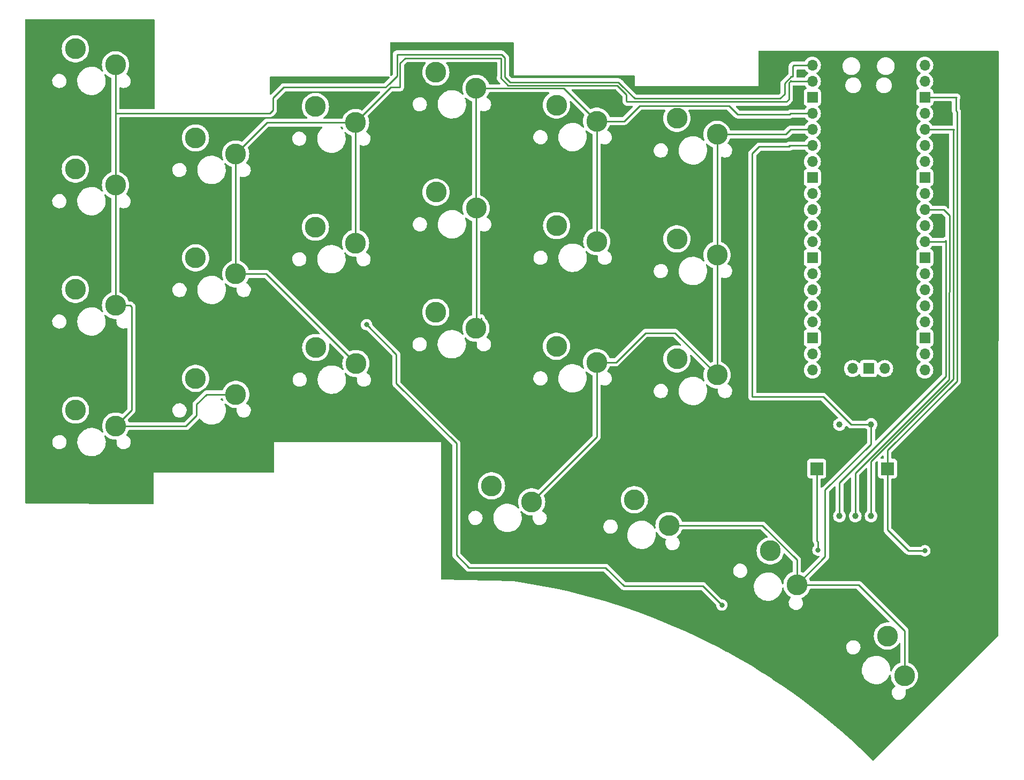
<source format=gbl>
G04 #@! TF.GenerationSoftware,KiCad,Pcbnew,7.0.10-7.0.10~ubuntu23.10.1*
G04 #@! TF.CreationDate,2024-01-07T16:56:52-05:00*
G04 #@! TF.ProjectId,design,64657369-676e-42e6-9b69-6361645f7063,rev?*
G04 #@! TF.SameCoordinates,Original*
G04 #@! TF.FileFunction,Copper,L2,Bot*
G04 #@! TF.FilePolarity,Positive*
%FSLAX46Y46*%
G04 Gerber Fmt 4.6, Leading zero omitted, Abs format (unit mm)*
G04 Created by KiCad (PCBNEW 7.0.10-7.0.10~ubuntu23.10.1) date 2024-01-07 16:56:52*
%MOMM*%
%LPD*%
G01*
G04 APERTURE LIST*
G04 #@! TA.AperFunction,ComponentPad*
%ADD10C,3.300000*%
G04 #@! TD*
G04 #@! TA.AperFunction,ComponentPad*
%ADD11O,1.700000X1.700000*%
G04 #@! TD*
G04 #@! TA.AperFunction,ComponentPad*
%ADD12R,1.700000X1.700000*%
G04 #@! TD*
G04 #@! TA.AperFunction,ComponentPad*
%ADD13C,1.000000*%
G04 #@! TD*
G04 #@! TA.AperFunction,ComponentPad*
%ADD14R,2.000000X2.100000*%
G04 #@! TD*
G04 #@! TA.AperFunction,ViaPad*
%ADD15C,0.800000*%
G04 #@! TD*
G04 #@! TA.AperFunction,Conductor*
%ADD16C,0.250000*%
G04 #@! TD*
G04 APERTURE END LIST*
D10*
X140930675Y-120117848D03*
X135454446Y-116020895D03*
X110430000Y-69860000D03*
X104080000Y-67320000D03*
X119210000Y-116360000D03*
X112860000Y-113820000D03*
X72400000Y-80260000D03*
X66050000Y-77720000D03*
X91350000Y-56300000D03*
X85000000Y-53760000D03*
X91350000Y-75400000D03*
X85000000Y-72860000D03*
X148530000Y-77260000D03*
X142180000Y-74720000D03*
X129490000Y-94260000D03*
X123140000Y-91720000D03*
X91410000Y-94460000D03*
X85060000Y-91920000D03*
X148530000Y-58160000D03*
X142180000Y-55620000D03*
X53390000Y-85260000D03*
X47040000Y-82720000D03*
X129490000Y-56060000D03*
X123140000Y-53520000D03*
X53390000Y-47160000D03*
X47040000Y-44620000D03*
D11*
X163610000Y-47225000D03*
X163610000Y-49765000D03*
D12*
X163610000Y-52305000D03*
D11*
X163610000Y-54845000D03*
X163610000Y-57385000D03*
X163610000Y-59925000D03*
X163610000Y-62465000D03*
D12*
X163610000Y-65005000D03*
D11*
X163610000Y-67545000D03*
X163610000Y-70085000D03*
X163610000Y-72625000D03*
X163610000Y-75165000D03*
D12*
X163610000Y-77705000D03*
D11*
X163610000Y-80245000D03*
X163610000Y-82785000D03*
X163610000Y-85325000D03*
X163610000Y-87865000D03*
D12*
X163610000Y-90405000D03*
D11*
X163610000Y-92945000D03*
X163610000Y-95485000D03*
X181390000Y-95485000D03*
X181390000Y-92945000D03*
D12*
X181390000Y-90405000D03*
D11*
X181390000Y-87865000D03*
X181390000Y-85325000D03*
X181390000Y-82785000D03*
X181390000Y-80245000D03*
D12*
X181390000Y-77705000D03*
D11*
X181390000Y-75165000D03*
X181390000Y-72625000D03*
X181390000Y-70085000D03*
X181390000Y-67545000D03*
D12*
X181390000Y-65005000D03*
D11*
X181390000Y-62465000D03*
X181390000Y-59925000D03*
X181390000Y-57385000D03*
X181390000Y-54845000D03*
D12*
X181390000Y-52305000D03*
D11*
X181390000Y-49765000D03*
X181390000Y-47225000D03*
X169960000Y-95255000D03*
D12*
X172500000Y-95255000D03*
D11*
X175040000Y-95255000D03*
D10*
X53410000Y-104360000D03*
X47060000Y-101820000D03*
X72390000Y-61260000D03*
X66040000Y-58720000D03*
X110410000Y-50860000D03*
X104060000Y-48320000D03*
X72400000Y-99340000D03*
X66050000Y-96800000D03*
X161169557Y-129505295D03*
X156940295Y-124130591D03*
X129510000Y-75160000D03*
X123160000Y-72620000D03*
D13*
X167900000Y-118600000D03*
X170400000Y-118600000D03*
X172900000Y-118600000D03*
D14*
X164300000Y-111100000D03*
X175500000Y-111100000D03*
D13*
X167900000Y-104100000D03*
X172900000Y-104100000D03*
D10*
X178182230Y-143890128D03*
X175488153Y-137603948D03*
X148530000Y-96260000D03*
X142180000Y-93720000D03*
X53390000Y-66200000D03*
X47040000Y-63660000D03*
X110390000Y-88860000D03*
X104040000Y-86320000D03*
D15*
X93100000Y-88300000D03*
X149300000Y-132700000D03*
X164500000Y-124000000D03*
X181400000Y-124100000D03*
D16*
X53390000Y-47160000D02*
X53390000Y-54700000D01*
X53390000Y-54700000D02*
X53390000Y-66200000D01*
X96650000Y-50150000D02*
X96100000Y-50700000D01*
X80000000Y-50700000D02*
X78300000Y-52400000D01*
X53490000Y-54800000D02*
X53390000Y-54700000D01*
X96100000Y-50700000D02*
X80000000Y-50700000D01*
X78300000Y-52400000D02*
X78300000Y-54300000D01*
X78300000Y-54300000D02*
X77800000Y-54800000D01*
X77800000Y-54800000D02*
X53490000Y-54800000D01*
X133400000Y-50400000D02*
X135500000Y-52500000D01*
X135500000Y-52500000D02*
X158500000Y-52500000D01*
X158500000Y-52500000D02*
X159200000Y-51800000D01*
X159200000Y-50063604D02*
X160263604Y-49000000D01*
X159200000Y-51800000D02*
X159200000Y-50063604D01*
X160263604Y-49000000D02*
X160500000Y-49000000D01*
X160500000Y-49000000D02*
X160500000Y-47400000D01*
X160675000Y-47225000D02*
X163610000Y-47225000D01*
X160500000Y-47400000D02*
X160675000Y-47225000D01*
X119000000Y-50410000D02*
X132773604Y-50410000D01*
X134200000Y-52900000D02*
X134300000Y-53000000D01*
X160265000Y-49765000D02*
X163610000Y-49765000D01*
X132773604Y-50410000D02*
X134200000Y-51836396D01*
X159900000Y-50000000D02*
X160200000Y-49700000D01*
X134200000Y-51836396D02*
X134200000Y-52900000D01*
X159900000Y-52600000D02*
X159900000Y-50000000D01*
X134300000Y-53000000D02*
X159500000Y-53000000D01*
X159500000Y-53000000D02*
X159900000Y-52600000D01*
X160200000Y-49700000D02*
X160265000Y-49765000D01*
X133200000Y-50200000D02*
X133400000Y-50400000D01*
X96650000Y-50150000D02*
X97900000Y-48900000D01*
X97900000Y-45500000D02*
X114436396Y-45500000D01*
X115800000Y-49900000D02*
X132900000Y-49900000D01*
X97900000Y-48900000D02*
X97900000Y-45500000D01*
X114436396Y-45500000D02*
X115000000Y-46063604D01*
X115000000Y-46063604D02*
X115000000Y-49100000D01*
X115000000Y-49100000D02*
X115800000Y-49900000D01*
X132900000Y-49900000D02*
X133400000Y-50400000D01*
X118710000Y-50410000D02*
X119000000Y-50410000D01*
X99200000Y-46100000D02*
X114400000Y-46100000D01*
X91350000Y-56300000D02*
X96950000Y-50700000D01*
X96950000Y-50700000D02*
X98400000Y-50700000D01*
X115500000Y-50400000D02*
X118990000Y-50400000D01*
X98400000Y-50700000D02*
X98400000Y-46900000D01*
X98400000Y-46900000D02*
X99200000Y-46100000D01*
X114300000Y-49200000D02*
X115500000Y-50400000D01*
X114400000Y-46100000D02*
X114400000Y-49100000D01*
X118990000Y-50400000D02*
X119000000Y-50410000D01*
X114400000Y-49100000D02*
X114300000Y-49200000D01*
X96500000Y-50300000D02*
X96650000Y-50150000D01*
X53390000Y-47160000D02*
X53887767Y-47160000D01*
X133800000Y-129700000D02*
X146300000Y-129700000D01*
X146300000Y-129700000D02*
X149300000Y-132700000D01*
X107300000Y-107100000D02*
X107300000Y-124800000D01*
X130900000Y-126800000D02*
X133800000Y-129700000D01*
X97800000Y-93000000D02*
X97800000Y-97600000D01*
X97800000Y-97600000D02*
X107300000Y-107100000D01*
X107300000Y-124800000D02*
X109300000Y-126800000D01*
X109300000Y-126800000D02*
X130900000Y-126800000D01*
X93100000Y-88300000D02*
X97800000Y-93000000D01*
X172900000Y-109936396D02*
X185900000Y-96936396D01*
X186015000Y-57385000D02*
X181390000Y-57385000D01*
X185900000Y-96936396D02*
X185900000Y-57500000D01*
X172900000Y-118600000D02*
X172900000Y-109936396D01*
X185900000Y-57500000D02*
X186015000Y-57385000D01*
X53410000Y-104360000D02*
X64540000Y-104360000D01*
X66221100Y-100898769D02*
X67779869Y-99340000D01*
X53390000Y-66200000D02*
X53390000Y-85260000D01*
X66221100Y-102678900D02*
X66221100Y-100898769D01*
X133200000Y-50100000D02*
X133200000Y-50200000D01*
X53390000Y-85260000D02*
X55723452Y-85260000D01*
X55723452Y-85260000D02*
X55910000Y-85446548D01*
X64540000Y-104360000D02*
X66221100Y-102678900D01*
X67779869Y-99340000D02*
X72400000Y-99340000D01*
X133100000Y-50100000D02*
X133200000Y-50200000D01*
X55910000Y-85446548D02*
X55910000Y-101860000D01*
X55910000Y-101860000D02*
X53410000Y-104360000D01*
X72400000Y-80260000D02*
X77210000Y-80260000D01*
X72390000Y-61260000D02*
X77350000Y-56300000D01*
X91350000Y-56300000D02*
X91350000Y-75400000D01*
X72400000Y-80260000D02*
X72400000Y-61270000D01*
X77210000Y-80260000D02*
X91410000Y-94460000D01*
X72400000Y-61270000D02*
X72390000Y-61260000D01*
X77350000Y-56300000D02*
X91350000Y-56300000D01*
X129510000Y-56080000D02*
X129510000Y-75160000D01*
X124290000Y-50860000D02*
X129490000Y-56060000D01*
X111200000Y-88050000D02*
X111200000Y-87300000D01*
X136255000Y-53645000D02*
X133840000Y-56060000D01*
X160195000Y-54845000D02*
X160020000Y-55020000D01*
X151820000Y-55020000D02*
X150445000Y-53645000D01*
X110410000Y-69840000D02*
X110430000Y-69860000D01*
X133840000Y-56060000D02*
X129490000Y-56060000D01*
X110430000Y-69860000D02*
X110430000Y-88820000D01*
X129490000Y-56060000D02*
X129510000Y-56080000D01*
X160020000Y-55020000D02*
X151820000Y-55020000D01*
X110410000Y-50860000D02*
X110410000Y-69840000D01*
X150445000Y-53645000D02*
X136255000Y-53645000D01*
X110390000Y-88860000D02*
X111200000Y-88050000D01*
X110430000Y-88820000D02*
X110390000Y-88860000D01*
X110410000Y-50860000D02*
X124290000Y-50860000D01*
X163610000Y-54845000D02*
X160195000Y-54845000D01*
X160195000Y-57385000D02*
X159420000Y-58160000D01*
X148530000Y-77260000D02*
X148530000Y-58160000D01*
X159420000Y-58160000D02*
X148530000Y-58160000D01*
X148530000Y-96260000D02*
X148530000Y-77260000D01*
X129490000Y-94260000D02*
X132540000Y-94260000D01*
X163610000Y-57385000D02*
X160195000Y-57385000D01*
X132540000Y-94260000D02*
X137200000Y-89600000D01*
X141870000Y-89600000D02*
X148530000Y-96260000D01*
X129490000Y-106080000D02*
X119210000Y-116360000D01*
X137200000Y-89600000D02*
X141870000Y-89600000D01*
X129490000Y-94260000D02*
X129490000Y-106080000D01*
X172900000Y-104100000D02*
X169700000Y-104100000D01*
X165300000Y-99700000D02*
X154100000Y-99700000D01*
X159975000Y-59925000D02*
X159800000Y-60100000D01*
X161169557Y-129505295D02*
X170905295Y-129505295D01*
X163610000Y-59925000D02*
X159975000Y-59925000D01*
X159800000Y-60100000D02*
X160020000Y-60100000D01*
X170905295Y-129505295D02*
X178182230Y-136782230D01*
X172900000Y-107200000D02*
X172900000Y-104100000D01*
X165625000Y-114475000D02*
X172900000Y-107200000D01*
X155200000Y-60100000D02*
X159800000Y-60100000D01*
X178182230Y-136782230D02*
X178182230Y-143890128D01*
X140930675Y-120117848D02*
X155720624Y-120117848D01*
X155720624Y-120117848D02*
X161169557Y-125566781D01*
X161169557Y-129505295D02*
X165625000Y-125049852D01*
X169700000Y-104100000D02*
X165300000Y-99700000D01*
X161169557Y-125566781D02*
X161169557Y-129505295D01*
X165625000Y-125049852D02*
X165625000Y-114475000D01*
X154100000Y-99700000D02*
X154100000Y-61200000D01*
X154100000Y-61200000D02*
X155200000Y-60100000D01*
X167900000Y-118600000D02*
X167900000Y-113300000D01*
X184750000Y-75000000D02*
X184585000Y-75165000D01*
X184750000Y-96450000D02*
X184750000Y-75000000D01*
X184585000Y-75165000D02*
X181390000Y-75165000D01*
X167900000Y-113300000D02*
X184750000Y-96450000D01*
X185200000Y-83200000D02*
X185200000Y-97000000D01*
X170400000Y-111800000D02*
X170400000Y-118600000D01*
X181390000Y-70085000D02*
X184385000Y-70085000D01*
X184385000Y-70085000D02*
X185300000Y-71000000D01*
X185300000Y-83100000D02*
X185200000Y-83200000D01*
X185300000Y-71000000D02*
X185300000Y-83100000D01*
X185200000Y-97000000D02*
X170400000Y-111800000D01*
X164500000Y-122700000D02*
X164500000Y-124000000D01*
X181395000Y-52300000D02*
X181390000Y-52305000D01*
X164300000Y-122500000D02*
X164500000Y-122700000D01*
X175500000Y-108200000D02*
X186465000Y-97235000D01*
X186300000Y-52400000D02*
X186400000Y-52300000D01*
X164300000Y-111100000D02*
X164300000Y-122500000D01*
X175500000Y-111100000D02*
X175500000Y-120800000D01*
X186300000Y-54400000D02*
X186300000Y-52400000D01*
X178800000Y-124100000D02*
X181400000Y-124100000D01*
X186465000Y-54565000D02*
X186300000Y-54400000D01*
X186400000Y-52300000D02*
X181395000Y-52300000D01*
X186465000Y-97235000D02*
X186465000Y-54565000D01*
X175500000Y-120800000D02*
X178800000Y-124100000D01*
X175500000Y-111100000D02*
X175500000Y-108200000D01*
G04 #@! TA.AperFunction,NonConductor*
G36*
X162401812Y-47870185D02*
G01*
X162436348Y-47903377D01*
X162571501Y-48096396D01*
X162571506Y-48096402D01*
X162738597Y-48263493D01*
X162738603Y-48263498D01*
X162924158Y-48393425D01*
X162967783Y-48448002D01*
X162974977Y-48517500D01*
X162943454Y-48579855D01*
X162924158Y-48596575D01*
X162738597Y-48726505D01*
X162571505Y-48893597D01*
X162436348Y-49086623D01*
X162381771Y-49130248D01*
X162334773Y-49139500D01*
X161251957Y-49139500D01*
X161184918Y-49119815D01*
X161139163Y-49067011D01*
X161128202Y-49023288D01*
X161125745Y-48984243D01*
X161125500Y-48976455D01*
X161125500Y-47974500D01*
X161145185Y-47907461D01*
X161197989Y-47861706D01*
X161249500Y-47850500D01*
X162334773Y-47850500D01*
X162401812Y-47870185D01*
G37*
G04 #@! TD.AperFunction*
G04 #@! TA.AperFunction,NonConductor*
G36*
X96682585Y-49020185D02*
G01*
X96728340Y-49072989D01*
X96738284Y-49142147D01*
X96709259Y-49205703D01*
X96703227Y-49212181D01*
X96246137Y-49669271D01*
X95877228Y-50038181D01*
X95815905Y-50071666D01*
X95789547Y-50074500D01*
X80082738Y-50074500D01*
X80067121Y-50072776D01*
X80067094Y-50073062D01*
X80059332Y-50072327D01*
X79992145Y-50074439D01*
X79988251Y-50074500D01*
X79960650Y-50074500D01*
X79956962Y-50074965D01*
X79956649Y-50075005D01*
X79945031Y-50075918D01*
X79901373Y-50077290D01*
X79901372Y-50077290D01*
X79882129Y-50082881D01*
X79863079Y-50086825D01*
X79843211Y-50089334D01*
X79843210Y-50089334D01*
X79802599Y-50105413D01*
X79791554Y-50109194D01*
X79749614Y-50121379D01*
X79749610Y-50121381D01*
X79732366Y-50131579D01*
X79714905Y-50140133D01*
X79696274Y-50147510D01*
X79696262Y-50147517D01*
X79660933Y-50173185D01*
X79651173Y-50179596D01*
X79613580Y-50201829D01*
X79599414Y-50215995D01*
X79584624Y-50228627D01*
X79568414Y-50240404D01*
X79568411Y-50240407D01*
X79540573Y-50274058D01*
X79532711Y-50282697D01*
X78012181Y-51803227D01*
X77950858Y-51836712D01*
X77881166Y-51831728D01*
X77825233Y-51789856D01*
X77800816Y-51724392D01*
X77800500Y-51715546D01*
X77800500Y-49124500D01*
X77820185Y-49057461D01*
X77872989Y-49011706D01*
X77924500Y-49000500D01*
X96615546Y-49000500D01*
X96682585Y-49020185D01*
G37*
G04 #@! TD.AperFunction*
G04 #@! TA.AperFunction,NonConductor*
G36*
X162401812Y-50410185D02*
G01*
X162436348Y-50443377D01*
X162571501Y-50636396D01*
X162571506Y-50636402D01*
X162693430Y-50758326D01*
X162726915Y-50819649D01*
X162721931Y-50889341D01*
X162680059Y-50945274D01*
X162649083Y-50962189D01*
X162517669Y-51011203D01*
X162517664Y-51011206D01*
X162402455Y-51097452D01*
X162402452Y-51097455D01*
X162316206Y-51212664D01*
X162316202Y-51212671D01*
X162265908Y-51347517D01*
X162260482Y-51397989D01*
X162259501Y-51407123D01*
X162259500Y-51407135D01*
X162259500Y-53202870D01*
X162259501Y-53202876D01*
X162265908Y-53262483D01*
X162316202Y-53397328D01*
X162316206Y-53397335D01*
X162402452Y-53512544D01*
X162402455Y-53512547D01*
X162517664Y-53598793D01*
X162517671Y-53598797D01*
X162649081Y-53647810D01*
X162705015Y-53689681D01*
X162729432Y-53755145D01*
X162714580Y-53823418D01*
X162693430Y-53851673D01*
X162571503Y-53973600D01*
X162436348Y-54166623D01*
X162381771Y-54210248D01*
X162334773Y-54219500D01*
X160277737Y-54219500D01*
X160262120Y-54217776D01*
X160262093Y-54218062D01*
X160254331Y-54217327D01*
X160187144Y-54219439D01*
X160183250Y-54219500D01*
X160155650Y-54219500D01*
X160151962Y-54219965D01*
X160151649Y-54220005D01*
X160140031Y-54220918D01*
X160096372Y-54222290D01*
X160096369Y-54222291D01*
X160077126Y-54227881D01*
X160058083Y-54231825D01*
X160038204Y-54234336D01*
X160038203Y-54234337D01*
X159997593Y-54250415D01*
X159986548Y-54254197D01*
X159944608Y-54266383D01*
X159944604Y-54266385D01*
X159927365Y-54276580D01*
X159909898Y-54285137D01*
X159891269Y-54292512D01*
X159891267Y-54292514D01*
X159855926Y-54318189D01*
X159846168Y-54324599D01*
X159808581Y-54346828D01*
X159808579Y-54346830D01*
X159797223Y-54358184D01*
X159735901Y-54391667D01*
X159709546Y-54394500D01*
X152130452Y-54394500D01*
X152063413Y-54374815D01*
X152042771Y-54358181D01*
X151521772Y-53837181D01*
X151488287Y-53775858D01*
X151493271Y-53706166D01*
X151535143Y-53650233D01*
X151600607Y-53625816D01*
X151609453Y-53625500D01*
X159417257Y-53625500D01*
X159432877Y-53627224D01*
X159432904Y-53626939D01*
X159440660Y-53627671D01*
X159440667Y-53627673D01*
X159507873Y-53625561D01*
X159511768Y-53625500D01*
X159539346Y-53625500D01*
X159539350Y-53625500D01*
X159543324Y-53624997D01*
X159554963Y-53624080D01*
X159598627Y-53622709D01*
X159617869Y-53617117D01*
X159636912Y-53613174D01*
X159656792Y-53610664D01*
X159697401Y-53594585D01*
X159708444Y-53590803D01*
X159750390Y-53578618D01*
X159767629Y-53568422D01*
X159785103Y-53559862D01*
X159803727Y-53552488D01*
X159803727Y-53552487D01*
X159803732Y-53552486D01*
X159839083Y-53526800D01*
X159848814Y-53520408D01*
X159886420Y-53498170D01*
X159900589Y-53483999D01*
X159915379Y-53471368D01*
X159931587Y-53459594D01*
X159959438Y-53425926D01*
X159967279Y-53417309D01*
X160283785Y-53100803D01*
X160296041Y-53090987D01*
X160295858Y-53090765D01*
X160301870Y-53085790D01*
X160301877Y-53085786D01*
X160347949Y-53036722D01*
X160350566Y-53034023D01*
X160370120Y-53014471D01*
X160372576Y-53011303D01*
X160380156Y-53002427D01*
X160410062Y-52970582D01*
X160419713Y-52953024D01*
X160430396Y-52936761D01*
X160442673Y-52920936D01*
X160460021Y-52880844D01*
X160465151Y-52870371D01*
X160486197Y-52832092D01*
X160491180Y-52812680D01*
X160497481Y-52794280D01*
X160505437Y-52775896D01*
X160512270Y-52732748D01*
X160514633Y-52721338D01*
X160525500Y-52679019D01*
X160525500Y-52658983D01*
X160527027Y-52639582D01*
X160527306Y-52637823D01*
X160530160Y-52619804D01*
X160526050Y-52576324D01*
X160525500Y-52564655D01*
X160525500Y-50514500D01*
X160545185Y-50447461D01*
X160597989Y-50401706D01*
X160649500Y-50390500D01*
X162334773Y-50390500D01*
X162401812Y-50410185D01*
G37*
G04 #@! TD.AperFunction*
G04 #@! TA.AperFunction,NonConductor*
G36*
X132530191Y-51055185D02*
G01*
X132550833Y-51071819D01*
X133538181Y-52059167D01*
X133571666Y-52120490D01*
X133574500Y-52146848D01*
X133574500Y-52817255D01*
X133572775Y-52832872D01*
X133573061Y-52832899D01*
X133572326Y-52840665D01*
X133574439Y-52907872D01*
X133574500Y-52911767D01*
X133574500Y-52939357D01*
X133575003Y-52943335D01*
X133575918Y-52954967D01*
X133577290Y-52998624D01*
X133577291Y-52998627D01*
X133582880Y-53017867D01*
X133586824Y-53036911D01*
X133588415Y-53049500D01*
X133589336Y-53056792D01*
X133605414Y-53097403D01*
X133609197Y-53108452D01*
X133621381Y-53150388D01*
X133631580Y-53167634D01*
X133640138Y-53185103D01*
X133647514Y-53203732D01*
X133673181Y-53239060D01*
X133679593Y-53248821D01*
X133701829Y-53286420D01*
X133715994Y-53300585D01*
X133728627Y-53315376D01*
X133740404Y-53331585D01*
X133740405Y-53331586D01*
X133740406Y-53331587D01*
X133758073Y-53346202D01*
X133774050Y-53359419D01*
X133782694Y-53367284D01*
X133799201Y-53383792D01*
X133809022Y-53396051D01*
X133809243Y-53395869D01*
X133814212Y-53401875D01*
X133814213Y-53401876D01*
X133814214Y-53401877D01*
X133839841Y-53425942D01*
X133863224Y-53447900D01*
X133866024Y-53450614D01*
X133885529Y-53470120D01*
X133888700Y-53472580D01*
X133897576Y-53480162D01*
X133929410Y-53510055D01*
X133929412Y-53510056D01*
X133929418Y-53510062D01*
X133946976Y-53519714D01*
X133963235Y-53530395D01*
X133979064Y-53542673D01*
X134019155Y-53560021D01*
X134029626Y-53565151D01*
X134052180Y-53577550D01*
X134067902Y-53586194D01*
X134067904Y-53586195D01*
X134067908Y-53586197D01*
X134087316Y-53591180D01*
X134105717Y-53597480D01*
X134108760Y-53598797D01*
X134124101Y-53605436D01*
X134124102Y-53605436D01*
X134124104Y-53605437D01*
X134167250Y-53612270D01*
X134178672Y-53614636D01*
X134220981Y-53625500D01*
X134241016Y-53625500D01*
X134260414Y-53627026D01*
X134280194Y-53630159D01*
X134280195Y-53630160D01*
X134280195Y-53630159D01*
X134280196Y-53630160D01*
X134323675Y-53626050D01*
X134335344Y-53625500D01*
X135090548Y-53625500D01*
X135157587Y-53645185D01*
X135203342Y-53697989D01*
X135213286Y-53767147D01*
X135184261Y-53830703D01*
X135178230Y-53837179D01*
X134396647Y-54618762D01*
X133617228Y-55398181D01*
X133555905Y-55431666D01*
X133529547Y-55434500D01*
X131637503Y-55434500D01*
X131570464Y-55414815D01*
X131524709Y-55362011D01*
X131520663Y-55352025D01*
X131467077Y-55201248D01*
X131467074Y-55201242D01*
X131467072Y-55201236D01*
X131331722Y-54940024D01*
X131331721Y-54940022D01*
X131331717Y-54940016D01*
X131162067Y-54699676D01*
X131012006Y-54539001D01*
X130961260Y-54484665D01*
X130961258Y-54484664D01*
X130961256Y-54484661D01*
X130764513Y-54324599D01*
X130733049Y-54299001D01*
X130733047Y-54299000D01*
X130733045Y-54298998D01*
X130481680Y-54146139D01*
X130481675Y-54146137D01*
X130211845Y-54028934D01*
X129928560Y-53949561D01*
X129928556Y-53949560D01*
X129928555Y-53949560D01*
X129782826Y-53929530D01*
X129637099Y-53909500D01*
X129637098Y-53909500D01*
X129342902Y-53909500D01*
X129342901Y-53909500D01*
X129051445Y-53949560D01*
X129051439Y-53949561D01*
X128768154Y-54028934D01*
X128549519Y-54123900D01*
X128480187Y-54132554D01*
X128417184Y-54102350D01*
X128412437Y-54097847D01*
X125561772Y-51247181D01*
X125528287Y-51185858D01*
X125533271Y-51116166D01*
X125575143Y-51060233D01*
X125640607Y-51035816D01*
X125649453Y-51035500D01*
X132463152Y-51035500D01*
X132530191Y-51055185D01*
G37*
G04 #@! TD.AperFunction*
G04 #@! TA.AperFunction,NonConductor*
G36*
X185617539Y-52945185D02*
G01*
X185663294Y-52997989D01*
X185674500Y-53049500D01*
X185674500Y-54317255D01*
X185672775Y-54332872D01*
X185673061Y-54332899D01*
X185672326Y-54340665D01*
X185674439Y-54407872D01*
X185674500Y-54411767D01*
X185674500Y-54439357D01*
X185675003Y-54443335D01*
X185675918Y-54454967D01*
X185677290Y-54498624D01*
X185677291Y-54498627D01*
X185682880Y-54517867D01*
X185686824Y-54536911D01*
X185687089Y-54539001D01*
X185689336Y-54556792D01*
X185705414Y-54597403D01*
X185709197Y-54608452D01*
X185721381Y-54650388D01*
X185731580Y-54667634D01*
X185740138Y-54685103D01*
X185747514Y-54703732D01*
X185773181Y-54739060D01*
X185779593Y-54748821D01*
X185801452Y-54785781D01*
X185801830Y-54786420D01*
X185803176Y-54787766D01*
X185803894Y-54789080D01*
X185806613Y-54792586D01*
X185806047Y-54793024D01*
X185836664Y-54849085D01*
X185839500Y-54875452D01*
X185839500Y-56635500D01*
X185819815Y-56702539D01*
X185767011Y-56748294D01*
X185715500Y-56759500D01*
X182665227Y-56759500D01*
X182598188Y-56739815D01*
X182563652Y-56706623D01*
X182428494Y-56513597D01*
X182261402Y-56346506D01*
X182261396Y-56346501D01*
X182075842Y-56216575D01*
X182032217Y-56161998D01*
X182025023Y-56092500D01*
X182056546Y-56030145D01*
X182075842Y-56013425D01*
X182098026Y-55997891D01*
X182261401Y-55883495D01*
X182428495Y-55716401D01*
X182564035Y-55522830D01*
X182663903Y-55308663D01*
X182725063Y-55080408D01*
X182745659Y-54845000D01*
X182725063Y-54609592D01*
X182671103Y-54408208D01*
X182663905Y-54381344D01*
X182663904Y-54381343D01*
X182663903Y-54381337D01*
X182564035Y-54167171D01*
X182563651Y-54166623D01*
X182428496Y-53973600D01*
X182376358Y-53921462D01*
X182306567Y-53851671D01*
X182273084Y-53790351D01*
X182278068Y-53720659D01*
X182319939Y-53664725D01*
X182350915Y-53647810D01*
X182482331Y-53598796D01*
X182597546Y-53512546D01*
X182683796Y-53397331D01*
X182734091Y-53262483D01*
X182740500Y-53202873D01*
X182740500Y-53049500D01*
X182760185Y-52982461D01*
X182812989Y-52936706D01*
X182864500Y-52925500D01*
X185550500Y-52925500D01*
X185617539Y-52945185D01*
G37*
G04 #@! TD.AperFunction*
G04 #@! TA.AperFunction,NonConductor*
G36*
X89269536Y-56945185D02*
G01*
X89315291Y-56997989D01*
X89319337Y-57007975D01*
X89372922Y-57158751D01*
X89374611Y-57162637D01*
X89374344Y-57162752D01*
X89374346Y-57162756D01*
X89374297Y-57162773D01*
X89372967Y-57163351D01*
X89384898Y-57224718D01*
X89359036Y-57289624D01*
X89302188Y-57330245D01*
X89232403Y-57333683D01*
X89172307Y-57299335D01*
X89162915Y-57289624D01*
X89048879Y-57171711D01*
X89048872Y-57171705D01*
X89017354Y-57146815D01*
X88976941Y-57089818D01*
X88973758Y-57020021D01*
X89008816Y-56959583D01*
X89070983Y-56927693D01*
X89094203Y-56925500D01*
X89202497Y-56925500D01*
X89269536Y-56945185D01*
G37*
G04 #@! TD.AperFunction*
G04 #@! TA.AperFunction,NonConductor*
G36*
X185217539Y-58030185D02*
G01*
X185263294Y-58082989D01*
X185274500Y-58134500D01*
X185274500Y-69790547D01*
X185254815Y-69857586D01*
X185202011Y-69903341D01*
X185132853Y-69913285D01*
X185069297Y-69884260D01*
X185062819Y-69878228D01*
X184885803Y-69701212D01*
X184875980Y-69688950D01*
X184875759Y-69689134D01*
X184870786Y-69683122D01*
X184821776Y-69637099D01*
X184818977Y-69634386D01*
X184799477Y-69614885D01*
X184799471Y-69614880D01*
X184796286Y-69612409D01*
X184787434Y-69604848D01*
X184755582Y-69574938D01*
X184755580Y-69574936D01*
X184755577Y-69574935D01*
X184738029Y-69565288D01*
X184721763Y-69554604D01*
X184713842Y-69548460D01*
X184705936Y-69542327D01*
X184705935Y-69542326D01*
X184705932Y-69542324D01*
X184665849Y-69524978D01*
X184655363Y-69519841D01*
X184617094Y-69498803D01*
X184617092Y-69498802D01*
X184597693Y-69493822D01*
X184579281Y-69487518D01*
X184560898Y-69479562D01*
X184560892Y-69479560D01*
X184517760Y-69472729D01*
X184506322Y-69470361D01*
X184464020Y-69459500D01*
X184464019Y-69459500D01*
X184443984Y-69459500D01*
X184424586Y-69457973D01*
X184417162Y-69456797D01*
X184404805Y-69454840D01*
X184404804Y-69454840D01*
X184361325Y-69458950D01*
X184349656Y-69459500D01*
X182665227Y-69459500D01*
X182598188Y-69439815D01*
X182563652Y-69406623D01*
X182428494Y-69213597D01*
X182261402Y-69046506D01*
X182261396Y-69046501D01*
X182075842Y-68916575D01*
X182032217Y-68861998D01*
X182025023Y-68792500D01*
X182056546Y-68730145D01*
X182075842Y-68713425D01*
X182145234Y-68664836D01*
X182261401Y-68583495D01*
X182428495Y-68416401D01*
X182564035Y-68222830D01*
X182663903Y-68008663D01*
X182725063Y-67780408D01*
X182745659Y-67545000D01*
X182745360Y-67541588D01*
X182741539Y-67497918D01*
X182725063Y-67309592D01*
X182663903Y-67081337D01*
X182564035Y-66867171D01*
X182473908Y-66738456D01*
X182428496Y-66673600D01*
X182369933Y-66615037D01*
X182306567Y-66551671D01*
X182273084Y-66490351D01*
X182278068Y-66420659D01*
X182319939Y-66364725D01*
X182350915Y-66347810D01*
X182482331Y-66298796D01*
X182597546Y-66212546D01*
X182683796Y-66097331D01*
X182734091Y-65962483D01*
X182740500Y-65902873D01*
X182740499Y-64107128D01*
X182734091Y-64047517D01*
X182725751Y-64025157D01*
X182683797Y-63912671D01*
X182683793Y-63912664D01*
X182597547Y-63797455D01*
X182597544Y-63797452D01*
X182482335Y-63711206D01*
X182482328Y-63711202D01*
X182350917Y-63662189D01*
X182294983Y-63620318D01*
X182270566Y-63554853D01*
X182285418Y-63486580D01*
X182306563Y-63458332D01*
X182428495Y-63336401D01*
X182564035Y-63142830D01*
X182663903Y-62928663D01*
X182725063Y-62700408D01*
X182745659Y-62465000D01*
X182725063Y-62229592D01*
X182663903Y-62001337D01*
X182564035Y-61787171D01*
X182562391Y-61784822D01*
X182428494Y-61593597D01*
X182261402Y-61426506D01*
X182261396Y-61426501D01*
X182075842Y-61296575D01*
X182032217Y-61241998D01*
X182025023Y-61172500D01*
X182056546Y-61110145D01*
X182075842Y-61093425D01*
X182110222Y-61069352D01*
X182261401Y-60963495D01*
X182428495Y-60796401D01*
X182564035Y-60602830D01*
X182663903Y-60388663D01*
X182725063Y-60160408D01*
X182745659Y-59925000D01*
X182745643Y-59924822D01*
X182733572Y-59786853D01*
X182725063Y-59689592D01*
X182673143Y-59495821D01*
X182663905Y-59461344D01*
X182663904Y-59461343D01*
X182663903Y-59461337D01*
X182564035Y-59247171D01*
X182563652Y-59246623D01*
X182428494Y-59053597D01*
X182261402Y-58886506D01*
X182261396Y-58886501D01*
X182075842Y-58756575D01*
X182032217Y-58701998D01*
X182025023Y-58632500D01*
X182056546Y-58570145D01*
X182075842Y-58553425D01*
X182194058Y-58470649D01*
X182261401Y-58423495D01*
X182428495Y-58256401D01*
X182563652Y-58063377D01*
X182618229Y-58019752D01*
X182665227Y-58010500D01*
X185150500Y-58010500D01*
X185217539Y-58030185D01*
G37*
G04 #@! TD.AperFunction*
G04 #@! TA.AperFunction,NonConductor*
G36*
X184141587Y-70730185D02*
G01*
X184162229Y-70746819D01*
X184638181Y-71222771D01*
X184671666Y-71284094D01*
X184674500Y-71310452D01*
X184674500Y-74276750D01*
X184654815Y-74343789D01*
X184602011Y-74389544D01*
X184588820Y-74394681D01*
X184567905Y-74401477D01*
X184564181Y-74402622D01*
X184499610Y-74421381D01*
X184492451Y-74424480D01*
X184492338Y-74424220D01*
X184488491Y-74425957D01*
X184488612Y-74426214D01*
X184481554Y-74429534D01*
X184424813Y-74465543D01*
X184421494Y-74467577D01*
X184363580Y-74501827D01*
X184357418Y-74506608D01*
X184357244Y-74506384D01*
X184353961Y-74509014D01*
X184354143Y-74509234D01*
X184351969Y-74511033D01*
X184350832Y-74511521D01*
X184344991Y-74516201D01*
X184341551Y-74518385D01*
X184340115Y-74516124D01*
X184287771Y-74538607D01*
X184272915Y-74539500D01*
X182665227Y-74539500D01*
X182598188Y-74519815D01*
X182563652Y-74486623D01*
X182428494Y-74293597D01*
X182261402Y-74126506D01*
X182261396Y-74126501D01*
X182075842Y-73996575D01*
X182032217Y-73941998D01*
X182025023Y-73872500D01*
X182056546Y-73810145D01*
X182075842Y-73793425D01*
X182152175Y-73739976D01*
X182261401Y-73663495D01*
X182428495Y-73496401D01*
X182564035Y-73302830D01*
X182663903Y-73088663D01*
X182725063Y-72860408D01*
X182745659Y-72625000D01*
X182725063Y-72389592D01*
X182663903Y-72161337D01*
X182564035Y-71947171D01*
X182552236Y-71930319D01*
X182428494Y-71753597D01*
X182261402Y-71586506D01*
X182261396Y-71586501D01*
X182075842Y-71456575D01*
X182032217Y-71401998D01*
X182025023Y-71332500D01*
X182056546Y-71270145D01*
X182075842Y-71253425D01*
X182149873Y-71201588D01*
X182261401Y-71123495D01*
X182428495Y-70956401D01*
X182563652Y-70763377D01*
X182618229Y-70719752D01*
X182665227Y-70710500D01*
X184074548Y-70710500D01*
X184141587Y-70730185D01*
G37*
G04 #@! TD.AperFunction*
G04 #@! TA.AperFunction,NonConductor*
G36*
X70319536Y-99985185D02*
G01*
X70365291Y-100037989D01*
X70369337Y-100047975D01*
X70422922Y-100198751D01*
X70424611Y-100202637D01*
X70424344Y-100202752D01*
X70424346Y-100202756D01*
X70424297Y-100202773D01*
X70422967Y-100203351D01*
X70434898Y-100264718D01*
X70409036Y-100329624D01*
X70352188Y-100370245D01*
X70282403Y-100373683D01*
X70222307Y-100339335D01*
X70212915Y-100329624D01*
X70098879Y-100211711D01*
X70098872Y-100211705D01*
X70067354Y-100186815D01*
X70026941Y-100129818D01*
X70023758Y-100060021D01*
X70058816Y-99999583D01*
X70120983Y-99967693D01*
X70144203Y-99965500D01*
X70252497Y-99965500D01*
X70319536Y-99985185D01*
G37*
G04 #@! TD.AperFunction*
G04 #@! TA.AperFunction,NonConductor*
G36*
X174793834Y-109029666D02*
G01*
X174849767Y-109071538D01*
X174874184Y-109137002D01*
X174874500Y-109145848D01*
X174874500Y-109425500D01*
X174854815Y-109492539D01*
X174802011Y-109538294D01*
X174750500Y-109549500D01*
X174470847Y-109549500D01*
X174403808Y-109529815D01*
X174358053Y-109477011D01*
X174348109Y-109407853D01*
X174377134Y-109344297D01*
X174383152Y-109337833D01*
X174662819Y-109058167D01*
X174724142Y-109024682D01*
X174793834Y-109029666D01*
G37*
G04 #@! TD.AperFunction*
G04 #@! TA.AperFunction,NonConductor*
G36*
X59542539Y-39920185D02*
G01*
X59588294Y-39972989D01*
X59599500Y-40024500D01*
X59599500Y-53975467D01*
X59599416Y-53975889D01*
X59599459Y-54000000D01*
X59599501Y-54000101D01*
X59599593Y-54000324D01*
X59600810Y-54003279D01*
X59608138Y-54072764D01*
X59576737Y-54135179D01*
X59516576Y-54170710D01*
X59486153Y-54174500D01*
X54139500Y-54174500D01*
X54072461Y-54154815D01*
X54026706Y-54102011D01*
X54015500Y-54050500D01*
X54015500Y-50837533D01*
X54035185Y-50770494D01*
X54087989Y-50724739D01*
X54157147Y-50714795D01*
X54185582Y-50722414D01*
X54341468Y-50784822D01*
X54436616Y-50803160D01*
X54552527Y-50825500D01*
X54552528Y-50825500D01*
X54713612Y-50825500D01*
X54713618Y-50825500D01*
X54873971Y-50810188D01*
X55080209Y-50749631D01*
X55271259Y-50651138D01*
X55295902Y-50631759D01*
X55350621Y-50588727D01*
X55440217Y-50518268D01*
X55580976Y-50355824D01*
X55583723Y-50351067D01*
X55651392Y-50233860D01*
X55688448Y-50169677D01*
X55758750Y-49966554D01*
X55789339Y-49753797D01*
X55779112Y-49539096D01*
X55728437Y-49330210D01*
X55639146Y-49134690D01*
X55514466Y-48959601D01*
X55514464Y-48959599D01*
X55514459Y-48959593D01*
X55358905Y-48811274D01*
X55302662Y-48775129D01*
X55178080Y-48695065D01*
X55155255Y-48685927D01*
X55137218Y-48678706D01*
X55082298Y-48635515D01*
X55059446Y-48569488D01*
X55075920Y-48501588D01*
X55081990Y-48492097D01*
X55231722Y-48279976D01*
X55367072Y-48018764D01*
X55465592Y-47741554D01*
X55465592Y-47741549D01*
X55465595Y-47741543D01*
X55515404Y-47501845D01*
X55525448Y-47453511D01*
X55545525Y-47160000D01*
X55525448Y-46866489D01*
X55503597Y-46761335D01*
X55465595Y-46578456D01*
X55465590Y-46578440D01*
X55411548Y-46426380D01*
X55367072Y-46301236D01*
X55231722Y-46040024D01*
X55231721Y-46040022D01*
X55231717Y-46040016D01*
X55062067Y-45799676D01*
X54861256Y-45584661D01*
X54633045Y-45398998D01*
X54381680Y-45246139D01*
X54381675Y-45246137D01*
X54111845Y-45128934D01*
X53828560Y-45049561D01*
X53828556Y-45049560D01*
X53828555Y-45049560D01*
X53614728Y-45020170D01*
X53537099Y-45009500D01*
X53537098Y-45009500D01*
X53242902Y-45009500D01*
X53242901Y-45009500D01*
X52951445Y-45049560D01*
X52951439Y-45049561D01*
X52668154Y-45128934D01*
X52398324Y-45246137D01*
X52398319Y-45246139D01*
X52146954Y-45398998D01*
X51918743Y-45584661D01*
X51717932Y-45799676D01*
X51548282Y-46040016D01*
X51548278Y-46040022D01*
X51412927Y-46301237D01*
X51314409Y-46578440D01*
X51314404Y-46578456D01*
X51254552Y-46866486D01*
X51254551Y-46866488D01*
X51234475Y-47160000D01*
X51254551Y-47453511D01*
X51254552Y-47453513D01*
X51314404Y-47741543D01*
X51314409Y-47741559D01*
X51412927Y-48018764D01*
X51414617Y-48022654D01*
X51412969Y-48023369D01*
X51424897Y-48084712D01*
X51399036Y-48149620D01*
X51342189Y-48190242D01*
X51272404Y-48193682D01*
X51212305Y-48159333D01*
X51205379Y-48152172D01*
X51088879Y-48031711D01*
X51088872Y-48031705D01*
X50853055Y-47845483D01*
X50853056Y-47845483D01*
X50853054Y-47845482D01*
X50594513Y-47692348D01*
X50317867Y-47575040D01*
X50317860Y-47575037D01*
X50028059Y-47495653D01*
X50028056Y-47495652D01*
X50028054Y-47495652D01*
X49730245Y-47455600D01*
X49504967Y-47455600D01*
X49504959Y-47455600D01*
X49280183Y-47470647D01*
X49280174Y-47470649D01*
X48985710Y-47530501D01*
X48701847Y-47629069D01*
X48701844Y-47629071D01*
X48433662Y-47764589D01*
X48185918Y-47934655D01*
X47963062Y-48136216D01*
X47769058Y-48365686D01*
X47769056Y-48365688D01*
X47607366Y-48618972D01*
X47487523Y-48877228D01*
X47480882Y-48891540D01*
X47463946Y-48946137D01*
X47391854Y-49178535D01*
X47345998Y-49450392D01*
X47341874Y-49474842D01*
X47332920Y-49742668D01*
X47331833Y-49775167D01*
X47361910Y-50074142D01*
X47361911Y-50074149D01*
X47431568Y-50366441D01*
X47431571Y-50366453D01*
X47539566Y-50646853D01*
X47539573Y-50646868D01*
X47683979Y-50910375D01*
X47683983Y-50910381D01*
X47789174Y-51053147D01*
X47862223Y-51152290D01*
X48033192Y-51329071D01*
X48071120Y-51368288D01*
X48071127Y-51368294D01*
X48116033Y-51403756D01*
X48306946Y-51554518D01*
X48565487Y-51707652D01*
X48842133Y-51824960D01*
X48842136Y-51824960D01*
X48842139Y-51824962D01*
X48951121Y-51854815D01*
X49131946Y-51904348D01*
X49429755Y-51944400D01*
X49429760Y-51944400D01*
X49655041Y-51944400D01*
X49818513Y-51933456D01*
X49879819Y-51929352D01*
X50174287Y-51869499D01*
X50458151Y-51770931D01*
X50726343Y-51635407D01*
X50974080Y-51465346D01*
X51196939Y-51263782D01*
X51390943Y-51034312D01*
X51552631Y-50781032D01*
X51679118Y-50508460D01*
X51768146Y-50221462D01*
X51818126Y-49925158D01*
X51828167Y-49624836D01*
X51798089Y-49325855D01*
X51793636Y-49307171D01*
X51775181Y-49229727D01*
X51728430Y-49033551D01*
X51628898Y-48775125D01*
X51623173Y-48705494D01*
X51656004Y-48643819D01*
X51716967Y-48609683D01*
X51786708Y-48613926D01*
X51835236Y-48645925D01*
X51849000Y-48660662D01*
X51918740Y-48735335D01*
X52146951Y-48920999D01*
X52146953Y-48921000D01*
X52146954Y-48921001D01*
X52398319Y-49073860D01*
X52398324Y-49073862D01*
X52668151Y-49191064D01*
X52668154Y-49191064D01*
X52668159Y-49191067D01*
X52673950Y-49192689D01*
X52733193Y-49229727D01*
X52763008Y-49292916D01*
X52764500Y-49312092D01*
X52764500Y-54617255D01*
X52762775Y-54632872D01*
X52763061Y-54632899D01*
X52762326Y-54640665D01*
X52764439Y-54707872D01*
X52764500Y-54711767D01*
X52764500Y-64047907D01*
X52744815Y-64114946D01*
X52692011Y-64160701D01*
X52673957Y-64167308D01*
X52668158Y-64168932D01*
X52668157Y-64168932D01*
X52398324Y-64286137D01*
X52398319Y-64286139D01*
X52146954Y-64438998D01*
X51918743Y-64624661D01*
X51717932Y-64839676D01*
X51548282Y-65080016D01*
X51548278Y-65080022D01*
X51412927Y-65341237D01*
X51314409Y-65618440D01*
X51314404Y-65618456D01*
X51254552Y-65906486D01*
X51254551Y-65906488D01*
X51234475Y-66200000D01*
X51254551Y-66493511D01*
X51254552Y-66493513D01*
X51314404Y-66781543D01*
X51314409Y-66781559D01*
X51412927Y-67058764D01*
X51414617Y-67062654D01*
X51412969Y-67063369D01*
X51424897Y-67124712D01*
X51399036Y-67189620D01*
X51342189Y-67230242D01*
X51272404Y-67233682D01*
X51212305Y-67199333D01*
X51202911Y-67189620D01*
X51088879Y-67071711D01*
X51088872Y-67071705D01*
X50853055Y-66885483D01*
X50853056Y-66885483D01*
X50853054Y-66885482D01*
X50594513Y-66732348D01*
X50317867Y-66615040D01*
X50317860Y-66615037D01*
X50028059Y-66535653D01*
X50028056Y-66535652D01*
X50028054Y-66535652D01*
X49730245Y-66495600D01*
X49504967Y-66495600D01*
X49504959Y-66495600D01*
X49280183Y-66510647D01*
X49280174Y-66510649D01*
X48985710Y-66570501D01*
X48701847Y-66669069D01*
X48701844Y-66669071D01*
X48433662Y-66804589D01*
X48185918Y-66974655D01*
X47963062Y-67176216D01*
X47769058Y-67405686D01*
X47769056Y-67405688D01*
X47607366Y-67658972D01*
X47485435Y-67921729D01*
X47480882Y-67931540D01*
X47476353Y-67946141D01*
X47391854Y-68218535D01*
X47344432Y-68499676D01*
X47341874Y-68514842D01*
X47331839Y-68815000D01*
X47331833Y-68815167D01*
X47361910Y-69114142D01*
X47361911Y-69114149D01*
X47431568Y-69406441D01*
X47431571Y-69406453D01*
X47539566Y-69686853D01*
X47539573Y-69686868D01*
X47683979Y-69950375D01*
X47683983Y-69950381D01*
X47783171Y-70085000D01*
X47862223Y-70192290D01*
X48055704Y-70392348D01*
X48071120Y-70408288D01*
X48071127Y-70408294D01*
X48161605Y-70479744D01*
X48306946Y-70594518D01*
X48565487Y-70747652D01*
X48842133Y-70864960D01*
X48842136Y-70864960D01*
X48842139Y-70864962D01*
X48934427Y-70890242D01*
X49131946Y-70944348D01*
X49429755Y-70984400D01*
X49429760Y-70984400D01*
X49655041Y-70984400D01*
X49818513Y-70973456D01*
X49879819Y-70969352D01*
X50174287Y-70909499D01*
X50458151Y-70810931D01*
X50726343Y-70675407D01*
X50974080Y-70505346D01*
X51196939Y-70303782D01*
X51390943Y-70074312D01*
X51552631Y-69821032D01*
X51679118Y-69548460D01*
X51768146Y-69261462D01*
X51818126Y-68965158D01*
X51828167Y-68664836D01*
X51798089Y-68365855D01*
X51728430Y-68073551D01*
X51628898Y-67815125D01*
X51623173Y-67745494D01*
X51656004Y-67683819D01*
X51716967Y-67649683D01*
X51786708Y-67653926D01*
X51835236Y-67685925D01*
X51861869Y-67714441D01*
X51918740Y-67775335D01*
X52146951Y-67960999D01*
X52146953Y-67961000D01*
X52146954Y-67961001D01*
X52398319Y-68113860D01*
X52398324Y-68113862D01*
X52668151Y-68231064D01*
X52668154Y-68231064D01*
X52668159Y-68231067D01*
X52673950Y-68232689D01*
X52733193Y-68269727D01*
X52763008Y-68332916D01*
X52764500Y-68352092D01*
X52764500Y-83107907D01*
X52744815Y-83174946D01*
X52692011Y-83220701D01*
X52673957Y-83227308D01*
X52668158Y-83228932D01*
X52668157Y-83228932D01*
X52398324Y-83346137D01*
X52398319Y-83346139D01*
X52146954Y-83498998D01*
X51918743Y-83684661D01*
X51717932Y-83899676D01*
X51548282Y-84140016D01*
X51548278Y-84140022D01*
X51412927Y-84401237D01*
X51314409Y-84678440D01*
X51314404Y-84678456D01*
X51254552Y-84966486D01*
X51254551Y-84966488D01*
X51234475Y-85260000D01*
X51254551Y-85553511D01*
X51254552Y-85553513D01*
X51314404Y-85841543D01*
X51314409Y-85841559D01*
X51412927Y-86118764D01*
X51414617Y-86122654D01*
X51412969Y-86123369D01*
X51424897Y-86184712D01*
X51399036Y-86249620D01*
X51342189Y-86290242D01*
X51272404Y-86293682D01*
X51212305Y-86259333D01*
X51202911Y-86249620D01*
X51088879Y-86131711D01*
X51088872Y-86131705D01*
X50853055Y-85945483D01*
X50853056Y-85945483D01*
X50853054Y-85945482D01*
X50594513Y-85792348D01*
X50317867Y-85675040D01*
X50317860Y-85675037D01*
X50028059Y-85595653D01*
X50028056Y-85595652D01*
X50028054Y-85595652D01*
X49730245Y-85555600D01*
X49504967Y-85555600D01*
X49504959Y-85555600D01*
X49280183Y-85570647D01*
X49280174Y-85570649D01*
X48985710Y-85630501D01*
X48701847Y-85729069D01*
X48701844Y-85729071D01*
X48433662Y-85864589D01*
X48185918Y-86034655D01*
X47963062Y-86236216D01*
X47769058Y-86465686D01*
X47769056Y-86465688D01*
X47607366Y-86718972D01*
X47518129Y-86911274D01*
X47480882Y-86991540D01*
X47471744Y-87020999D01*
X47391854Y-87278535D01*
X47354553Y-87499674D01*
X47341874Y-87574842D01*
X47340044Y-87629592D01*
X47331833Y-87875167D01*
X47361910Y-88174142D01*
X47361911Y-88174149D01*
X47431568Y-88466441D01*
X47431571Y-88466453D01*
X47539566Y-88746853D01*
X47539573Y-88746868D01*
X47683979Y-89010375D01*
X47683983Y-89010381D01*
X47775296Y-89134312D01*
X47862223Y-89252290D01*
X47936478Y-89329069D01*
X48067546Y-89464593D01*
X48071121Y-89468289D01*
X48306946Y-89654518D01*
X48565487Y-89807652D01*
X48842133Y-89924960D01*
X48842136Y-89924960D01*
X48842139Y-89924962D01*
X48966392Y-89958998D01*
X49131946Y-90004348D01*
X49429755Y-90044400D01*
X49429760Y-90044400D01*
X49655041Y-90044400D01*
X49818513Y-90033456D01*
X49879819Y-90029352D01*
X50174287Y-89969499D01*
X50458151Y-89870931D01*
X50726343Y-89735407D01*
X50974080Y-89565346D01*
X51196939Y-89363782D01*
X51390943Y-89134312D01*
X51552631Y-88881032D01*
X51679118Y-88608460D01*
X51768146Y-88321462D01*
X51818126Y-88025158D01*
X51828167Y-87724836D01*
X51798089Y-87425855D01*
X51728430Y-87133551D01*
X51628898Y-86875125D01*
X51623173Y-86805494D01*
X51656004Y-86743819D01*
X51716967Y-86709683D01*
X51786708Y-86713926D01*
X51835236Y-86745925D01*
X51839386Y-86750368D01*
X51918740Y-86835335D01*
X52146951Y-87020999D01*
X52146953Y-87021000D01*
X52146954Y-87021001D01*
X52398319Y-87173860D01*
X52398324Y-87173862D01*
X52653420Y-87284665D01*
X52668159Y-87291067D01*
X52951445Y-87370440D01*
X53207681Y-87405659D01*
X53242901Y-87410500D01*
X53435824Y-87410500D01*
X53502863Y-87430185D01*
X53548618Y-87482989D01*
X53558561Y-87552144D01*
X53547428Y-87629586D01*
X53530661Y-87746200D01*
X53530660Y-87746202D01*
X53540887Y-87960901D01*
X53591563Y-88169791D01*
X53591565Y-88169795D01*
X53674348Y-88351065D01*
X53680854Y-88365310D01*
X53805534Y-88540399D01*
X53805535Y-88540400D01*
X53805540Y-88540406D01*
X53961094Y-88688725D01*
X53961096Y-88688726D01*
X53961097Y-88688727D01*
X54141920Y-88804935D01*
X54341468Y-88884822D01*
X54438354Y-88903495D01*
X54552527Y-88925500D01*
X54552528Y-88925500D01*
X54713612Y-88925500D01*
X54713618Y-88925500D01*
X54873971Y-88910188D01*
X55080209Y-88849631D01*
X55103680Y-88837530D01*
X55172286Y-88824307D01*
X55237151Y-88850275D01*
X55277680Y-88907189D01*
X55284500Y-88947746D01*
X55284500Y-101549547D01*
X55264815Y-101616586D01*
X55248181Y-101637228D01*
X54487561Y-102397847D01*
X54426238Y-102431332D01*
X54356546Y-102426348D01*
X54350478Y-102423900D01*
X54131842Y-102328933D01*
X53848560Y-102249561D01*
X53848556Y-102249560D01*
X53848555Y-102249560D01*
X53702826Y-102229530D01*
X53557099Y-102209500D01*
X53557098Y-102209500D01*
X53262902Y-102209500D01*
X53262901Y-102209500D01*
X52971445Y-102249560D01*
X52971439Y-102249561D01*
X52688154Y-102328934D01*
X52418324Y-102446137D01*
X52418319Y-102446139D01*
X52166954Y-102598998D01*
X51938743Y-102784661D01*
X51737932Y-102999676D01*
X51568282Y-103240016D01*
X51568278Y-103240022D01*
X51432927Y-103501237D01*
X51334409Y-103778440D01*
X51334404Y-103778456D01*
X51274552Y-104066486D01*
X51274551Y-104066488D01*
X51254475Y-104360000D01*
X51274551Y-104653511D01*
X51274552Y-104653513D01*
X51334404Y-104941543D01*
X51334409Y-104941559D01*
X51432927Y-105218764D01*
X51434617Y-105222654D01*
X51432969Y-105223369D01*
X51444897Y-105284712D01*
X51419036Y-105349620D01*
X51362189Y-105390242D01*
X51292404Y-105393682D01*
X51232305Y-105359333D01*
X51222911Y-105349620D01*
X51108879Y-105231711D01*
X51108872Y-105231705D01*
X50873055Y-105045483D01*
X50873056Y-105045483D01*
X50873054Y-105045482D01*
X50614513Y-104892348D01*
X50337867Y-104775040D01*
X50337860Y-104775037D01*
X50048059Y-104695653D01*
X50048056Y-104695652D01*
X50048054Y-104695652D01*
X49750245Y-104655600D01*
X49524967Y-104655600D01*
X49524959Y-104655600D01*
X49300183Y-104670647D01*
X49300174Y-104670649D01*
X49005710Y-104730501D01*
X48721847Y-104829069D01*
X48721844Y-104829071D01*
X48453662Y-104964589D01*
X48205918Y-105134655D01*
X47983062Y-105336216D01*
X47789058Y-105565686D01*
X47789056Y-105565688D01*
X47627366Y-105818972D01*
X47538129Y-106011274D01*
X47500882Y-106091540D01*
X47491744Y-106120999D01*
X47411854Y-106378535D01*
X47373363Y-106606729D01*
X47361874Y-106674842D01*
X47352902Y-106943208D01*
X47351833Y-106975167D01*
X47381910Y-107274142D01*
X47381911Y-107274149D01*
X47451568Y-107566441D01*
X47451571Y-107566453D01*
X47559566Y-107846853D01*
X47559573Y-107846868D01*
X47703979Y-108110375D01*
X47703983Y-108110381D01*
X47795296Y-108234312D01*
X47882223Y-108352290D01*
X48091121Y-108568289D01*
X48326946Y-108754518D01*
X48585487Y-108907652D01*
X48862133Y-109024960D01*
X48862136Y-109024960D01*
X48862139Y-109024962D01*
X48983358Y-109058167D01*
X49151946Y-109104348D01*
X49449755Y-109144400D01*
X49449760Y-109144400D01*
X49675041Y-109144400D01*
X49838513Y-109133456D01*
X49899819Y-109129352D01*
X50194287Y-109069499D01*
X50478151Y-108970931D01*
X50746343Y-108835407D01*
X50994080Y-108665346D01*
X51216939Y-108463782D01*
X51410943Y-108234312D01*
X51572631Y-107981032D01*
X51699118Y-107708460D01*
X51788146Y-107421462D01*
X51838126Y-107125158D01*
X51848167Y-106824836D01*
X51818089Y-106525855D01*
X51748430Y-106233551D01*
X51648898Y-105975125D01*
X51643173Y-105905494D01*
X51676004Y-105843819D01*
X51736967Y-105809683D01*
X51806708Y-105813926D01*
X51855236Y-105845925D01*
X51859386Y-105850368D01*
X51938740Y-105935335D01*
X52166951Y-106120999D01*
X52166953Y-106121000D01*
X52166954Y-106121001D01*
X52418319Y-106273860D01*
X52418324Y-106273862D01*
X52618599Y-106360853D01*
X52688159Y-106391067D01*
X52971445Y-106470440D01*
X53227681Y-106505659D01*
X53262901Y-106510500D01*
X53455824Y-106510500D01*
X53522863Y-106530185D01*
X53568618Y-106582989D01*
X53578561Y-106652144D01*
X53566060Y-106739096D01*
X53550661Y-106846200D01*
X53550660Y-106846202D01*
X53560887Y-107060901D01*
X53611563Y-107269791D01*
X53611565Y-107269795D01*
X53635758Y-107322771D01*
X53700854Y-107465310D01*
X53825534Y-107640399D01*
X53825535Y-107640400D01*
X53825540Y-107640406D01*
X53981094Y-107788725D01*
X53981096Y-107788726D01*
X53981097Y-107788727D01*
X54161920Y-107904935D01*
X54361468Y-107984822D01*
X54466998Y-108005161D01*
X54572527Y-108025500D01*
X54572528Y-108025500D01*
X54733612Y-108025500D01*
X54733618Y-108025500D01*
X54893971Y-108010188D01*
X55100209Y-107949631D01*
X55291259Y-107851138D01*
X55460217Y-107718268D01*
X55600976Y-107555824D01*
X55708448Y-107369677D01*
X55778750Y-107166554D01*
X55809339Y-106953797D01*
X55799112Y-106739096D01*
X55748437Y-106530210D01*
X55659146Y-106334690D01*
X55534466Y-106159601D01*
X55534464Y-106159599D01*
X55534459Y-106159593D01*
X55378905Y-106011274D01*
X55288446Y-105953140D01*
X55198080Y-105895065D01*
X55175255Y-105885927D01*
X55157218Y-105878706D01*
X55102298Y-105835515D01*
X55079446Y-105769488D01*
X55095920Y-105701588D01*
X55101990Y-105692097D01*
X55251722Y-105479976D01*
X55387072Y-105218764D01*
X55387077Y-105218751D01*
X55440663Y-105067975D01*
X55481661Y-105011398D01*
X55546738Y-104985968D01*
X55557503Y-104985500D01*
X64457257Y-104985500D01*
X64472877Y-104987224D01*
X64472904Y-104986939D01*
X64480660Y-104987671D01*
X64480667Y-104987673D01*
X64547873Y-104985561D01*
X64551768Y-104985500D01*
X64579346Y-104985500D01*
X64579350Y-104985500D01*
X64583324Y-104984997D01*
X64594963Y-104984080D01*
X64638627Y-104982709D01*
X64657869Y-104977117D01*
X64676912Y-104973174D01*
X64696792Y-104970664D01*
X64737401Y-104954585D01*
X64748444Y-104950803D01*
X64790390Y-104938618D01*
X64807629Y-104928422D01*
X64825103Y-104919862D01*
X64843727Y-104912488D01*
X64843727Y-104912487D01*
X64843732Y-104912486D01*
X64879083Y-104886800D01*
X64888814Y-104880408D01*
X64926420Y-104858170D01*
X64940589Y-104843999D01*
X64955379Y-104831368D01*
X64971587Y-104819594D01*
X64999438Y-104785926D01*
X65007279Y-104777309D01*
X66592111Y-103192478D01*
X66653432Y-103158995D01*
X66723124Y-103163979D01*
X66779057Y-103205851D01*
X66779619Y-103206607D01*
X66804241Y-103240024D01*
X66872223Y-103332290D01*
X67081121Y-103548289D01*
X67316946Y-103734518D01*
X67575487Y-103887652D01*
X67852133Y-104004960D01*
X67852136Y-104004960D01*
X67852139Y-104004962D01*
X67997039Y-104044654D01*
X68141946Y-104084348D01*
X68439755Y-104124400D01*
X68439760Y-104124400D01*
X68665041Y-104124400D01*
X68828513Y-104113456D01*
X68889819Y-104109352D01*
X69184287Y-104049499D01*
X69468151Y-103950931D01*
X69736343Y-103815407D01*
X69984080Y-103645346D01*
X70206939Y-103443782D01*
X70400943Y-103214312D01*
X70562631Y-102961032D01*
X70689118Y-102688460D01*
X70778146Y-102401462D01*
X70828126Y-102105158D01*
X70838167Y-101804836D01*
X70808089Y-101505855D01*
X70738430Y-101213551D01*
X70638898Y-100955125D01*
X70633173Y-100885494D01*
X70666004Y-100823819D01*
X70726967Y-100789683D01*
X70796708Y-100793926D01*
X70845236Y-100825925D01*
X70849386Y-100830368D01*
X70928740Y-100915335D01*
X71156951Y-101100999D01*
X71156953Y-101101000D01*
X71156954Y-101101001D01*
X71408319Y-101253860D01*
X71408324Y-101253862D01*
X71548386Y-101314699D01*
X71678159Y-101371067D01*
X71961445Y-101450440D01*
X72217681Y-101485659D01*
X72252901Y-101490500D01*
X72445824Y-101490500D01*
X72512863Y-101510185D01*
X72558618Y-101562989D01*
X72568561Y-101632144D01*
X72567831Y-101637228D01*
X72540661Y-101826200D01*
X72540660Y-101826202D01*
X72550887Y-102040901D01*
X72601563Y-102249791D01*
X72601565Y-102249795D01*
X72686367Y-102435486D01*
X72690854Y-102445310D01*
X72800297Y-102599001D01*
X72815535Y-102620400D01*
X72815540Y-102620406D01*
X72971094Y-102768725D01*
X72971096Y-102768726D01*
X72971097Y-102768727D01*
X73151920Y-102884935D01*
X73351468Y-102964822D01*
X73456998Y-102985161D01*
X73562527Y-103005500D01*
X73562528Y-103005500D01*
X73723612Y-103005500D01*
X73723618Y-103005500D01*
X73883971Y-102990188D01*
X74090209Y-102929631D01*
X74281259Y-102831138D01*
X74450217Y-102698268D01*
X74590976Y-102535824D01*
X74636989Y-102456128D01*
X74687611Y-102368447D01*
X74698448Y-102349677D01*
X74768750Y-102146554D01*
X74799339Y-101933797D01*
X74789112Y-101719096D01*
X74738437Y-101510210D01*
X74649146Y-101314690D01*
X74524466Y-101139601D01*
X74524464Y-101139599D01*
X74524459Y-101139593D01*
X74368905Y-100991274D01*
X74278446Y-100933140D01*
X74188080Y-100875065D01*
X74165255Y-100865927D01*
X74147218Y-100858706D01*
X74092298Y-100815515D01*
X74069446Y-100749488D01*
X74085920Y-100681588D01*
X74091990Y-100672097D01*
X74241722Y-100459976D01*
X74377072Y-100198764D01*
X74475592Y-99921554D01*
X74475592Y-99921549D01*
X74475595Y-99921543D01*
X74518357Y-99715757D01*
X74535448Y-99633511D01*
X74555525Y-99340000D01*
X74535448Y-99046489D01*
X74512365Y-98935407D01*
X74475595Y-98758456D01*
X74475590Y-98758440D01*
X74410339Y-98574842D01*
X74377072Y-98481236D01*
X74241722Y-98220024D01*
X74241721Y-98220022D01*
X74241717Y-98220016D01*
X74072067Y-97979676D01*
X73983477Y-97884820D01*
X73871260Y-97764665D01*
X73871258Y-97764664D01*
X73871256Y-97764661D01*
X73678536Y-97607872D01*
X73643049Y-97579001D01*
X73643047Y-97579000D01*
X73643045Y-97578998D01*
X73391680Y-97426139D01*
X73391675Y-97426137D01*
X73121845Y-97308934D01*
X72838560Y-97229561D01*
X72838556Y-97229560D01*
X72838555Y-97229560D01*
X72620981Y-97199655D01*
X72547099Y-97189500D01*
X72547098Y-97189500D01*
X72252902Y-97189500D01*
X72252901Y-97189500D01*
X71961445Y-97229560D01*
X71961439Y-97229561D01*
X71678154Y-97308934D01*
X71408324Y-97426137D01*
X71408319Y-97426139D01*
X71156954Y-97578998D01*
X70928743Y-97764661D01*
X70727932Y-97979676D01*
X70558282Y-98220016D01*
X70558278Y-98220022D01*
X70422925Y-98481242D01*
X70422922Y-98481248D01*
X70369337Y-98632025D01*
X70328339Y-98688602D01*
X70263262Y-98714032D01*
X70252497Y-98714500D01*
X67862606Y-98714500D01*
X67846989Y-98712776D01*
X67846962Y-98713062D01*
X67839200Y-98712327D01*
X67772013Y-98714439D01*
X67768119Y-98714500D01*
X67740519Y-98714500D01*
X67736831Y-98714965D01*
X67736518Y-98715005D01*
X67724900Y-98715918D01*
X67681242Y-98717290D01*
X67681241Y-98717290D01*
X67661998Y-98722881D01*
X67642948Y-98726825D01*
X67623080Y-98729334D01*
X67623079Y-98729335D01*
X67582469Y-98745413D01*
X67571422Y-98749195D01*
X67529479Y-98761381D01*
X67529478Y-98761382D01*
X67512236Y-98771579D01*
X67494768Y-98780137D01*
X67476138Y-98787513D01*
X67476135Y-98787515D01*
X67440808Y-98813181D01*
X67431049Y-98819592D01*
X67393448Y-98841830D01*
X67379277Y-98856000D01*
X67364492Y-98868628D01*
X67348281Y-98880407D01*
X67320440Y-98914059D01*
X67312580Y-98922696D01*
X65837308Y-100397968D01*
X65825051Y-100407789D01*
X65825234Y-100408010D01*
X65819222Y-100412983D01*
X65773198Y-100461992D01*
X65770491Y-100464785D01*
X65750989Y-100484286D01*
X65750975Y-100484303D01*
X65748507Y-100487484D01*
X65740943Y-100496339D01*
X65711037Y-100528187D01*
X65711036Y-100528189D01*
X65701384Y-100545745D01*
X65690710Y-100561995D01*
X65678429Y-100577830D01*
X65678424Y-100577837D01*
X65661075Y-100617927D01*
X65655938Y-100628413D01*
X65634903Y-100666675D01*
X65629922Y-100686076D01*
X65623621Y-100704479D01*
X65615662Y-100722871D01*
X65615661Y-100722874D01*
X65608828Y-100766012D01*
X65606460Y-100777443D01*
X65595601Y-100819740D01*
X65595600Y-100819751D01*
X65595600Y-100839785D01*
X65594073Y-100859184D01*
X65590940Y-100878963D01*
X65590940Y-100878964D01*
X65595050Y-100922443D01*
X65595600Y-100934112D01*
X65595600Y-102368447D01*
X65575915Y-102435486D01*
X65559281Y-102456128D01*
X64317228Y-103698181D01*
X64255905Y-103731666D01*
X64229547Y-103734500D01*
X55557503Y-103734500D01*
X55490464Y-103714815D01*
X55444709Y-103662011D01*
X55440663Y-103652025D01*
X55387077Y-103501248D01*
X55387072Y-103501237D01*
X55387072Y-103501236D01*
X55349047Y-103427852D01*
X55335682Y-103359275D01*
X55361515Y-103294357D01*
X55371456Y-103283133D01*
X56293788Y-102360801D01*
X56306042Y-102350986D01*
X56305859Y-102350764D01*
X56311868Y-102345791D01*
X56311877Y-102345786D01*
X56357949Y-102296722D01*
X56360566Y-102294023D01*
X56380120Y-102274471D01*
X56382576Y-102271303D01*
X56390156Y-102262427D01*
X56420062Y-102230582D01*
X56429715Y-102213020D01*
X56440389Y-102196770D01*
X56452673Y-102180936D01*
X56470019Y-102140850D01*
X56475157Y-102130362D01*
X56484422Y-102113511D01*
X56496197Y-102092092D01*
X56501177Y-102072691D01*
X56507478Y-102054288D01*
X56515438Y-102035896D01*
X56522272Y-101992741D01*
X56524635Y-101981331D01*
X56535500Y-101939019D01*
X56535500Y-101918983D01*
X56537027Y-101899582D01*
X56540160Y-101879804D01*
X56536050Y-101836324D01*
X56535573Y-101826202D01*
X62380660Y-101826202D01*
X62390887Y-102040901D01*
X62441563Y-102249791D01*
X62441565Y-102249795D01*
X62526367Y-102435486D01*
X62530854Y-102445310D01*
X62640297Y-102599001D01*
X62655535Y-102620400D01*
X62655540Y-102620406D01*
X62811094Y-102768725D01*
X62811096Y-102768726D01*
X62811097Y-102768727D01*
X62991920Y-102884935D01*
X63191468Y-102964822D01*
X63296998Y-102985161D01*
X63402527Y-103005500D01*
X63402528Y-103005500D01*
X63563612Y-103005500D01*
X63563618Y-103005500D01*
X63723971Y-102990188D01*
X63930209Y-102929631D01*
X64121259Y-102831138D01*
X64290217Y-102698268D01*
X64430976Y-102535824D01*
X64476989Y-102456128D01*
X64527611Y-102368447D01*
X64538448Y-102349677D01*
X64608750Y-102146554D01*
X64639339Y-101933797D01*
X64629112Y-101719096D01*
X64578437Y-101510210D01*
X64489146Y-101314690D01*
X64364466Y-101139601D01*
X64364464Y-101139599D01*
X64364459Y-101139593D01*
X64208905Y-100991274D01*
X64028080Y-100875065D01*
X63828530Y-100795177D01*
X63617473Y-100754500D01*
X63617472Y-100754500D01*
X63456382Y-100754500D01*
X63296029Y-100769812D01*
X63296025Y-100769813D01*
X63089793Y-100830368D01*
X62898736Y-100928864D01*
X62729785Y-101061729D01*
X62729782Y-101061733D01*
X62589021Y-101224178D01*
X62481553Y-101410319D01*
X62411251Y-101613442D01*
X62411250Y-101613444D01*
X62380661Y-101826200D01*
X62380660Y-101826202D01*
X56535573Y-101826202D01*
X56535500Y-101824655D01*
X56535500Y-96800000D01*
X63894475Y-96800000D01*
X63914551Y-97093511D01*
X63914552Y-97093513D01*
X63974404Y-97381543D01*
X63974409Y-97381559D01*
X64072927Y-97658762D01*
X64208278Y-97919977D01*
X64208282Y-97919983D01*
X64377932Y-98160323D01*
X64377935Y-98160326D01*
X64574168Y-98370440D01*
X64578743Y-98375338D01*
X64646190Y-98430210D01*
X64806951Y-98560999D01*
X64806953Y-98561000D01*
X64806954Y-98561001D01*
X65058319Y-98713860D01*
X65058324Y-98713862D01*
X65328154Y-98831065D01*
X65328159Y-98831067D01*
X65611445Y-98910440D01*
X65867681Y-98945659D01*
X65902901Y-98950500D01*
X65902902Y-98950500D01*
X66197099Y-98950500D01*
X66228520Y-98946180D01*
X66488555Y-98910440D01*
X66771841Y-98831067D01*
X67041682Y-98713859D01*
X67293049Y-98560999D01*
X67521260Y-98375335D01*
X67722065Y-98160326D01*
X67891722Y-97919976D01*
X68027072Y-97658764D01*
X68125592Y-97381554D01*
X68125592Y-97381549D01*
X68125595Y-97381543D01*
X68168692Y-97174145D01*
X68185448Y-97093511D01*
X68195524Y-96946202D01*
X81390660Y-96946202D01*
X81400887Y-97160901D01*
X81451563Y-97369791D01*
X81451565Y-97369795D01*
X81529480Y-97540406D01*
X81540854Y-97565310D01*
X81655368Y-97726123D01*
X81665535Y-97740400D01*
X81665540Y-97740406D01*
X81821094Y-97888725D01*
X81821096Y-97888726D01*
X81821097Y-97888727D01*
X82001920Y-98004935D01*
X82201468Y-98084822D01*
X82306998Y-98105161D01*
X82412527Y-98125500D01*
X82412528Y-98125500D01*
X82573612Y-98125500D01*
X82573618Y-98125500D01*
X82733971Y-98110188D01*
X82940209Y-98049631D01*
X83131259Y-97951138D01*
X83146618Y-97939060D01*
X83210621Y-97888727D01*
X83300217Y-97818268D01*
X83440976Y-97655824D01*
X83444644Y-97649472D01*
X83548446Y-97469680D01*
X83548448Y-97469677D01*
X83618750Y-97266554D01*
X83649339Y-97053797D01*
X83639112Y-96839096D01*
X83588437Y-96630210D01*
X83499146Y-96434690D01*
X83374466Y-96259601D01*
X83374464Y-96259599D01*
X83374459Y-96259593D01*
X83218905Y-96111274D01*
X83038080Y-95995065D01*
X82838530Y-95915177D01*
X82627473Y-95874500D01*
X82627472Y-95874500D01*
X82466382Y-95874500D01*
X82306029Y-95889812D01*
X82306025Y-95889813D01*
X82099793Y-95950368D01*
X81908736Y-96048864D01*
X81739785Y-96181729D01*
X81739782Y-96181733D01*
X81599021Y-96344178D01*
X81491553Y-96530319D01*
X81421251Y-96733442D01*
X81421250Y-96733444D01*
X81390661Y-96946200D01*
X81390660Y-96946202D01*
X68195524Y-96946202D01*
X68205525Y-96800000D01*
X68185448Y-96506489D01*
X68157888Y-96373862D01*
X68125595Y-96218456D01*
X68125590Y-96218440D01*
X68069136Y-96059593D01*
X68027072Y-95941236D01*
X67891722Y-95680024D01*
X67891721Y-95680022D01*
X67891717Y-95680016D01*
X67722067Y-95439676D01*
X67587261Y-95295335D01*
X67521260Y-95224665D01*
X67521258Y-95224664D01*
X67521256Y-95224661D01*
X67296187Y-95041554D01*
X67293049Y-95039001D01*
X67293047Y-95039000D01*
X67293045Y-95038998D01*
X67041680Y-94886139D01*
X67041675Y-94886137D01*
X66771845Y-94768934D01*
X66488560Y-94689561D01*
X66488556Y-94689560D01*
X66488555Y-94689560D01*
X66342826Y-94669530D01*
X66197099Y-94649500D01*
X66197098Y-94649500D01*
X65902902Y-94649500D01*
X65902901Y-94649500D01*
X65611445Y-94689560D01*
X65611439Y-94689561D01*
X65328154Y-94768934D01*
X65058324Y-94886137D01*
X65058319Y-94886139D01*
X64806954Y-95038998D01*
X64578743Y-95224661D01*
X64377932Y-95439676D01*
X64208282Y-95680016D01*
X64208278Y-95680022D01*
X64072927Y-95941237D01*
X63974409Y-96218440D01*
X63974404Y-96218456D01*
X63914552Y-96506486D01*
X63914551Y-96506488D01*
X63894475Y-96800000D01*
X56535500Y-96800000D01*
X56535500Y-85529290D01*
X56537224Y-85513670D01*
X56536939Y-85513643D01*
X56537673Y-85505881D01*
X56535561Y-85438660D01*
X56535500Y-85434766D01*
X56535500Y-85407204D01*
X56535500Y-85407198D01*
X56534996Y-85403216D01*
X56534081Y-85391577D01*
X56532710Y-85347921D01*
X56527119Y-85328678D01*
X56523173Y-85309626D01*
X56520664Y-85289756D01*
X56504579Y-85249131D01*
X56500806Y-85238110D01*
X56488618Y-85196158D01*
X56488617Y-85196157D01*
X56488617Y-85196155D01*
X56488616Y-85196154D01*
X56478423Y-85178919D01*
X56469861Y-85161442D01*
X56462487Y-85142817D01*
X56436816Y-85107485D01*
X56430405Y-85097725D01*
X56408170Y-85060128D01*
X56408168Y-85060126D01*
X56408165Y-85060122D01*
X56394006Y-85045963D01*
X56381368Y-85031167D01*
X56380049Y-85029352D01*
X56369594Y-85014961D01*
X56335947Y-84987126D01*
X56327306Y-84979264D01*
X56224252Y-84876209D01*
X56214432Y-84863952D01*
X56214212Y-84864135D01*
X56209240Y-84858125D01*
X56160226Y-84812097D01*
X56157428Y-84809385D01*
X56137929Y-84789885D01*
X56137923Y-84789880D01*
X56134738Y-84787409D01*
X56125886Y-84779848D01*
X56094034Y-84749938D01*
X56094032Y-84749936D01*
X56094029Y-84749935D01*
X56076481Y-84740288D01*
X56060215Y-84729604D01*
X56044384Y-84717324D01*
X56004301Y-84699978D01*
X55993815Y-84694841D01*
X55955546Y-84673803D01*
X55955544Y-84673802D01*
X55936145Y-84668822D01*
X55917733Y-84662518D01*
X55899350Y-84654562D01*
X55899344Y-84654560D01*
X55856212Y-84647729D01*
X55844774Y-84645361D01*
X55802472Y-84634500D01*
X55802471Y-84634500D01*
X55782436Y-84634500D01*
X55763038Y-84632973D01*
X55755614Y-84631797D01*
X55743257Y-84629840D01*
X55743256Y-84629840D01*
X55699777Y-84633950D01*
X55688108Y-84634500D01*
X55537503Y-84634500D01*
X55470464Y-84614815D01*
X55424709Y-84562011D01*
X55420663Y-84552025D01*
X55367077Y-84401248D01*
X55367074Y-84401242D01*
X55367072Y-84401236D01*
X55231722Y-84140024D01*
X55231721Y-84140022D01*
X55231717Y-84140016D01*
X55062067Y-83899676D01*
X54973584Y-83804934D01*
X54861260Y-83684665D01*
X54861258Y-83684664D01*
X54861256Y-83684661D01*
X54633045Y-83498998D01*
X54381680Y-83346139D01*
X54381675Y-83346137D01*
X54111841Y-83228932D01*
X54106043Y-83227308D01*
X54046801Y-83190266D01*
X54016990Y-83127075D01*
X54015500Y-83107907D01*
X54015500Y-82746202D01*
X62380660Y-82746202D01*
X62390887Y-82960901D01*
X62441563Y-83169791D01*
X62441565Y-83169795D01*
X62522099Y-83346141D01*
X62530854Y-83365310D01*
X62626053Y-83498998D01*
X62655535Y-83540400D01*
X62655540Y-83540406D01*
X62811094Y-83688725D01*
X62811096Y-83688726D01*
X62811097Y-83688727D01*
X62991920Y-83804935D01*
X63191468Y-83884822D01*
X63268539Y-83899676D01*
X63402527Y-83925500D01*
X63402528Y-83925500D01*
X63563612Y-83925500D01*
X63563618Y-83925500D01*
X63723971Y-83910188D01*
X63930209Y-83849631D01*
X64121259Y-83751138D01*
X64290217Y-83618268D01*
X64430976Y-83455824D01*
X64538448Y-83269677D01*
X64608750Y-83066554D01*
X64639339Y-82853797D01*
X64629112Y-82639096D01*
X64578437Y-82430210D01*
X64489146Y-82234690D01*
X64364466Y-82059601D01*
X64364464Y-82059599D01*
X64364459Y-82059593D01*
X64208905Y-81911274D01*
X64028080Y-81795065D01*
X63828530Y-81715177D01*
X63617473Y-81674500D01*
X63617472Y-81674500D01*
X63456382Y-81674500D01*
X63296029Y-81689812D01*
X63296025Y-81689813D01*
X63089793Y-81750368D01*
X62898736Y-81848864D01*
X62729785Y-81981729D01*
X62729782Y-81981733D01*
X62589021Y-82144178D01*
X62481553Y-82330319D01*
X62411251Y-82533442D01*
X62411250Y-82533444D01*
X62380661Y-82746200D01*
X62380660Y-82746202D01*
X54015500Y-82746202D01*
X54015500Y-77720000D01*
X63894475Y-77720000D01*
X63914551Y-78013511D01*
X63914552Y-78013513D01*
X63974404Y-78301543D01*
X63974409Y-78301559D01*
X64072927Y-78578762D01*
X64208278Y-78839977D01*
X64208282Y-78839983D01*
X64377932Y-79080323D01*
X64427640Y-79133547D01*
X64549272Y-79263783D01*
X64578743Y-79295338D01*
X64668411Y-79368288D01*
X64806951Y-79480999D01*
X64806953Y-79481000D01*
X64806954Y-79481001D01*
X65058319Y-79633860D01*
X65058324Y-79633862D01*
X65328154Y-79751065D01*
X65328159Y-79751067D01*
X65611445Y-79830440D01*
X65856586Y-79864134D01*
X65902901Y-79870500D01*
X65902902Y-79870500D01*
X66197099Y-79870500D01*
X66228520Y-79866180D01*
X66488555Y-79830440D01*
X66771841Y-79751067D01*
X67041682Y-79633859D01*
X67293049Y-79480999D01*
X67521260Y-79295335D01*
X67722065Y-79080326D01*
X67891722Y-78839976D01*
X68027072Y-78578764D01*
X68125592Y-78301554D01*
X68125592Y-78301549D01*
X68125595Y-78301543D01*
X68163576Y-78118764D01*
X68185448Y-78013511D01*
X68205525Y-77720000D01*
X68185448Y-77426489D01*
X68165436Y-77330185D01*
X68125595Y-77138456D01*
X68125590Y-77138440D01*
X68067623Y-76975337D01*
X68027072Y-76861236D01*
X67891722Y-76600024D01*
X67891721Y-76600022D01*
X67891717Y-76600016D01*
X67722067Y-76359676D01*
X67591290Y-76219649D01*
X67521260Y-76144665D01*
X67521258Y-76144664D01*
X67521256Y-76144661D01*
X67293045Y-75958998D01*
X67041680Y-75806139D01*
X67041675Y-75806137D01*
X66771845Y-75688934D01*
X66488560Y-75609561D01*
X66488556Y-75609560D01*
X66488555Y-75609560D01*
X66342826Y-75589530D01*
X66197099Y-75569500D01*
X66197098Y-75569500D01*
X65902902Y-75569500D01*
X65902901Y-75569500D01*
X65611445Y-75609560D01*
X65611439Y-75609561D01*
X65328154Y-75688934D01*
X65058324Y-75806137D01*
X65058319Y-75806139D01*
X64806954Y-75958998D01*
X64578743Y-76144661D01*
X64377932Y-76359676D01*
X64208282Y-76600016D01*
X64208278Y-76600022D01*
X64072927Y-76861237D01*
X63974409Y-77138440D01*
X63974404Y-77138456D01*
X63914552Y-77426486D01*
X63914551Y-77426488D01*
X63894475Y-77720000D01*
X54015500Y-77720000D01*
X54015500Y-69877533D01*
X54035185Y-69810494D01*
X54087989Y-69764739D01*
X54157147Y-69754795D01*
X54185582Y-69762414D01*
X54341468Y-69824822D01*
X54446998Y-69845161D01*
X54552527Y-69865500D01*
X54552528Y-69865500D01*
X54713612Y-69865500D01*
X54713618Y-69865500D01*
X54873971Y-69850188D01*
X55080209Y-69789631D01*
X55271259Y-69691138D01*
X55440217Y-69558268D01*
X55580976Y-69395824D01*
X55606817Y-69351067D01*
X55674486Y-69233860D01*
X55688448Y-69209677D01*
X55758750Y-69006554D01*
X55789339Y-68793797D01*
X55779112Y-68579096D01*
X55728437Y-68370210D01*
X55639146Y-68174690D01*
X55514466Y-67999601D01*
X55514464Y-67999599D01*
X55514459Y-67999593D01*
X55358905Y-67851274D01*
X55268446Y-67793140D01*
X55178080Y-67735065D01*
X55144124Y-67721471D01*
X55137218Y-67718706D01*
X55082298Y-67675515D01*
X55059446Y-67609488D01*
X55075920Y-67541588D01*
X55081990Y-67532097D01*
X55231722Y-67319976D01*
X55367072Y-67058764D01*
X55465592Y-66781554D01*
X55465592Y-66781549D01*
X55465595Y-66781543D01*
X55509449Y-66570501D01*
X55525448Y-66493511D01*
X55545525Y-66200000D01*
X55525448Y-65906489D01*
X55505501Y-65810500D01*
X55465595Y-65618456D01*
X55465590Y-65618440D01*
X55395420Y-65421001D01*
X55367072Y-65341236D01*
X55231722Y-65080024D01*
X55231721Y-65080022D01*
X55231717Y-65080016D01*
X55062067Y-64839676D01*
X54975390Y-64746868D01*
X54861260Y-64624665D01*
X54861258Y-64624664D01*
X54861256Y-64624661D01*
X54633045Y-64438998D01*
X54381680Y-64286139D01*
X54381675Y-64286137D01*
X54111841Y-64168932D01*
X54106043Y-64167308D01*
X54046801Y-64130266D01*
X54016990Y-64067075D01*
X54015500Y-64047907D01*
X54015500Y-63746202D01*
X62370660Y-63746202D01*
X62380887Y-63960901D01*
X62431563Y-64169791D01*
X62431565Y-64169795D01*
X62484698Y-64286141D01*
X62520854Y-64365310D01*
X62630128Y-64518764D01*
X62645535Y-64540400D01*
X62645540Y-64540406D01*
X62801094Y-64688725D01*
X62801096Y-64688726D01*
X62801097Y-64688727D01*
X62981920Y-64804935D01*
X63181468Y-64884822D01*
X63286998Y-64905161D01*
X63392527Y-64925500D01*
X63392528Y-64925500D01*
X63553612Y-64925500D01*
X63553618Y-64925500D01*
X63713971Y-64910188D01*
X63920209Y-64849631D01*
X64111259Y-64751138D01*
X64280217Y-64618268D01*
X64420976Y-64455824D01*
X64430691Y-64438998D01*
X64498550Y-64321462D01*
X64528448Y-64269677D01*
X64598750Y-64066554D01*
X64629339Y-63853797D01*
X64619112Y-63639096D01*
X64568437Y-63430210D01*
X64479146Y-63234690D01*
X64354466Y-63059601D01*
X64354464Y-63059599D01*
X64354459Y-63059593D01*
X64198905Y-62911274D01*
X64018080Y-62795065D01*
X63818530Y-62715177D01*
X63607473Y-62674500D01*
X63607472Y-62674500D01*
X63446382Y-62674500D01*
X63286029Y-62689812D01*
X63286025Y-62689813D01*
X63079793Y-62750368D01*
X62888736Y-62848864D01*
X62719785Y-62981729D01*
X62719782Y-62981733D01*
X62579021Y-63144178D01*
X62471553Y-63330319D01*
X62401251Y-63533442D01*
X62401250Y-63533444D01*
X62370661Y-63746200D01*
X62370660Y-63746202D01*
X54015500Y-63746202D01*
X54015500Y-58720000D01*
X63884475Y-58720000D01*
X63904551Y-59013511D01*
X63904552Y-59013513D01*
X63964404Y-59301543D01*
X63964409Y-59301559D01*
X64062927Y-59578762D01*
X64198278Y-59839977D01*
X64198282Y-59839983D01*
X64367932Y-60080323D01*
X64418716Y-60134699D01*
X64565893Y-60292287D01*
X64568743Y-60295338D01*
X64611607Y-60330210D01*
X64796951Y-60480999D01*
X64796953Y-60481000D01*
X64796954Y-60481001D01*
X65048319Y-60633860D01*
X65048324Y-60633862D01*
X65264298Y-60727672D01*
X65318159Y-60751067D01*
X65601445Y-60830440D01*
X65839980Y-60863226D01*
X65892901Y-60870500D01*
X65892902Y-60870500D01*
X66187099Y-60870500D01*
X66218520Y-60866180D01*
X66478555Y-60830440D01*
X66761841Y-60751067D01*
X67031682Y-60633859D01*
X67283049Y-60480999D01*
X67511260Y-60295335D01*
X67712065Y-60080326D01*
X67881722Y-59839976D01*
X68017072Y-59578764D01*
X68115592Y-59301554D01*
X68115592Y-59301549D01*
X68115595Y-59301543D01*
X68153015Y-59121464D01*
X68175448Y-59013511D01*
X68195525Y-58720000D01*
X68176733Y-58445279D01*
X68175448Y-58426488D01*
X68175447Y-58426486D01*
X68174825Y-58423495D01*
X68155619Y-58331067D01*
X68115595Y-58138456D01*
X68115590Y-58138440D01*
X68078717Y-58034690D01*
X68017072Y-57861236D01*
X67881722Y-57600024D01*
X67881721Y-57600022D01*
X67881717Y-57600016D01*
X67712067Y-57359676D01*
X67624286Y-57265686D01*
X67511260Y-57144665D01*
X67511258Y-57144664D01*
X67511256Y-57144661D01*
X67341068Y-57006203D01*
X67283049Y-56959001D01*
X67283047Y-56959000D01*
X67283045Y-56958998D01*
X67031680Y-56806139D01*
X67031675Y-56806137D01*
X66761845Y-56688934D01*
X66478560Y-56609561D01*
X66478556Y-56609560D01*
X66478555Y-56609560D01*
X66297402Y-56584661D01*
X66187099Y-56569500D01*
X66187098Y-56569500D01*
X65892902Y-56569500D01*
X65892901Y-56569500D01*
X65601445Y-56609560D01*
X65601439Y-56609561D01*
X65318154Y-56688934D01*
X65048324Y-56806137D01*
X65048319Y-56806139D01*
X64796954Y-56958998D01*
X64568743Y-57144661D01*
X64367932Y-57359676D01*
X64198282Y-57600016D01*
X64198278Y-57600022D01*
X64062927Y-57861237D01*
X63964409Y-58138440D01*
X63964404Y-58138456D01*
X63904552Y-58426486D01*
X63904551Y-58426488D01*
X63884475Y-58720000D01*
X54015500Y-58720000D01*
X54015500Y-55549500D01*
X54035185Y-55482461D01*
X54087989Y-55436706D01*
X54139500Y-55425500D01*
X77370078Y-55425500D01*
X77394495Y-55432669D01*
X77403994Y-55427762D01*
X77427573Y-55425500D01*
X77717257Y-55425500D01*
X77732880Y-55427224D01*
X77732908Y-55426939D01*
X77734092Y-55427051D01*
X77735156Y-55427476D01*
X77744305Y-55428486D01*
X77748278Y-55429374D01*
X77747900Y-55431061D01*
X77776050Y-55426561D01*
X77807873Y-55425561D01*
X77811768Y-55425500D01*
X77839346Y-55425500D01*
X77839350Y-55425500D01*
X77843324Y-55424997D01*
X77854963Y-55424080D01*
X77898627Y-55422709D01*
X77917869Y-55417117D01*
X77936912Y-55413174D01*
X77956792Y-55410664D01*
X77997401Y-55394585D01*
X78008444Y-55390803D01*
X78050390Y-55378618D01*
X78067629Y-55368422D01*
X78085103Y-55359862D01*
X78103727Y-55352488D01*
X78103727Y-55352487D01*
X78103732Y-55352486D01*
X78139083Y-55326800D01*
X78148814Y-55320408D01*
X78186420Y-55298170D01*
X78200589Y-55283999D01*
X78215379Y-55271368D01*
X78231587Y-55259594D01*
X78259438Y-55225926D01*
X78267279Y-55217309D01*
X78683786Y-54800802D01*
X78696048Y-54790980D01*
X78695865Y-54790759D01*
X78701868Y-54785791D01*
X78701877Y-54785786D01*
X78747934Y-54736739D01*
X78750582Y-54734006D01*
X78770120Y-54714470D01*
X78772584Y-54711292D01*
X78780154Y-54702429D01*
X78810062Y-54670582D01*
X78819713Y-54653024D01*
X78830396Y-54636761D01*
X78842673Y-54620936D01*
X78860018Y-54580849D01*
X78865152Y-54570371D01*
X78886197Y-54532092D01*
X78891178Y-54512687D01*
X78897482Y-54494279D01*
X78905438Y-54475895D01*
X78912270Y-54432748D01*
X78914639Y-54421316D01*
X78918845Y-54404935D01*
X78925500Y-54379019D01*
X78925500Y-54358983D01*
X78927027Y-54339582D01*
X78927302Y-54337846D01*
X78930160Y-54319804D01*
X78926050Y-54276324D01*
X78925500Y-54264655D01*
X78925500Y-52710452D01*
X78945185Y-52643413D01*
X78961819Y-52622771D01*
X80222772Y-51361819D01*
X80284095Y-51328334D01*
X80310453Y-51325500D01*
X95140548Y-51325500D01*
X95207587Y-51345185D01*
X95253342Y-51397989D01*
X95263286Y-51467147D01*
X95234261Y-51530703D01*
X95228229Y-51537181D01*
X92427561Y-54337846D01*
X92366238Y-54371331D01*
X92296546Y-54366347D01*
X92290479Y-54363899D01*
X92071845Y-54268934D01*
X91788560Y-54189561D01*
X91788556Y-54189560D01*
X91788555Y-54189560D01*
X91621677Y-54166623D01*
X91497099Y-54149500D01*
X91497098Y-54149500D01*
X91202902Y-54149500D01*
X91202901Y-54149500D01*
X90911445Y-54189560D01*
X90911439Y-54189561D01*
X90628154Y-54268934D01*
X90358324Y-54386137D01*
X90358319Y-54386139D01*
X90106954Y-54538998D01*
X89878743Y-54724661D01*
X89677932Y-54939676D01*
X89508282Y-55180016D01*
X89508278Y-55180022D01*
X89418915Y-55352486D01*
X89376751Y-55433859D01*
X89372925Y-55441242D01*
X89372922Y-55441248D01*
X89319337Y-55592025D01*
X89278339Y-55648602D01*
X89213262Y-55674032D01*
X89202497Y-55674500D01*
X86403273Y-55674500D01*
X86336234Y-55654815D01*
X86290479Y-55602011D01*
X86280535Y-55532853D01*
X86309560Y-55469297D01*
X86325018Y-55454312D01*
X86341089Y-55441237D01*
X86471260Y-55335335D01*
X86672065Y-55120326D01*
X86841722Y-54879976D01*
X86977072Y-54618764D01*
X87075592Y-54341554D01*
X87075592Y-54341549D01*
X87075595Y-54341543D01*
X87113246Y-54160354D01*
X87135448Y-54053511D01*
X87155525Y-53760000D01*
X87135448Y-53466489D01*
X87106011Y-53324829D01*
X87075595Y-53178456D01*
X87075590Y-53178440D01*
X87021361Y-53025855D01*
X86977072Y-52901236D01*
X86841722Y-52640024D01*
X86841721Y-52640022D01*
X86841717Y-52640016D01*
X86672067Y-52399676D01*
X86533144Y-52250926D01*
X86471260Y-52184665D01*
X86471258Y-52184664D01*
X86471256Y-52184661D01*
X86243045Y-51998998D01*
X85991680Y-51846139D01*
X85991675Y-51846137D01*
X85721845Y-51728934D01*
X85438560Y-51649561D01*
X85438556Y-51649560D01*
X85438555Y-51649560D01*
X85261411Y-51625212D01*
X85147099Y-51609500D01*
X85147098Y-51609500D01*
X84852902Y-51609500D01*
X84852901Y-51609500D01*
X84561445Y-51649560D01*
X84561439Y-51649561D01*
X84278154Y-51728934D01*
X84008324Y-51846137D01*
X84008319Y-51846139D01*
X83756954Y-51998998D01*
X83528743Y-52184661D01*
X83327932Y-52399676D01*
X83158282Y-52640016D01*
X83158278Y-52640022D01*
X83022927Y-52901237D01*
X82924409Y-53178440D01*
X82924404Y-53178456D01*
X82864552Y-53466486D01*
X82864551Y-53466488D01*
X82844475Y-53760000D01*
X82864551Y-54053511D01*
X82864552Y-54053513D01*
X82924404Y-54341543D01*
X82924409Y-54341559D01*
X83022927Y-54618762D01*
X83158278Y-54879977D01*
X83158282Y-54879983D01*
X83327932Y-55120323D01*
X83327935Y-55120326D01*
X83520478Y-55326489D01*
X83528743Y-55335338D01*
X83674982Y-55454312D01*
X83714562Y-55511889D01*
X83716731Y-55581725D01*
X83680799Y-55641647D01*
X83618175Y-55672631D01*
X83596727Y-55674500D01*
X77779946Y-55674500D01*
X77755502Y-55667322D01*
X77745989Y-55672238D01*
X77722414Y-55674500D01*
X77432737Y-55674500D01*
X77417121Y-55672776D01*
X77417095Y-55673062D01*
X77415900Y-55672949D01*
X77414836Y-55672524D01*
X77405692Y-55671515D01*
X77401723Y-55670628D01*
X77402099Y-55668942D01*
X77373972Y-55673439D01*
X77342144Y-55674439D01*
X77338250Y-55674500D01*
X77310650Y-55674500D01*
X77306962Y-55674965D01*
X77306649Y-55675005D01*
X77295031Y-55675918D01*
X77251373Y-55677290D01*
X77251372Y-55677290D01*
X77232129Y-55682881D01*
X77213079Y-55686825D01*
X77193211Y-55689334D01*
X77193210Y-55689335D01*
X77152600Y-55705413D01*
X77141553Y-55709195D01*
X77099610Y-55721381D01*
X77099609Y-55721382D01*
X77082367Y-55731579D01*
X77064899Y-55740137D01*
X77046269Y-55747513D01*
X77046266Y-55747515D01*
X77010939Y-55773181D01*
X77001180Y-55779592D01*
X76963579Y-55801830D01*
X76949408Y-55816000D01*
X76934623Y-55828628D01*
X76918412Y-55840407D01*
X76890571Y-55874059D01*
X76882711Y-55882696D01*
X73467561Y-59297846D01*
X73406238Y-59331331D01*
X73336546Y-59326347D01*
X73330479Y-59323899D01*
X73111845Y-59228934D01*
X72828560Y-59149561D01*
X72828556Y-59149560D01*
X72828555Y-59149560D01*
X72682826Y-59129530D01*
X72537099Y-59109500D01*
X72537098Y-59109500D01*
X72242902Y-59109500D01*
X72242901Y-59109500D01*
X71951445Y-59149560D01*
X71951439Y-59149561D01*
X71668154Y-59228934D01*
X71398324Y-59346137D01*
X71398319Y-59346139D01*
X71146954Y-59498998D01*
X70918743Y-59684661D01*
X70717932Y-59899676D01*
X70548282Y-60140016D01*
X70548278Y-60140022D01*
X70412927Y-60401237D01*
X70314409Y-60678440D01*
X70314404Y-60678456D01*
X70254552Y-60966486D01*
X70254551Y-60966488D01*
X70234475Y-61260000D01*
X70254551Y-61553511D01*
X70254552Y-61553513D01*
X70314404Y-61841543D01*
X70314409Y-61841559D01*
X70412927Y-62118764D01*
X70414617Y-62122654D01*
X70412969Y-62123369D01*
X70424897Y-62184712D01*
X70399036Y-62249620D01*
X70342189Y-62290242D01*
X70272404Y-62293682D01*
X70212305Y-62259333D01*
X70202911Y-62249620D01*
X70088879Y-62131711D01*
X70088872Y-62131705D01*
X69853055Y-61945483D01*
X69853056Y-61945483D01*
X69853054Y-61945482D01*
X69594513Y-61792348D01*
X69317867Y-61675040D01*
X69317860Y-61675037D01*
X69028059Y-61595653D01*
X69028056Y-61595652D01*
X69028054Y-61595652D01*
X68730245Y-61555600D01*
X68504967Y-61555600D01*
X68504959Y-61555600D01*
X68280183Y-61570647D01*
X68280174Y-61570649D01*
X67985710Y-61630501D01*
X67701847Y-61729069D01*
X67701844Y-61729071D01*
X67433662Y-61864589D01*
X67185918Y-62034655D01*
X66963062Y-62236216D01*
X66769058Y-62465686D01*
X66769056Y-62465688D01*
X66607366Y-62718972D01*
X66509741Y-62929350D01*
X66480882Y-62991540D01*
X66471744Y-63020999D01*
X66391854Y-63278535D01*
X66341874Y-63574842D01*
X66331833Y-63875167D01*
X66361910Y-64174142D01*
X66361911Y-64174149D01*
X66431568Y-64466441D01*
X66431571Y-64466453D01*
X66539566Y-64746853D01*
X66539573Y-64746868D01*
X66683979Y-65010375D01*
X66683983Y-65010381D01*
X66775296Y-65134312D01*
X66862223Y-65252290D01*
X67071121Y-65468289D01*
X67306946Y-65654518D01*
X67565487Y-65807652D01*
X67842133Y-65924960D01*
X67842136Y-65924960D01*
X67842139Y-65924962D01*
X67968867Y-65959676D01*
X68131946Y-66004348D01*
X68429755Y-66044400D01*
X68429760Y-66044400D01*
X68655041Y-66044400D01*
X68818513Y-66033456D01*
X68879819Y-66029352D01*
X69174287Y-65969499D01*
X69458151Y-65870931D01*
X69726343Y-65735407D01*
X69974080Y-65565346D01*
X70196939Y-65363782D01*
X70390943Y-65134312D01*
X70552631Y-64881032D01*
X70679118Y-64608460D01*
X70768146Y-64321462D01*
X70818126Y-64025158D01*
X70828167Y-63724836D01*
X70798089Y-63425855D01*
X70728430Y-63133551D01*
X70628898Y-62875125D01*
X70623173Y-62805494D01*
X70656004Y-62743819D01*
X70716967Y-62709683D01*
X70786708Y-62713926D01*
X70835236Y-62745925D01*
X70839386Y-62750368D01*
X70918740Y-62835335D01*
X71146951Y-63020999D01*
X71146953Y-63021000D01*
X71146954Y-63021001D01*
X71398319Y-63173860D01*
X71398324Y-63173862D01*
X71538386Y-63234699D01*
X71668159Y-63291067D01*
X71668163Y-63291068D01*
X71683952Y-63295492D01*
X71743196Y-63332532D01*
X71773009Y-63395722D01*
X71774500Y-63414894D01*
X71774500Y-78107907D01*
X71754815Y-78174946D01*
X71702011Y-78220701D01*
X71683957Y-78227308D01*
X71678158Y-78228932D01*
X71678157Y-78228932D01*
X71408324Y-78346137D01*
X71408319Y-78346139D01*
X71156954Y-78498998D01*
X70928743Y-78684661D01*
X70727932Y-78899676D01*
X70558282Y-79140016D01*
X70558278Y-79140022D01*
X70422927Y-79401237D01*
X70324409Y-79678440D01*
X70324404Y-79678456D01*
X70264552Y-79966486D01*
X70264551Y-79966488D01*
X70244475Y-80260000D01*
X70264551Y-80553511D01*
X70264552Y-80553513D01*
X70324404Y-80841543D01*
X70324409Y-80841559D01*
X70422927Y-81118764D01*
X70424617Y-81122654D01*
X70422969Y-81123369D01*
X70434897Y-81184712D01*
X70409036Y-81249620D01*
X70352189Y-81290242D01*
X70282404Y-81293682D01*
X70222305Y-81259333D01*
X70212911Y-81249620D01*
X70098879Y-81131711D01*
X70098872Y-81131705D01*
X69880173Y-80959001D01*
X69863054Y-80945482D01*
X69604513Y-80792348D01*
X69327867Y-80675040D01*
X69327860Y-80675037D01*
X69038059Y-80595653D01*
X69038056Y-80595652D01*
X69038054Y-80595652D01*
X68740245Y-80555600D01*
X68514967Y-80555600D01*
X68514959Y-80555600D01*
X68290183Y-80570647D01*
X68290174Y-80570649D01*
X67995710Y-80630501D01*
X67711847Y-80729069D01*
X67711844Y-80729071D01*
X67443662Y-80864589D01*
X67195918Y-81034655D01*
X66973062Y-81236216D01*
X66779058Y-81465686D01*
X66779056Y-81465688D01*
X66617366Y-81718972D01*
X66501110Y-81969499D01*
X66490882Y-81991540D01*
X66479153Y-82029352D01*
X66401854Y-82278535D01*
X66351874Y-82574842D01*
X66341833Y-82875167D01*
X66371910Y-83174142D01*
X66371911Y-83174149D01*
X66441568Y-83466441D01*
X66441571Y-83466453D01*
X66549566Y-83746853D01*
X66549573Y-83746868D01*
X66693979Y-84010375D01*
X66693983Y-84010381D01*
X66785296Y-84134312D01*
X66872223Y-84252290D01*
X67081121Y-84468289D01*
X67316946Y-84654518D01*
X67575487Y-84807652D01*
X67852133Y-84924960D01*
X67852136Y-84924960D01*
X67852139Y-84924962D01*
X67978867Y-84959676D01*
X68141946Y-85004348D01*
X68439755Y-85044400D01*
X68439760Y-85044400D01*
X68665041Y-85044400D01*
X68828513Y-85033456D01*
X68889819Y-85029352D01*
X69184287Y-84969499D01*
X69468151Y-84870931D01*
X69736343Y-84735407D01*
X69984080Y-84565346D01*
X70206939Y-84363782D01*
X70400943Y-84134312D01*
X70562631Y-83881032D01*
X70689118Y-83608460D01*
X70778146Y-83321462D01*
X70828126Y-83025158D01*
X70838167Y-82724836D01*
X70808089Y-82425855D01*
X70738430Y-82133551D01*
X70638898Y-81875125D01*
X70633173Y-81805494D01*
X70666004Y-81743819D01*
X70726967Y-81709683D01*
X70796708Y-81713926D01*
X70845236Y-81745925D01*
X70845778Y-81746505D01*
X70928740Y-81835335D01*
X71156951Y-82020999D01*
X71156953Y-82021000D01*
X71156954Y-82021001D01*
X71408319Y-82173860D01*
X71408324Y-82173862D01*
X71548386Y-82234699D01*
X71678159Y-82291067D01*
X71961445Y-82370440D01*
X72217681Y-82405659D01*
X72252901Y-82410500D01*
X72445824Y-82410500D01*
X72512863Y-82430185D01*
X72558618Y-82482989D01*
X72568561Y-82552144D01*
X72556060Y-82639096D01*
X72540661Y-82746200D01*
X72540660Y-82746202D01*
X72550887Y-82960901D01*
X72601563Y-83169791D01*
X72601565Y-83169795D01*
X72682099Y-83346141D01*
X72690854Y-83365310D01*
X72786053Y-83498998D01*
X72815535Y-83540400D01*
X72815540Y-83540406D01*
X72971094Y-83688725D01*
X72971096Y-83688726D01*
X72971097Y-83688727D01*
X73151920Y-83804935D01*
X73351468Y-83884822D01*
X73428539Y-83899676D01*
X73562527Y-83925500D01*
X73562528Y-83925500D01*
X73723612Y-83925500D01*
X73723618Y-83925500D01*
X73883971Y-83910188D01*
X74090209Y-83849631D01*
X74281259Y-83751138D01*
X74450217Y-83618268D01*
X74590976Y-83455824D01*
X74698448Y-83269677D01*
X74768750Y-83066554D01*
X74799339Y-82853797D01*
X74789112Y-82639096D01*
X74738437Y-82430210D01*
X74649146Y-82234690D01*
X74524466Y-82059601D01*
X74524464Y-82059599D01*
X74524459Y-82059593D01*
X74368905Y-81911274D01*
X74306125Y-81870928D01*
X74188080Y-81795065D01*
X74165255Y-81785927D01*
X74147218Y-81778706D01*
X74092298Y-81735515D01*
X74069446Y-81669488D01*
X74085920Y-81601588D01*
X74091990Y-81592097D01*
X74241722Y-81379976D01*
X74377072Y-81118764D01*
X74377077Y-81118751D01*
X74430663Y-80967975D01*
X74471661Y-80911398D01*
X74536738Y-80885968D01*
X74547503Y-80885500D01*
X76899548Y-80885500D01*
X76966587Y-80905185D01*
X76987229Y-80921819D01*
X85686647Y-89621237D01*
X85720132Y-89682560D01*
X85715148Y-89752252D01*
X85673276Y-89808185D01*
X85607812Y-89832602D01*
X85565511Y-89828320D01*
X85498561Y-89809561D01*
X85498556Y-89809560D01*
X85498555Y-89809560D01*
X85317773Y-89784712D01*
X85207099Y-89769500D01*
X85207098Y-89769500D01*
X84912902Y-89769500D01*
X84912901Y-89769500D01*
X84621445Y-89809560D01*
X84621439Y-89809561D01*
X84338154Y-89888934D01*
X84068324Y-90006137D01*
X84068319Y-90006139D01*
X83816954Y-90158998D01*
X83588743Y-90344661D01*
X83387932Y-90559676D01*
X83218282Y-90800016D01*
X83218278Y-90800022D01*
X83082927Y-91061237D01*
X82984409Y-91338440D01*
X82984404Y-91338456D01*
X82924552Y-91626486D01*
X82924551Y-91626488D01*
X82904475Y-91920000D01*
X82924551Y-92213511D01*
X82924552Y-92213513D01*
X82984404Y-92501543D01*
X82984409Y-92501559D01*
X83082927Y-92778762D01*
X83218278Y-93039977D01*
X83218282Y-93039983D01*
X83387932Y-93280323D01*
X83387935Y-93280326D01*
X83565945Y-93470928D01*
X83588743Y-93495338D01*
X83715154Y-93598181D01*
X83816951Y-93680999D01*
X83816953Y-93681000D01*
X83816954Y-93681001D01*
X84068319Y-93833860D01*
X84068324Y-93833862D01*
X84338154Y-93951065D01*
X84338159Y-93951067D01*
X84621445Y-94030440D01*
X84877681Y-94065659D01*
X84912901Y-94070500D01*
X84912902Y-94070500D01*
X85207099Y-94070500D01*
X85238520Y-94066180D01*
X85498555Y-94030440D01*
X85781841Y-93951067D01*
X86051682Y-93833859D01*
X86303049Y-93680999D01*
X86531260Y-93495335D01*
X86732065Y-93280326D01*
X86901722Y-93039976D01*
X87037072Y-92778764D01*
X87135592Y-92501554D01*
X87135592Y-92501549D01*
X87135595Y-92501543D01*
X87184297Y-92267171D01*
X87195448Y-92213511D01*
X87215525Y-91920000D01*
X87195448Y-91626489D01*
X87153888Y-91426489D01*
X87149687Y-91406273D01*
X87155320Y-91336631D01*
X87197710Y-91281090D01*
X87263399Y-91257284D01*
X87331531Y-91272771D01*
X87358774Y-91293364D01*
X89448534Y-93383124D01*
X89482019Y-93444447D01*
X89477035Y-93514139D01*
X89470951Y-93527852D01*
X89432929Y-93601232D01*
X89432927Y-93601235D01*
X89334409Y-93878440D01*
X89334404Y-93878456D01*
X89274552Y-94166486D01*
X89274551Y-94166488D01*
X89254475Y-94460000D01*
X89274551Y-94753511D01*
X89274552Y-94753513D01*
X89334404Y-95041543D01*
X89334409Y-95041559D01*
X89432927Y-95318764D01*
X89434617Y-95322654D01*
X89432969Y-95323369D01*
X89444897Y-95384712D01*
X89419036Y-95449620D01*
X89362189Y-95490242D01*
X89292404Y-95493682D01*
X89232305Y-95459333D01*
X89222911Y-95449620D01*
X89108879Y-95331711D01*
X89108872Y-95331705D01*
X88873055Y-95145483D01*
X88873056Y-95145483D01*
X88873054Y-95145482D01*
X88614513Y-94992348D01*
X88337867Y-94875040D01*
X88337860Y-94875037D01*
X88048059Y-94795653D01*
X88048056Y-94795652D01*
X88048054Y-94795652D01*
X87750245Y-94755600D01*
X87524967Y-94755600D01*
X87524959Y-94755600D01*
X87300183Y-94770647D01*
X87300174Y-94770649D01*
X87005710Y-94830501D01*
X86721847Y-94929069D01*
X86721844Y-94929071D01*
X86453662Y-95064589D01*
X86205918Y-95234655D01*
X85983066Y-95436213D01*
X85983064Y-95436215D01*
X85983061Y-95436218D01*
X85888801Y-95547710D01*
X85789058Y-95665686D01*
X85789056Y-95665688D01*
X85627366Y-95918972D01*
X85509087Y-96173859D01*
X85500882Y-96191540D01*
X85473896Y-96278535D01*
X85411854Y-96478535D01*
X85368857Y-96733442D01*
X85361874Y-96774842D01*
X85353188Y-97034654D01*
X85351833Y-97075167D01*
X85381910Y-97374142D01*
X85381911Y-97374149D01*
X85451568Y-97666441D01*
X85451571Y-97666453D01*
X85559566Y-97946853D01*
X85559573Y-97946868D01*
X85703979Y-98210375D01*
X85703983Y-98210381D01*
X85795296Y-98334312D01*
X85882223Y-98452290D01*
X86000746Y-98574842D01*
X86091120Y-98668288D01*
X86091127Y-98668294D01*
X86149639Y-98714500D01*
X86326946Y-98854518D01*
X86585487Y-99007652D01*
X86862133Y-99124960D01*
X86862136Y-99124960D01*
X86862139Y-99124962D01*
X87007039Y-99164654D01*
X87151946Y-99204348D01*
X87449755Y-99244400D01*
X87449760Y-99244400D01*
X87675041Y-99244400D01*
X87838513Y-99233456D01*
X87899819Y-99229352D01*
X88194287Y-99169499D01*
X88478151Y-99070931D01*
X88746343Y-98935407D01*
X88994080Y-98765346D01*
X89216939Y-98563782D01*
X89410943Y-98334312D01*
X89572631Y-98081032D01*
X89699118Y-97808460D01*
X89788146Y-97521462D01*
X89838126Y-97225158D01*
X89848167Y-96924836D01*
X89818089Y-96625855D01*
X89748430Y-96333551D01*
X89648898Y-96075125D01*
X89643173Y-96005494D01*
X89676004Y-95943819D01*
X89736967Y-95909683D01*
X89806708Y-95913926D01*
X89855236Y-95945925D01*
X89859386Y-95950368D01*
X89938740Y-96035335D01*
X90166951Y-96220999D01*
X90166953Y-96221000D01*
X90166954Y-96221001D01*
X90418319Y-96373860D01*
X90418324Y-96373862D01*
X90622499Y-96462547D01*
X90688159Y-96491067D01*
X90971445Y-96570440D01*
X91226510Y-96605498D01*
X91262901Y-96610500D01*
X91455824Y-96610500D01*
X91522863Y-96630185D01*
X91568618Y-96682989D01*
X91578561Y-96752144D01*
X91565707Y-96841554D01*
X91550661Y-96946200D01*
X91550660Y-96946202D01*
X91560887Y-97160901D01*
X91611563Y-97369791D01*
X91611565Y-97369795D01*
X91689480Y-97540406D01*
X91700854Y-97565310D01*
X91815368Y-97726123D01*
X91825535Y-97740400D01*
X91825540Y-97740406D01*
X91981094Y-97888725D01*
X91981096Y-97888726D01*
X91981097Y-97888727D01*
X92161920Y-98004935D01*
X92361468Y-98084822D01*
X92466998Y-98105161D01*
X92572527Y-98125500D01*
X92572528Y-98125500D01*
X92733612Y-98125500D01*
X92733618Y-98125500D01*
X92893971Y-98110188D01*
X93100209Y-98049631D01*
X93291259Y-97951138D01*
X93306618Y-97939060D01*
X93370621Y-97888727D01*
X93460217Y-97818268D01*
X93600976Y-97655824D01*
X93604644Y-97649472D01*
X93708446Y-97469680D01*
X93708448Y-97469677D01*
X93778750Y-97266554D01*
X93809339Y-97053797D01*
X93799112Y-96839096D01*
X93748437Y-96630210D01*
X93659146Y-96434690D01*
X93534466Y-96259601D01*
X93534464Y-96259599D01*
X93534459Y-96259593D01*
X93378905Y-96111274D01*
X93288446Y-96053140D01*
X93198080Y-95995065D01*
X93175255Y-95985927D01*
X93157218Y-95978706D01*
X93102298Y-95935515D01*
X93079446Y-95869488D01*
X93095920Y-95801588D01*
X93101990Y-95792097D01*
X93251722Y-95579976D01*
X93387072Y-95318764D01*
X93485592Y-95041554D01*
X93485592Y-95041549D01*
X93485595Y-95041543D01*
X93527480Y-94839976D01*
X93545448Y-94753511D01*
X93565525Y-94460000D01*
X93546733Y-94185279D01*
X93545448Y-94166488D01*
X93545447Y-94166486D01*
X93544654Y-94162671D01*
X93525501Y-94070500D01*
X93485595Y-93878456D01*
X93485590Y-93878440D01*
X93440321Y-93751065D01*
X93387072Y-93601236D01*
X93251722Y-93340024D01*
X93251721Y-93340022D01*
X93251717Y-93340016D01*
X93082067Y-93099676D01*
X92881256Y-92884661D01*
X92666067Y-92709592D01*
X92653049Y-92699001D01*
X92653047Y-92699000D01*
X92653045Y-92698998D01*
X92401680Y-92546139D01*
X92401675Y-92546137D01*
X92131845Y-92428934D01*
X91848560Y-92349561D01*
X91848556Y-92349560D01*
X91848555Y-92349560D01*
X91702826Y-92329530D01*
X91557099Y-92309500D01*
X91557098Y-92309500D01*
X91262902Y-92309500D01*
X91262901Y-92309500D01*
X90971445Y-92349560D01*
X90971439Y-92349561D01*
X90688154Y-92428934D01*
X90469519Y-92523900D01*
X90400187Y-92532554D01*
X90337184Y-92502350D01*
X90332437Y-92497847D01*
X86134590Y-88300000D01*
X92194540Y-88300000D01*
X92214326Y-88488256D01*
X92214327Y-88488259D01*
X92272818Y-88668277D01*
X92272821Y-88668284D01*
X92367467Y-88832216D01*
X92451461Y-88925500D01*
X92494129Y-88972888D01*
X92647265Y-89084148D01*
X92647270Y-89084151D01*
X92820192Y-89161142D01*
X92820197Y-89161144D01*
X93005354Y-89200500D01*
X93064548Y-89200500D01*
X93131587Y-89220185D01*
X93152229Y-89236819D01*
X97138181Y-93222771D01*
X97171666Y-93284094D01*
X97174500Y-93310452D01*
X97174500Y-97517255D01*
X97172775Y-97532872D01*
X97173061Y-97532899D01*
X97172326Y-97540665D01*
X97174439Y-97607872D01*
X97174500Y-97611767D01*
X97174500Y-97639357D01*
X97175003Y-97643335D01*
X97175918Y-97654967D01*
X97177290Y-97698624D01*
X97177291Y-97698627D01*
X97182880Y-97717867D01*
X97186824Y-97736911D01*
X97188622Y-97751138D01*
X97189336Y-97756792D01*
X97205414Y-97797403D01*
X97209197Y-97808452D01*
X97221381Y-97850388D01*
X97231580Y-97867634D01*
X97240138Y-97885103D01*
X97247514Y-97903732D01*
X97273181Y-97939060D01*
X97279593Y-97948821D01*
X97301828Y-97986417D01*
X97301833Y-97986424D01*
X97315990Y-98000580D01*
X97328628Y-98015376D01*
X97340405Y-98031586D01*
X97340406Y-98031587D01*
X97374057Y-98059425D01*
X97382698Y-98067288D01*
X106638181Y-107322771D01*
X106671666Y-107384094D01*
X106674500Y-107410452D01*
X106674500Y-124717255D01*
X106672775Y-124732872D01*
X106673061Y-124732899D01*
X106672326Y-124740665D01*
X106674439Y-124807872D01*
X106674500Y-124811767D01*
X106674500Y-124839357D01*
X106675003Y-124843335D01*
X106675918Y-124854967D01*
X106677290Y-124898624D01*
X106677291Y-124898627D01*
X106682880Y-124917867D01*
X106686824Y-124936911D01*
X106689336Y-124956792D01*
X106705414Y-124997403D01*
X106709197Y-125008452D01*
X106721381Y-125050388D01*
X106731580Y-125067634D01*
X106740138Y-125085103D01*
X106747514Y-125103732D01*
X106773181Y-125139060D01*
X106779593Y-125148821D01*
X106801828Y-125186417D01*
X106801833Y-125186424D01*
X106815990Y-125200580D01*
X106828628Y-125215376D01*
X106834155Y-125222984D01*
X106840406Y-125231587D01*
X106866401Y-125253092D01*
X106874057Y-125259425D01*
X106882698Y-125267288D01*
X108799197Y-127183788D01*
X108809022Y-127196051D01*
X108809243Y-127195869D01*
X108814211Y-127201874D01*
X108814213Y-127201876D01*
X108814214Y-127201877D01*
X108818820Y-127206202D01*
X108863222Y-127247899D01*
X108866021Y-127250612D01*
X108885522Y-127270114D01*
X108885526Y-127270117D01*
X108885529Y-127270120D01*
X108888702Y-127272581D01*
X108897574Y-127280159D01*
X108929418Y-127310062D01*
X108946976Y-127319714D01*
X108963235Y-127330395D01*
X108979064Y-127342673D01*
X109019155Y-127360021D01*
X109029626Y-127365151D01*
X109042757Y-127372370D01*
X109067902Y-127386194D01*
X109067904Y-127386195D01*
X109067908Y-127386197D01*
X109087316Y-127391180D01*
X109105719Y-127397481D01*
X109124101Y-127405436D01*
X109124102Y-127405436D01*
X109124104Y-127405437D01*
X109167250Y-127412270D01*
X109178672Y-127414636D01*
X109220981Y-127425500D01*
X109241016Y-127425500D01*
X109260414Y-127427026D01*
X109280194Y-127430159D01*
X109280195Y-127430160D01*
X109280195Y-127430159D01*
X109280196Y-127430160D01*
X109323675Y-127426050D01*
X109335344Y-127425500D01*
X130589548Y-127425500D01*
X130656587Y-127445185D01*
X130677229Y-127461819D01*
X133299197Y-130083788D01*
X133309022Y-130096051D01*
X133309243Y-130095869D01*
X133314211Y-130101874D01*
X133363222Y-130147899D01*
X133366021Y-130150612D01*
X133385521Y-130170113D01*
X133385525Y-130170116D01*
X133385529Y-130170120D01*
X133388702Y-130172581D01*
X133397574Y-130180159D01*
X133429418Y-130210062D01*
X133446976Y-130219714D01*
X133463235Y-130230395D01*
X133479064Y-130242673D01*
X133519155Y-130260021D01*
X133529626Y-130265151D01*
X133552180Y-130277550D01*
X133567902Y-130286194D01*
X133567904Y-130286195D01*
X133567908Y-130286197D01*
X133587316Y-130291180D01*
X133605719Y-130297481D01*
X133624101Y-130305436D01*
X133624102Y-130305436D01*
X133624104Y-130305437D01*
X133667250Y-130312270D01*
X133678672Y-130314636D01*
X133720981Y-130325500D01*
X133741016Y-130325500D01*
X133760414Y-130327026D01*
X133780194Y-130330159D01*
X133780195Y-130330160D01*
X133780195Y-130330159D01*
X133780196Y-130330160D01*
X133823675Y-130326050D01*
X133835344Y-130325500D01*
X145989548Y-130325500D01*
X146056587Y-130345185D01*
X146077229Y-130361819D01*
X148361038Y-132645628D01*
X148394523Y-132706951D01*
X148396678Y-132720347D01*
X148404139Y-132791338D01*
X148414326Y-132888256D01*
X148414327Y-132888259D01*
X148472818Y-133068277D01*
X148472821Y-133068284D01*
X148567467Y-133232216D01*
X148620521Y-133291138D01*
X148694129Y-133372888D01*
X148847265Y-133484148D01*
X148847270Y-133484151D01*
X149020192Y-133561142D01*
X149020197Y-133561144D01*
X149205354Y-133600500D01*
X149205355Y-133600500D01*
X149394644Y-133600500D01*
X149394646Y-133600500D01*
X149579803Y-133561144D01*
X149752730Y-133484151D01*
X149905871Y-133372888D01*
X150032533Y-133232216D01*
X150127179Y-133068284D01*
X150185674Y-132888256D01*
X150205460Y-132700000D01*
X150185674Y-132511744D01*
X150127179Y-132331716D01*
X150032533Y-132167784D01*
X149905871Y-132027112D01*
X149874538Y-132004347D01*
X149752734Y-131915851D01*
X149752729Y-131915848D01*
X149579807Y-131838857D01*
X149579802Y-131838855D01*
X149421618Y-131805233D01*
X149394646Y-131799500D01*
X149394645Y-131799500D01*
X149335452Y-131799500D01*
X149268413Y-131779815D01*
X149247771Y-131763181D01*
X146800803Y-129316212D01*
X146790980Y-129303950D01*
X146790759Y-129304134D01*
X146785786Y-129298122D01*
X146736776Y-129252099D01*
X146733977Y-129249386D01*
X146714477Y-129229885D01*
X146714471Y-129229880D01*
X146711286Y-129227409D01*
X146702434Y-129219848D01*
X146670582Y-129189938D01*
X146670580Y-129189936D01*
X146670577Y-129189935D01*
X146653029Y-129180288D01*
X146636763Y-129169604D01*
X146620932Y-129157324D01*
X146580849Y-129139978D01*
X146570363Y-129134841D01*
X146532094Y-129113803D01*
X146532092Y-129113802D01*
X146512693Y-129108822D01*
X146494281Y-129102518D01*
X146475898Y-129094562D01*
X146475892Y-129094560D01*
X146432760Y-129087729D01*
X146421322Y-129085361D01*
X146379020Y-129074500D01*
X146379019Y-129074500D01*
X146358984Y-129074500D01*
X146339586Y-129072973D01*
X146328467Y-129071212D01*
X146319805Y-129069840D01*
X146319804Y-129069840D01*
X146276325Y-129073950D01*
X146264656Y-129074500D01*
X134110453Y-129074500D01*
X134043414Y-129054815D01*
X134022772Y-129038181D01*
X132190793Y-127206202D01*
X151071251Y-127206202D01*
X151081478Y-127420901D01*
X151132154Y-127629791D01*
X151132156Y-127629795D01*
X151206391Y-127792348D01*
X151221445Y-127825310D01*
X151285900Y-127915824D01*
X151346126Y-128000400D01*
X151346131Y-128000406D01*
X151501685Y-128148725D01*
X151501687Y-128148726D01*
X151501688Y-128148727D01*
X151682511Y-128264935D01*
X151882059Y-128344822D01*
X151987589Y-128365161D01*
X152093118Y-128385500D01*
X152093119Y-128385500D01*
X152254203Y-128385500D01*
X152254209Y-128385500D01*
X152414562Y-128370188D01*
X152620800Y-128309631D01*
X152811850Y-128211138D01*
X152980808Y-128078268D01*
X153121567Y-127915824D01*
X153229039Y-127729677D01*
X153299341Y-127526554D01*
X153329930Y-127313797D01*
X153319703Y-127099096D01*
X153269028Y-126890210D01*
X153179737Y-126694690D01*
X153055057Y-126519601D01*
X153055055Y-126519599D01*
X153055050Y-126519593D01*
X152899496Y-126371274D01*
X152718671Y-126255065D01*
X152519121Y-126175177D01*
X152308064Y-126134500D01*
X152308063Y-126134500D01*
X152146973Y-126134500D01*
X151986620Y-126149812D01*
X151986616Y-126149813D01*
X151780384Y-126210368D01*
X151589327Y-126308864D01*
X151420376Y-126441729D01*
X151420373Y-126441733D01*
X151279612Y-126604178D01*
X151172144Y-126790319D01*
X151101842Y-126993442D01*
X151101841Y-126993444D01*
X151071252Y-127206200D01*
X151071251Y-127206202D01*
X132190793Y-127206202D01*
X131400803Y-126416212D01*
X131390980Y-126403950D01*
X131390759Y-126404134D01*
X131385786Y-126398122D01*
X131336776Y-126352099D01*
X131333977Y-126349386D01*
X131314477Y-126329885D01*
X131314471Y-126329880D01*
X131311286Y-126327409D01*
X131302434Y-126319848D01*
X131270582Y-126289938D01*
X131270580Y-126289936D01*
X131270577Y-126289935D01*
X131253029Y-126280288D01*
X131236763Y-126269604D01*
X131220932Y-126257324D01*
X131180849Y-126239978D01*
X131170363Y-126234841D01*
X131132094Y-126213803D01*
X131132092Y-126213802D01*
X131112693Y-126208822D01*
X131094281Y-126202518D01*
X131075898Y-126194562D01*
X131075892Y-126194560D01*
X131032760Y-126187729D01*
X131021322Y-126185361D01*
X130979020Y-126174500D01*
X130979019Y-126174500D01*
X130958984Y-126174500D01*
X130939586Y-126172973D01*
X130932162Y-126171797D01*
X130919805Y-126169840D01*
X130919804Y-126169840D01*
X130876325Y-126173950D01*
X130864656Y-126174500D01*
X109610453Y-126174500D01*
X109543414Y-126154815D01*
X109522772Y-126138181D01*
X107961819Y-124577228D01*
X107928334Y-124515905D01*
X107925500Y-124489547D01*
X107925500Y-118846202D01*
X109190660Y-118846202D01*
X109200887Y-119060901D01*
X109251563Y-119269791D01*
X109251565Y-119269795D01*
X109338536Y-119460236D01*
X109340854Y-119465310D01*
X109465534Y-119640399D01*
X109465535Y-119640400D01*
X109465540Y-119640406D01*
X109621094Y-119788725D01*
X109621096Y-119788726D01*
X109621097Y-119788727D01*
X109801920Y-119904935D01*
X110001468Y-119984822D01*
X110100144Y-120003840D01*
X110212527Y-120025500D01*
X110212528Y-120025500D01*
X110373612Y-120025500D01*
X110373618Y-120025500D01*
X110533971Y-120010188D01*
X110740209Y-119949631D01*
X110931259Y-119851138D01*
X111100217Y-119718268D01*
X111240976Y-119555824D01*
X111264969Y-119514268D01*
X111319475Y-119419859D01*
X111348448Y-119369677D01*
X111418750Y-119166554D01*
X111449339Y-118953797D01*
X111439112Y-118739096D01*
X111388437Y-118530210D01*
X111299146Y-118334690D01*
X111174466Y-118159601D01*
X111174464Y-118159599D01*
X111174459Y-118159593D01*
X111018905Y-118011274D01*
X110838080Y-117895065D01*
X110638530Y-117815177D01*
X110427473Y-117774500D01*
X110427472Y-117774500D01*
X110266382Y-117774500D01*
X110106029Y-117789812D01*
X110106025Y-117789813D01*
X109899793Y-117850368D01*
X109708736Y-117948864D01*
X109539785Y-118081729D01*
X109539782Y-118081733D01*
X109399021Y-118244178D01*
X109291553Y-118430319D01*
X109221251Y-118633442D01*
X109221250Y-118633444D01*
X109190661Y-118846200D01*
X109190660Y-118846202D01*
X107925500Y-118846202D01*
X107925500Y-113820000D01*
X110704475Y-113820000D01*
X110724551Y-114113511D01*
X110724552Y-114113513D01*
X110784404Y-114401543D01*
X110784409Y-114401559D01*
X110882927Y-114678762D01*
X111018278Y-114939977D01*
X111018282Y-114939983D01*
X111187932Y-115180323D01*
X111388743Y-115395338D01*
X111516384Y-115499181D01*
X111616951Y-115580999D01*
X111616953Y-115581000D01*
X111616954Y-115581001D01*
X111868319Y-115733860D01*
X111868324Y-115733862D01*
X112138154Y-115851065D01*
X112138159Y-115851067D01*
X112421445Y-115930440D01*
X112677681Y-115965659D01*
X112712901Y-115970500D01*
X112712902Y-115970500D01*
X113007099Y-115970500D01*
X113038520Y-115966180D01*
X113298555Y-115930440D01*
X113581841Y-115851067D01*
X113851682Y-115733859D01*
X114103049Y-115580999D01*
X114331260Y-115395335D01*
X114532065Y-115180326D01*
X114701722Y-114939976D01*
X114837072Y-114678764D01*
X114935592Y-114401554D01*
X114935592Y-114401549D01*
X114935595Y-114401543D01*
X114991912Y-114130525D01*
X114995448Y-114113511D01*
X115015525Y-113820000D01*
X114995448Y-113526489D01*
X114978089Y-113442955D01*
X114935595Y-113238456D01*
X114935590Y-113238440D01*
X114837072Y-112961237D01*
X114837072Y-112961236D01*
X114701722Y-112700024D01*
X114701721Y-112700022D01*
X114701717Y-112700016D01*
X114532067Y-112459676D01*
X114331256Y-112244661D01*
X114103045Y-112058998D01*
X113851680Y-111906139D01*
X113851675Y-111906137D01*
X113581845Y-111788934D01*
X113298560Y-111709561D01*
X113298556Y-111709560D01*
X113298555Y-111709560D01*
X113143834Y-111688294D01*
X113007099Y-111669500D01*
X113007098Y-111669500D01*
X112712902Y-111669500D01*
X112712901Y-111669500D01*
X112421445Y-111709560D01*
X112421439Y-111709561D01*
X112138154Y-111788934D01*
X111868324Y-111906137D01*
X111868319Y-111906139D01*
X111616954Y-112058998D01*
X111388743Y-112244661D01*
X111187932Y-112459676D01*
X111018282Y-112700016D01*
X111018278Y-112700022D01*
X110882927Y-112961237D01*
X110784409Y-113238440D01*
X110784404Y-113238456D01*
X110724552Y-113526486D01*
X110724551Y-113526488D01*
X110704475Y-113820000D01*
X107925500Y-113820000D01*
X107925500Y-107182742D01*
X107927224Y-107167122D01*
X107926939Y-107167096D01*
X107927671Y-107159340D01*
X107927673Y-107159333D01*
X107925561Y-107092126D01*
X107925500Y-107088231D01*
X107925500Y-107060654D01*
X107925500Y-107060650D01*
X107924996Y-107056665D01*
X107924080Y-107045021D01*
X107922709Y-107001374D01*
X107917121Y-106982142D01*
X107913174Y-106963084D01*
X107910663Y-106943204D01*
X107894588Y-106902604D01*
X107890804Y-106891552D01*
X107878618Y-106849609D01*
X107878616Y-106849606D01*
X107868423Y-106832371D01*
X107859861Y-106814894D01*
X107852487Y-106796269D01*
X107826816Y-106760937D01*
X107820405Y-106751177D01*
X107798170Y-106713580D01*
X107798168Y-106713578D01*
X107798165Y-106713574D01*
X107784006Y-106699415D01*
X107771368Y-106684619D01*
X107759594Y-106668413D01*
X107725940Y-106640572D01*
X107717299Y-106632709D01*
X98461819Y-97377228D01*
X98428334Y-97315905D01*
X98425500Y-97289547D01*
X98425500Y-96746202D01*
X119470660Y-96746202D01*
X119480887Y-96960901D01*
X119531563Y-97169791D01*
X119531565Y-97169795D01*
X119616746Y-97356316D01*
X119620854Y-97365310D01*
X119745534Y-97540399D01*
X119745535Y-97540400D01*
X119745540Y-97540406D01*
X119901094Y-97688725D01*
X119901096Y-97688726D01*
X119901097Y-97688727D01*
X120081920Y-97804935D01*
X120281468Y-97884822D01*
X120379584Y-97903732D01*
X120492527Y-97925500D01*
X120492528Y-97925500D01*
X120653612Y-97925500D01*
X120653618Y-97925500D01*
X120813971Y-97910188D01*
X121020209Y-97849631D01*
X121211259Y-97751138D01*
X121224914Y-97740400D01*
X121290621Y-97688727D01*
X121380217Y-97618268D01*
X121520976Y-97455824D01*
X121538114Y-97426141D01*
X121605783Y-97308934D01*
X121628448Y-97269677D01*
X121698750Y-97066554D01*
X121729339Y-96853797D01*
X121719112Y-96639096D01*
X121668437Y-96430210D01*
X121579146Y-96234690D01*
X121454466Y-96059601D01*
X121454464Y-96059599D01*
X121454459Y-96059593D01*
X121298905Y-95911274D01*
X121118080Y-95795065D01*
X120918530Y-95715177D01*
X120707473Y-95674500D01*
X120707472Y-95674500D01*
X120546382Y-95674500D01*
X120386029Y-95689812D01*
X120386025Y-95689813D01*
X120179793Y-95750368D01*
X119988736Y-95848864D01*
X119819785Y-95981729D01*
X119819782Y-95981733D01*
X119679021Y-96144178D01*
X119571553Y-96330319D01*
X119501251Y-96533442D01*
X119501250Y-96533444D01*
X119470661Y-96746200D01*
X119470660Y-96746202D01*
X98425500Y-96746202D01*
X98425500Y-93082742D01*
X98427224Y-93067122D01*
X98426939Y-93067095D01*
X98427673Y-93059333D01*
X98425561Y-92992112D01*
X98425500Y-92988218D01*
X98425500Y-92960656D01*
X98425500Y-92960650D01*
X98424996Y-92956668D01*
X98424081Y-92945029D01*
X98424080Y-92944999D01*
X98422710Y-92901373D01*
X98417119Y-92882130D01*
X98413173Y-92863078D01*
X98410664Y-92843208D01*
X98394579Y-92802583D01*
X98390806Y-92791562D01*
X98378618Y-92749610D01*
X98378617Y-92749609D01*
X98378617Y-92749607D01*
X98378616Y-92749606D01*
X98368423Y-92732371D01*
X98359861Y-92714894D01*
X98352487Y-92696269D01*
X98326816Y-92660937D01*
X98320405Y-92651177D01*
X98298170Y-92613580D01*
X98298168Y-92613578D01*
X98298165Y-92613574D01*
X98284006Y-92599415D01*
X98271368Y-92584619D01*
X98267113Y-92578762D01*
X98259594Y-92568413D01*
X98249852Y-92560354D01*
X98225940Y-92540572D01*
X98217299Y-92532709D01*
X97030792Y-91346202D01*
X100370660Y-91346202D01*
X100380887Y-91560901D01*
X100431563Y-91769791D01*
X100431565Y-91769795D01*
X100517972Y-91959001D01*
X100520854Y-91965310D01*
X100597966Y-92073599D01*
X100645535Y-92140400D01*
X100645540Y-92140406D01*
X100801094Y-92288725D01*
X100801096Y-92288726D01*
X100801097Y-92288727D01*
X100981920Y-92404935D01*
X101181468Y-92484822D01*
X101249049Y-92497847D01*
X101392527Y-92525500D01*
X101392528Y-92525500D01*
X101553612Y-92525500D01*
X101553618Y-92525500D01*
X101713971Y-92510188D01*
X101920209Y-92449631D01*
X102111259Y-92351138D01*
X102280217Y-92218268D01*
X102420976Y-92055824D01*
X102445406Y-92013511D01*
X102476877Y-91959001D01*
X102528448Y-91869677D01*
X102598750Y-91666554D01*
X102629339Y-91453797D01*
X102619112Y-91239096D01*
X102568437Y-91030210D01*
X102479146Y-90834690D01*
X102354466Y-90659601D01*
X102354464Y-90659599D01*
X102354459Y-90659593D01*
X102198905Y-90511274D01*
X102018080Y-90395065D01*
X101818530Y-90315177D01*
X101607473Y-90274500D01*
X101607472Y-90274500D01*
X101446382Y-90274500D01*
X101286029Y-90289812D01*
X101286025Y-90289813D01*
X101079793Y-90350368D01*
X100888736Y-90448864D01*
X100719785Y-90581729D01*
X100719782Y-90581733D01*
X100579021Y-90744178D01*
X100471553Y-90930319D01*
X100401251Y-91133442D01*
X100401250Y-91133444D01*
X100370661Y-91346200D01*
X100370660Y-91346202D01*
X97030792Y-91346202D01*
X94038960Y-88354369D01*
X94005475Y-88293046D01*
X94003323Y-88279668D01*
X93985674Y-88111744D01*
X93927179Y-87931716D01*
X93832533Y-87767784D01*
X93705871Y-87627112D01*
X93705870Y-87627111D01*
X93552734Y-87515851D01*
X93552729Y-87515848D01*
X93379807Y-87438857D01*
X93379802Y-87438855D01*
X93203288Y-87401337D01*
X93194646Y-87399500D01*
X93005354Y-87399500D01*
X92996712Y-87401337D01*
X92820197Y-87438855D01*
X92820192Y-87438857D01*
X92647270Y-87515848D01*
X92647265Y-87515851D01*
X92494129Y-87627111D01*
X92367466Y-87767785D01*
X92272821Y-87931715D01*
X92272818Y-87931722D01*
X92214327Y-88111740D01*
X92214326Y-88111744D01*
X92194540Y-88300000D01*
X86134590Y-88300000D01*
X84154590Y-86320000D01*
X101884475Y-86320000D01*
X101904551Y-86613511D01*
X101904552Y-86613513D01*
X101964404Y-86901543D01*
X101964409Y-86901559D01*
X102062927Y-87178762D01*
X102198278Y-87439977D01*
X102198282Y-87439983D01*
X102367932Y-87680323D01*
X102423682Y-87740016D01*
X102549904Y-87875167D01*
X102568743Y-87895338D01*
X102613458Y-87931716D01*
X102796951Y-88080999D01*
X102796953Y-88081000D01*
X102796954Y-88081001D01*
X103048319Y-88233860D01*
X103048324Y-88233862D01*
X103318154Y-88351065D01*
X103318159Y-88351067D01*
X103601445Y-88430440D01*
X103857681Y-88465659D01*
X103892901Y-88470500D01*
X103892902Y-88470500D01*
X104187099Y-88470500D01*
X104218520Y-88466180D01*
X104478555Y-88430440D01*
X104761841Y-88351067D01*
X105031682Y-88233859D01*
X105283049Y-88080999D01*
X105511260Y-87895335D01*
X105712065Y-87680326D01*
X105881722Y-87439976D01*
X106017072Y-87178764D01*
X106115592Y-86901554D01*
X106115592Y-86901549D01*
X106115595Y-86901543D01*
X106154321Y-86715178D01*
X106175448Y-86613511D01*
X106195525Y-86320000D01*
X106175448Y-86026489D01*
X106141805Y-85864589D01*
X106115595Y-85738456D01*
X106115590Y-85738440D01*
X106088851Y-85663204D01*
X106017072Y-85461236D01*
X105881722Y-85200024D01*
X105881721Y-85200022D01*
X105881717Y-85200016D01*
X105712067Y-84959676D01*
X105625075Y-84866531D01*
X105511260Y-84744665D01*
X105511258Y-84744664D01*
X105511256Y-84744661D01*
X105290848Y-84565346D01*
X105283049Y-84559001D01*
X105283047Y-84559000D01*
X105283045Y-84558998D01*
X105031680Y-84406139D01*
X105031675Y-84406137D01*
X104761845Y-84288934D01*
X104478560Y-84209561D01*
X104478556Y-84209560D01*
X104478555Y-84209560D01*
X104332826Y-84189530D01*
X104187099Y-84169500D01*
X104187098Y-84169500D01*
X103892902Y-84169500D01*
X103892901Y-84169500D01*
X103601445Y-84209560D01*
X103601439Y-84209561D01*
X103318154Y-84288934D01*
X103048324Y-84406137D01*
X103048319Y-84406139D01*
X102796954Y-84558998D01*
X102568743Y-84744661D01*
X102367932Y-84959676D01*
X102198282Y-85200016D01*
X102198278Y-85200022D01*
X102062927Y-85461237D01*
X101964409Y-85738440D01*
X101964404Y-85738456D01*
X101904552Y-86026486D01*
X101904551Y-86026488D01*
X101884475Y-86320000D01*
X84154590Y-86320000D01*
X84030992Y-86196402D01*
X77710803Y-79876212D01*
X77700980Y-79863950D01*
X77700759Y-79864134D01*
X77695786Y-79858122D01*
X77646776Y-79812099D01*
X77643977Y-79809386D01*
X77624477Y-79789885D01*
X77624471Y-79789880D01*
X77621286Y-79787409D01*
X77612434Y-79779848D01*
X77580582Y-79749938D01*
X77580580Y-79749936D01*
X77580577Y-79749935D01*
X77563029Y-79740288D01*
X77546763Y-79729604D01*
X77540616Y-79724836D01*
X77530936Y-79717327D01*
X77530935Y-79717326D01*
X77530932Y-79717324D01*
X77490849Y-79699978D01*
X77480363Y-79694841D01*
X77442094Y-79673803D01*
X77442092Y-79673802D01*
X77422693Y-79668822D01*
X77404281Y-79662518D01*
X77385898Y-79654562D01*
X77385892Y-79654560D01*
X77342760Y-79647729D01*
X77331322Y-79645361D01*
X77289020Y-79634500D01*
X77289019Y-79634500D01*
X77268984Y-79634500D01*
X77249586Y-79632973D01*
X77242162Y-79631797D01*
X77229805Y-79629840D01*
X77229804Y-79629840D01*
X77186325Y-79633950D01*
X77174656Y-79634500D01*
X74547503Y-79634500D01*
X74480464Y-79614815D01*
X74434709Y-79562011D01*
X74430663Y-79552025D01*
X74377077Y-79401248D01*
X74377074Y-79401242D01*
X74377072Y-79401236D01*
X74241722Y-79140024D01*
X74241721Y-79140022D01*
X74241717Y-79140016D01*
X74072067Y-78899676D01*
X73940002Y-78758270D01*
X73871260Y-78684665D01*
X73871258Y-78684664D01*
X73871256Y-78684661D01*
X73654685Y-78508468D01*
X73643049Y-78499001D01*
X73643047Y-78499000D01*
X73643045Y-78498998D01*
X73391680Y-78346139D01*
X73391675Y-78346137D01*
X73121841Y-78228932D01*
X73116043Y-78227308D01*
X73056801Y-78190266D01*
X73026990Y-78127075D01*
X73025500Y-78107907D01*
X73025500Y-77886202D01*
X81330660Y-77886202D01*
X81340887Y-78100901D01*
X81391563Y-78309791D01*
X81391565Y-78309795D01*
X81477972Y-78499001D01*
X81480854Y-78505310D01*
X81605534Y-78680399D01*
X81605535Y-78680400D01*
X81605540Y-78680406D01*
X81761094Y-78828725D01*
X81761096Y-78828726D01*
X81761097Y-78828727D01*
X81941920Y-78944935D01*
X82141468Y-79024822D01*
X82190713Y-79034313D01*
X82352527Y-79065500D01*
X82352528Y-79065500D01*
X82513612Y-79065500D01*
X82513618Y-79065500D01*
X82673971Y-79050188D01*
X82880209Y-78989631D01*
X83071259Y-78891138D01*
X83240217Y-78758268D01*
X83380976Y-78595824D01*
X83385074Y-78588727D01*
X83436877Y-78499001D01*
X83488448Y-78409677D01*
X83558750Y-78206554D01*
X83589339Y-77993797D01*
X83579112Y-77779096D01*
X83528437Y-77570210D01*
X83439146Y-77374690D01*
X83314466Y-77199601D01*
X83314464Y-77199599D01*
X83314459Y-77199593D01*
X83158905Y-77051274D01*
X82978080Y-76935065D01*
X82778530Y-76855177D01*
X82567473Y-76814500D01*
X82567472Y-76814500D01*
X82406382Y-76814500D01*
X82246029Y-76829812D01*
X82246025Y-76829813D01*
X82039793Y-76890368D01*
X81848736Y-76988864D01*
X81679785Y-77121729D01*
X81679782Y-77121733D01*
X81539021Y-77284178D01*
X81431553Y-77470319D01*
X81361251Y-77673442D01*
X81361250Y-77673444D01*
X81330661Y-77886200D01*
X81330660Y-77886202D01*
X73025500Y-77886202D01*
X73025500Y-72860000D01*
X82844475Y-72860000D01*
X82864551Y-73153511D01*
X82864552Y-73153513D01*
X82924404Y-73441543D01*
X82924409Y-73441559D01*
X83022927Y-73718762D01*
X83158278Y-73979977D01*
X83158282Y-73979983D01*
X83327932Y-74220323D01*
X83396367Y-74293599D01*
X83520478Y-74426489D01*
X83528743Y-74435338D01*
X83638906Y-74524962D01*
X83756951Y-74620999D01*
X83756953Y-74621000D01*
X83756954Y-74621001D01*
X84008319Y-74773860D01*
X84008324Y-74773862D01*
X84278154Y-74891065D01*
X84278159Y-74891067D01*
X84561445Y-74970440D01*
X84817681Y-75005659D01*
X84852901Y-75010500D01*
X84852902Y-75010500D01*
X85147099Y-75010500D01*
X85178520Y-75006180D01*
X85438555Y-74970440D01*
X85721841Y-74891067D01*
X85991682Y-74773859D01*
X86243049Y-74620999D01*
X86471260Y-74435335D01*
X86672065Y-74220326D01*
X86841722Y-73979976D01*
X86977072Y-73718764D01*
X87075592Y-73441554D01*
X87075592Y-73441549D01*
X87075595Y-73441543D01*
X87121991Y-73218268D01*
X87135448Y-73153511D01*
X87155525Y-72860000D01*
X87135448Y-72566489D01*
X87112030Y-72453797D01*
X87075595Y-72278456D01*
X87075590Y-72278440D01*
X87024059Y-72133446D01*
X86977072Y-72001236D01*
X86841722Y-71740024D01*
X86841721Y-71740022D01*
X86841717Y-71740016D01*
X86672067Y-71499676D01*
X86557962Y-71377500D01*
X86471260Y-71284665D01*
X86471258Y-71284664D01*
X86471256Y-71284661D01*
X86273156Y-71123495D01*
X86243049Y-71099001D01*
X86243047Y-71099000D01*
X86243045Y-71098998D01*
X85991680Y-70946139D01*
X85991675Y-70946137D01*
X85721845Y-70828934D01*
X85438560Y-70749561D01*
X85438556Y-70749560D01*
X85438555Y-70749560D01*
X85221687Y-70719752D01*
X85147099Y-70709500D01*
X85147098Y-70709500D01*
X84852902Y-70709500D01*
X84852901Y-70709500D01*
X84561445Y-70749560D01*
X84561439Y-70749561D01*
X84278154Y-70828934D01*
X84008324Y-70946137D01*
X84008319Y-70946139D01*
X83756954Y-71098998D01*
X83528743Y-71284661D01*
X83327932Y-71499676D01*
X83158282Y-71740016D01*
X83158278Y-71740022D01*
X83022927Y-72001237D01*
X82924409Y-72278440D01*
X82924404Y-72278456D01*
X82864552Y-72566486D01*
X82864551Y-72566488D01*
X82844475Y-72860000D01*
X73025500Y-72860000D01*
X73025500Y-64941537D01*
X73045185Y-64874498D01*
X73097989Y-64828743D01*
X73167147Y-64818799D01*
X73195581Y-64826417D01*
X73341468Y-64884822D01*
X73446998Y-64905161D01*
X73552527Y-64925500D01*
X73552528Y-64925500D01*
X73713612Y-64925500D01*
X73713618Y-64925500D01*
X73873971Y-64910188D01*
X74080209Y-64849631D01*
X74271259Y-64751138D01*
X74440217Y-64618268D01*
X74580976Y-64455824D01*
X74590691Y-64438998D01*
X74658550Y-64321462D01*
X74688448Y-64269677D01*
X74758750Y-64066554D01*
X74789339Y-63853797D01*
X74779112Y-63639096D01*
X74728437Y-63430210D01*
X74639146Y-63234690D01*
X74514466Y-63059601D01*
X74514464Y-63059599D01*
X74514459Y-63059593D01*
X74358905Y-62911274D01*
X74268446Y-62853140D01*
X74178080Y-62795065D01*
X74155255Y-62785927D01*
X74137218Y-62778706D01*
X74082298Y-62735515D01*
X74059446Y-62669488D01*
X74075920Y-62601588D01*
X74081990Y-62592097D01*
X74231722Y-62379976D01*
X74367072Y-62118764D01*
X74465592Y-61841554D01*
X74465592Y-61841549D01*
X74465595Y-61841543D01*
X74505161Y-61651138D01*
X74525448Y-61553511D01*
X74545525Y-61260000D01*
X74525453Y-60966555D01*
X74525448Y-60966488D01*
X74525447Y-60966486D01*
X74525130Y-60964962D01*
X74503507Y-60860901D01*
X74465595Y-60678456D01*
X74465590Y-60678440D01*
X74367075Y-60401244D01*
X74367072Y-60401237D01*
X74367072Y-60401236D01*
X74329047Y-60327852D01*
X74315682Y-60259275D01*
X74341515Y-60194357D01*
X74351456Y-60183133D01*
X75748388Y-58786202D01*
X81330660Y-58786202D01*
X81340887Y-59000901D01*
X81391563Y-59209791D01*
X81391565Y-59209795D01*
X81465876Y-59372514D01*
X81480854Y-59405310D01*
X81604370Y-59578764D01*
X81605535Y-59580400D01*
X81605540Y-59580406D01*
X81761094Y-59728725D01*
X81761096Y-59728726D01*
X81761097Y-59728727D01*
X81941920Y-59844935D01*
X82141468Y-59924822D01*
X82190713Y-59934313D01*
X82352527Y-59965500D01*
X82352528Y-59965500D01*
X82513612Y-59965500D01*
X82513618Y-59965500D01*
X82673971Y-59950188D01*
X82880209Y-59889631D01*
X83071259Y-59791138D01*
X83240217Y-59658268D01*
X83380976Y-59495824D01*
X83385074Y-59488727D01*
X83459190Y-59360354D01*
X83488448Y-59309677D01*
X83558750Y-59106554D01*
X83589339Y-58893797D01*
X83579112Y-58679096D01*
X83528437Y-58470210D01*
X83439146Y-58274690D01*
X83314466Y-58099601D01*
X83314464Y-58099599D01*
X83314459Y-58099593D01*
X83158905Y-57951274D01*
X82978080Y-57835065D01*
X82778530Y-57755177D01*
X82567473Y-57714500D01*
X82567472Y-57714500D01*
X82406382Y-57714500D01*
X82246029Y-57729812D01*
X82246025Y-57729813D01*
X82039793Y-57790368D01*
X81848736Y-57888864D01*
X81679785Y-58021729D01*
X81679782Y-58021733D01*
X81539021Y-58184178D01*
X81431553Y-58370319D01*
X81361251Y-58573442D01*
X81361250Y-58573444D01*
X81330661Y-58786200D01*
X81330660Y-58786202D01*
X75748388Y-58786202D01*
X77572772Y-56961819D01*
X77634095Y-56928334D01*
X77660453Y-56925500D01*
X85988873Y-56925500D01*
X86055912Y-56945185D01*
X86101667Y-56997989D01*
X86111611Y-57067147D01*
X86082586Y-57130703D01*
X86072050Y-57141465D01*
X85923062Y-57276216D01*
X85729058Y-57505686D01*
X85729056Y-57505688D01*
X85567366Y-57758972D01*
X85449330Y-58013334D01*
X85440882Y-58031540D01*
X85420175Y-58098294D01*
X85351854Y-58318535D01*
X85317057Y-58524829D01*
X85301874Y-58614842D01*
X85297638Y-58741554D01*
X85291833Y-58915167D01*
X85321910Y-59214142D01*
X85321911Y-59214149D01*
X85391568Y-59506441D01*
X85391571Y-59506453D01*
X85499566Y-59786853D01*
X85499573Y-59786868D01*
X85643979Y-60050375D01*
X85643983Y-60050381D01*
X85735296Y-60174312D01*
X85822223Y-60292290D01*
X85979116Y-60454516D01*
X86031120Y-60508288D01*
X86031127Y-60508294D01*
X86084829Y-60550702D01*
X86266946Y-60694518D01*
X86525487Y-60847652D01*
X86802133Y-60964960D01*
X86802136Y-60964960D01*
X86802139Y-60964962D01*
X86918218Y-60996759D01*
X87091946Y-61044348D01*
X87389755Y-61084400D01*
X87389760Y-61084400D01*
X87615041Y-61084400D01*
X87778513Y-61073456D01*
X87839819Y-61069352D01*
X88134287Y-61009499D01*
X88418151Y-60910931D01*
X88686343Y-60775407D01*
X88934080Y-60605346D01*
X89156939Y-60403782D01*
X89350943Y-60174312D01*
X89512631Y-59921032D01*
X89639118Y-59648460D01*
X89728146Y-59361462D01*
X89778126Y-59065158D01*
X89788167Y-58764836D01*
X89758089Y-58465855D01*
X89748707Y-58426488D01*
X89732400Y-58358060D01*
X89688430Y-58173551D01*
X89588898Y-57915125D01*
X89583173Y-57845494D01*
X89616004Y-57783819D01*
X89676967Y-57749683D01*
X89746708Y-57753926D01*
X89795236Y-57785925D01*
X89800485Y-57791545D01*
X89878740Y-57875335D01*
X90106951Y-58060999D01*
X90106953Y-58061000D01*
X90106954Y-58061001D01*
X90358319Y-58213860D01*
X90358324Y-58213862D01*
X90628151Y-58331064D01*
X90628154Y-58331064D01*
X90628159Y-58331067D01*
X90633950Y-58332689D01*
X90693193Y-58369727D01*
X90723008Y-58432916D01*
X90724500Y-58452092D01*
X90724500Y-73247907D01*
X90704815Y-73314946D01*
X90652011Y-73360701D01*
X90633957Y-73367308D01*
X90628158Y-73368932D01*
X90628157Y-73368932D01*
X90358324Y-73486137D01*
X90358319Y-73486139D01*
X90106954Y-73638998D01*
X89878743Y-73824661D01*
X89677932Y-74039676D01*
X89508282Y-74280016D01*
X89508278Y-74280022D01*
X89372927Y-74541237D01*
X89274409Y-74818440D01*
X89274404Y-74818456D01*
X89214552Y-75106486D01*
X89214551Y-75106488D01*
X89194475Y-75400000D01*
X89214551Y-75693511D01*
X89214552Y-75693513D01*
X89274404Y-75981543D01*
X89274409Y-75981559D01*
X89372927Y-76258764D01*
X89374617Y-76262654D01*
X89372969Y-76263369D01*
X89384897Y-76324712D01*
X89359036Y-76389620D01*
X89302189Y-76430242D01*
X89232404Y-76433682D01*
X89172305Y-76399333D01*
X89162911Y-76389620D01*
X89048879Y-76271711D01*
X89048872Y-76271705D01*
X88813055Y-76085483D01*
X88813056Y-76085483D01*
X88813054Y-76085482D01*
X88554513Y-75932348D01*
X88277867Y-75815040D01*
X88277860Y-75815037D01*
X87988059Y-75735653D01*
X87988056Y-75735652D01*
X87988054Y-75735652D01*
X87690245Y-75695600D01*
X87464967Y-75695600D01*
X87464959Y-75695600D01*
X87240183Y-75710647D01*
X87240174Y-75710649D01*
X86945710Y-75770501D01*
X86661847Y-75869069D01*
X86661844Y-75869071D01*
X86393662Y-76004589D01*
X86145918Y-76174655D01*
X85923062Y-76376216D01*
X85729058Y-76605686D01*
X85729056Y-76605688D01*
X85567366Y-76858972D01*
X85467648Y-77073860D01*
X85440882Y-77131540D01*
X85419772Y-77199593D01*
X85351854Y-77418535D01*
X85317057Y-77624829D01*
X85301874Y-77714842D01*
X85297638Y-77841554D01*
X85291833Y-78015167D01*
X85321910Y-78314142D01*
X85321911Y-78314149D01*
X85391568Y-78606441D01*
X85391571Y-78606453D01*
X85499566Y-78886853D01*
X85499573Y-78886868D01*
X85643979Y-79150375D01*
X85643983Y-79150381D01*
X85735296Y-79274312D01*
X85822223Y-79392290D01*
X85991353Y-79567169D01*
X86031120Y-79608288D01*
X86031127Y-79608294D01*
X86119954Y-79678440D01*
X86266946Y-79794518D01*
X86525487Y-79947652D01*
X86802133Y-80064960D01*
X86802136Y-80064960D01*
X86802139Y-80064962D01*
X86947039Y-80104654D01*
X87091946Y-80144348D01*
X87389755Y-80184400D01*
X87389760Y-80184400D01*
X87615041Y-80184400D01*
X87778513Y-80173456D01*
X87839819Y-80169352D01*
X88134287Y-80109499D01*
X88418151Y-80010931D01*
X88686343Y-79875407D01*
X88934080Y-79705346D01*
X89156939Y-79503782D01*
X89350943Y-79274312D01*
X89512631Y-79021032D01*
X89639118Y-78748460D01*
X89728146Y-78461462D01*
X89778126Y-78165158D01*
X89788167Y-77864836D01*
X89758089Y-77565855D01*
X89688430Y-77273551D01*
X89588898Y-77015125D01*
X89583173Y-76945494D01*
X89616004Y-76883819D01*
X89676967Y-76849683D01*
X89746708Y-76853926D01*
X89795236Y-76885925D01*
X89800485Y-76891545D01*
X89878740Y-76975335D01*
X90106951Y-77160999D01*
X90106953Y-77161000D01*
X90106954Y-77161001D01*
X90358319Y-77313860D01*
X90358324Y-77313862D01*
X90599307Y-77418535D01*
X90628159Y-77431067D01*
X90911445Y-77510440D01*
X91167681Y-77545659D01*
X91202901Y-77550500D01*
X91395824Y-77550500D01*
X91462863Y-77570185D01*
X91508618Y-77622989D01*
X91518561Y-77692144D01*
X91514557Y-77720000D01*
X91490661Y-77886200D01*
X91490660Y-77886202D01*
X91500887Y-78100901D01*
X91551563Y-78309791D01*
X91551565Y-78309795D01*
X91637972Y-78499001D01*
X91640854Y-78505310D01*
X91765534Y-78680399D01*
X91765535Y-78680400D01*
X91765540Y-78680406D01*
X91921094Y-78828725D01*
X91921096Y-78828726D01*
X91921097Y-78828727D01*
X92101920Y-78944935D01*
X92301468Y-79024822D01*
X92350713Y-79034313D01*
X92512527Y-79065500D01*
X92512528Y-79065500D01*
X92673612Y-79065500D01*
X92673618Y-79065500D01*
X92833971Y-79050188D01*
X93040209Y-78989631D01*
X93231259Y-78891138D01*
X93400217Y-78758268D01*
X93540976Y-78595824D01*
X93545074Y-78588727D01*
X93596877Y-78499001D01*
X93648448Y-78409677D01*
X93718750Y-78206554D01*
X93749339Y-77993797D01*
X93739112Y-77779096D01*
X93688437Y-77570210D01*
X93599146Y-77374690D01*
X93474466Y-77199601D01*
X93474464Y-77199599D01*
X93474459Y-77199593D01*
X93318905Y-77051274D01*
X93228446Y-76993140D01*
X93138080Y-76935065D01*
X93102945Y-76920999D01*
X93097218Y-76918706D01*
X93042298Y-76875515D01*
X93019446Y-76809488D01*
X93035920Y-76741588D01*
X93041990Y-76732097D01*
X93191722Y-76519976D01*
X93327072Y-76258764D01*
X93425592Y-75981554D01*
X93425592Y-75981549D01*
X93425595Y-75981543D01*
X93470678Y-75764589D01*
X93485448Y-75693511D01*
X93505525Y-75400000D01*
X93485448Y-75106489D01*
X93457177Y-74970440D01*
X93425595Y-74818456D01*
X93425590Y-74818440D01*
X93358388Y-74629352D01*
X93327072Y-74541236D01*
X93191722Y-74280024D01*
X93191721Y-74280022D01*
X93191717Y-74280016D01*
X93022067Y-74039676D01*
X92907962Y-73917500D01*
X92821260Y-73824665D01*
X92821258Y-73824664D01*
X92821256Y-73824661D01*
X92623156Y-73663495D01*
X92593049Y-73639001D01*
X92593047Y-73639000D01*
X92593045Y-73638998D01*
X92341680Y-73486139D01*
X92341675Y-73486137D01*
X92071841Y-73368932D01*
X92066043Y-73367308D01*
X92006801Y-73330266D01*
X91976990Y-73267075D01*
X91975500Y-73247907D01*
X91975500Y-72346202D01*
X100410660Y-72346202D01*
X100420887Y-72560901D01*
X100471563Y-72769791D01*
X100471565Y-72769795D01*
X100557972Y-72959001D01*
X100560854Y-72965310D01*
X100677369Y-73128933D01*
X100685535Y-73140400D01*
X100685540Y-73140406D01*
X100841094Y-73288725D01*
X100841096Y-73288726D01*
X100841097Y-73288727D01*
X101021920Y-73404935D01*
X101221468Y-73484822D01*
X101326998Y-73505161D01*
X101432527Y-73525500D01*
X101432528Y-73525500D01*
X101593612Y-73525500D01*
X101593618Y-73525500D01*
X101753971Y-73510188D01*
X101960209Y-73449631D01*
X102151259Y-73351138D01*
X102162957Y-73341939D01*
X102230621Y-73288727D01*
X102320217Y-73218268D01*
X102460976Y-73055824D01*
X102568448Y-72869677D01*
X102638750Y-72666554D01*
X102669339Y-72453797D01*
X102659112Y-72239096D01*
X102608437Y-72030210D01*
X102519146Y-71834690D01*
X102394466Y-71659601D01*
X102394464Y-71659599D01*
X102394459Y-71659593D01*
X102238905Y-71511274D01*
X102058080Y-71395065D01*
X101858530Y-71315177D01*
X101647473Y-71274500D01*
X101647472Y-71274500D01*
X101486382Y-71274500D01*
X101326029Y-71289812D01*
X101326025Y-71289813D01*
X101119793Y-71350368D01*
X100928736Y-71448864D01*
X100759785Y-71581729D01*
X100759782Y-71581733D01*
X100619021Y-71744178D01*
X100511553Y-71930319D01*
X100441251Y-72133442D01*
X100441250Y-72133444D01*
X100410661Y-72346200D01*
X100410660Y-72346202D01*
X91975500Y-72346202D01*
X91975500Y-67320000D01*
X101924475Y-67320000D01*
X101944551Y-67613511D01*
X101944552Y-67613513D01*
X102004404Y-67901543D01*
X102004409Y-67901559D01*
X102102927Y-68178762D01*
X102238278Y-68439977D01*
X102238282Y-68439983D01*
X102407932Y-68680323D01*
X102608743Y-68895338D01*
X102634847Y-68916575D01*
X102836951Y-69080999D01*
X102836953Y-69081000D01*
X102836954Y-69081001D01*
X103088319Y-69233860D01*
X103088324Y-69233862D01*
X103252815Y-69305310D01*
X103358159Y-69351067D01*
X103641445Y-69430440D01*
X103897681Y-69465659D01*
X103932901Y-69470500D01*
X103932902Y-69470500D01*
X104227099Y-69470500D01*
X104258520Y-69466180D01*
X104518555Y-69430440D01*
X104801841Y-69351067D01*
X105071682Y-69233859D01*
X105323049Y-69080999D01*
X105551260Y-68895335D01*
X105752065Y-68680326D01*
X105921722Y-68439976D01*
X106057072Y-68178764D01*
X106155592Y-67901554D01*
X106155592Y-67901549D01*
X106155595Y-67901543D01*
X106193588Y-67718706D01*
X106215448Y-67613511D01*
X106235525Y-67320000D01*
X106215448Y-67026489D01*
X106186147Y-66885483D01*
X106155595Y-66738456D01*
X106155590Y-66738440D01*
X106111733Y-66615037D01*
X106057072Y-66461236D01*
X105921722Y-66200024D01*
X105921721Y-66200022D01*
X105921717Y-66200016D01*
X105752067Y-65959676D01*
X105551256Y-65744661D01*
X105381068Y-65606203D01*
X105323049Y-65559001D01*
X105323047Y-65559000D01*
X105323045Y-65558998D01*
X105071680Y-65406139D01*
X105071675Y-65406137D01*
X104801845Y-65288934D01*
X104518560Y-65209561D01*
X104518556Y-65209560D01*
X104518555Y-65209560D01*
X104372826Y-65189530D01*
X104227099Y-65169500D01*
X104227098Y-65169500D01*
X103932902Y-65169500D01*
X103932901Y-65169500D01*
X103641445Y-65209560D01*
X103641439Y-65209561D01*
X103358154Y-65288934D01*
X103088324Y-65406137D01*
X103088319Y-65406139D01*
X102836954Y-65558998D01*
X102608743Y-65744661D01*
X102407932Y-65959676D01*
X102238282Y-66200016D01*
X102238278Y-66200022D01*
X102102927Y-66461237D01*
X102004409Y-66738440D01*
X102004404Y-66738456D01*
X101944552Y-67026486D01*
X101944551Y-67026488D01*
X101924475Y-67320000D01*
X91975500Y-67320000D01*
X91975500Y-59977533D01*
X91995185Y-59910494D01*
X92047989Y-59864739D01*
X92117147Y-59854795D01*
X92145582Y-59862414D01*
X92301468Y-59924822D01*
X92350713Y-59934313D01*
X92512527Y-59965500D01*
X92512528Y-59965500D01*
X92673612Y-59965500D01*
X92673618Y-59965500D01*
X92833971Y-59950188D01*
X93040209Y-59889631D01*
X93231259Y-59791138D01*
X93400217Y-59658268D01*
X93540976Y-59495824D01*
X93545074Y-59488727D01*
X93619190Y-59360354D01*
X93648448Y-59309677D01*
X93718750Y-59106554D01*
X93749339Y-58893797D01*
X93739112Y-58679096D01*
X93688437Y-58470210D01*
X93599146Y-58274690D01*
X93474466Y-58099601D01*
X93474464Y-58099599D01*
X93474459Y-58099593D01*
X93318905Y-57951274D01*
X93228446Y-57893140D01*
X93138080Y-57835065D01*
X93102945Y-57820999D01*
X93097218Y-57818706D01*
X93042298Y-57775515D01*
X93019446Y-57709488D01*
X93035920Y-57641588D01*
X93041990Y-57632097D01*
X93191722Y-57419976D01*
X93327072Y-57158764D01*
X93425592Y-56881554D01*
X93425592Y-56881549D01*
X93425595Y-56881543D01*
X93466332Y-56685500D01*
X93485448Y-56593511D01*
X93505525Y-56300000D01*
X93485448Y-56006489D01*
X93459724Y-55882696D01*
X93425595Y-55718456D01*
X93425590Y-55718440D01*
X93327075Y-55441244D01*
X93327072Y-55441237D01*
X93327072Y-55441236D01*
X93289047Y-55367852D01*
X93275682Y-55299275D01*
X93301515Y-55234357D01*
X93311456Y-55223133D01*
X95188388Y-53346202D01*
X100390660Y-53346202D01*
X100400887Y-53560901D01*
X100451563Y-53769791D01*
X100451565Y-53769795D01*
X100533661Y-53949561D01*
X100540854Y-53965310D01*
X100661817Y-54135179D01*
X100665535Y-54140400D01*
X100665540Y-54140406D01*
X100821094Y-54288725D01*
X100821096Y-54288726D01*
X100821097Y-54288727D01*
X101001920Y-54404935D01*
X101201468Y-54484822D01*
X101306998Y-54505161D01*
X101412527Y-54525500D01*
X101412528Y-54525500D01*
X101573612Y-54525500D01*
X101573618Y-54525500D01*
X101733971Y-54510188D01*
X101940209Y-54449631D01*
X102131259Y-54351138D01*
X102156937Y-54330945D01*
X102199639Y-54297363D01*
X102300217Y-54218268D01*
X102440976Y-54055824D01*
X102442311Y-54053513D01*
X102502327Y-53949561D01*
X102548448Y-53869677D01*
X102618750Y-53666554D01*
X102649339Y-53453797D01*
X102639112Y-53239096D01*
X102588437Y-53030210D01*
X102499146Y-52834690D01*
X102374466Y-52659601D01*
X102374464Y-52659599D01*
X102374459Y-52659593D01*
X102218905Y-52511274D01*
X102038080Y-52395065D01*
X101838530Y-52315177D01*
X101627473Y-52274500D01*
X101627472Y-52274500D01*
X101466382Y-52274500D01*
X101306029Y-52289812D01*
X101306025Y-52289813D01*
X101099793Y-52350368D01*
X100908736Y-52448864D01*
X100739785Y-52581729D01*
X100739782Y-52581733D01*
X100599021Y-52744178D01*
X100491553Y-52930319D01*
X100421251Y-53133442D01*
X100421250Y-53133444D01*
X100390661Y-53346200D01*
X100390660Y-53346202D01*
X95188388Y-53346202D01*
X97172772Y-51361819D01*
X97234095Y-51328334D01*
X97260453Y-51325500D01*
X98329153Y-51325500D01*
X98352385Y-51327696D01*
X98353989Y-51328001D01*
X98360412Y-51329227D01*
X98360413Y-51329226D01*
X98360414Y-51329227D01*
X98415759Y-51325745D01*
X98423545Y-51325500D01*
X98439342Y-51325500D01*
X98439350Y-51325500D01*
X98455071Y-51323513D01*
X98462735Y-51322789D01*
X98518138Y-51319304D01*
X98525905Y-51316780D01*
X98548680Y-51311688D01*
X98556792Y-51310664D01*
X98608396Y-51290231D01*
X98615671Y-51287612D01*
X98668441Y-51270467D01*
X98675337Y-51266090D01*
X98696133Y-51255494D01*
X98703732Y-51252486D01*
X98748631Y-51219864D01*
X98755026Y-51215517D01*
X98801877Y-51185786D01*
X98807466Y-51179833D01*
X98824979Y-51164394D01*
X98831587Y-51159594D01*
X98866954Y-51116840D01*
X98872078Y-51111029D01*
X98910062Y-51070582D01*
X98913998Y-51063421D01*
X98927119Y-51044114D01*
X98932324Y-51037823D01*
X98933081Y-51036214D01*
X98955939Y-50987638D01*
X98959467Y-50980711D01*
X98986197Y-50932092D01*
X98988227Y-50924181D01*
X98996135Y-50902218D01*
X98999614Y-50894826D01*
X99010010Y-50840325D01*
X99011697Y-50832775D01*
X99025500Y-50779019D01*
X99025500Y-50770844D01*
X99027697Y-50747606D01*
X99029227Y-50739586D01*
X99025745Y-50684241D01*
X99025500Y-50676455D01*
X99025500Y-47210452D01*
X99045185Y-47143413D01*
X99061819Y-47122771D01*
X99422772Y-46761819D01*
X99484095Y-46728334D01*
X99510453Y-46725500D01*
X102321161Y-46725500D01*
X102388200Y-46745185D01*
X102433955Y-46797989D01*
X102443899Y-46867147D01*
X102414874Y-46930703D01*
X102411785Y-46934136D01*
X102387932Y-46959676D01*
X102218282Y-47200016D01*
X102218278Y-47200022D01*
X102082927Y-47461237D01*
X101984409Y-47738440D01*
X101984404Y-47738456D01*
X101924552Y-48026486D01*
X101924551Y-48026488D01*
X101904475Y-48320000D01*
X101924551Y-48613511D01*
X101924552Y-48613513D01*
X101984404Y-48901543D01*
X101984409Y-48901559D01*
X102082927Y-49178762D01*
X102218278Y-49439977D01*
X102218282Y-49439983D01*
X102387932Y-49680323D01*
X102446162Y-49742672D01*
X102529131Y-49831510D01*
X102588743Y-49895338D01*
X102676281Y-49966555D01*
X102816951Y-50080999D01*
X102816953Y-50081000D01*
X102816954Y-50081001D01*
X103068319Y-50233860D01*
X103068324Y-50233862D01*
X103338154Y-50351065D01*
X103338159Y-50351067D01*
X103621445Y-50430440D01*
X103872763Y-50464983D01*
X103912901Y-50470500D01*
X103912902Y-50470500D01*
X104207099Y-50470500D01*
X104247237Y-50464983D01*
X104498555Y-50430440D01*
X104781841Y-50351067D01*
X105051682Y-50233859D01*
X105303049Y-50080999D01*
X105531260Y-49895335D01*
X105732065Y-49680326D01*
X105901722Y-49439976D01*
X106037072Y-49178764D01*
X106135592Y-48901554D01*
X106135592Y-48901549D01*
X106135595Y-48901543D01*
X106170133Y-48735335D01*
X106195448Y-48613511D01*
X106215525Y-48320000D01*
X106195448Y-48026489D01*
X106176365Y-47934655D01*
X106135595Y-47738456D01*
X106135590Y-47738440D01*
X106094999Y-47624227D01*
X106037072Y-47461236D01*
X105901722Y-47200024D01*
X105901721Y-47200022D01*
X105901717Y-47200016D01*
X105732067Y-46959676D01*
X105708215Y-46934136D01*
X105676843Y-46871705D01*
X105684205Y-46802224D01*
X105727962Y-46747753D01*
X105794222Y-46725586D01*
X105798839Y-46725500D01*
X113650500Y-46725500D01*
X113717539Y-46745185D01*
X113763294Y-46797989D01*
X113774500Y-46849500D01*
X113774500Y-48816103D01*
X113759361Y-48871446D01*
X113760425Y-48871907D01*
X113757328Y-48879061D01*
X113757327Y-48879064D01*
X113739180Y-48920999D01*
X113735297Y-48929971D01*
X113731982Y-48937015D01*
X113706803Y-48986433D01*
X113706800Y-48986441D01*
X113705018Y-48994413D01*
X113697810Y-49016598D01*
X113694561Y-49024105D01*
X113685886Y-49078880D01*
X113684427Y-49086529D01*
X113672326Y-49140666D01*
X113672326Y-49140669D01*
X113672583Y-49148840D01*
X113671119Y-49172118D01*
X113669840Y-49180196D01*
X113669840Y-49180197D01*
X113675059Y-49235414D01*
X113675548Y-49243186D01*
X113677290Y-49298627D01*
X113679570Y-49306472D01*
X113683943Y-49329392D01*
X113684712Y-49337531D01*
X113703501Y-49389720D01*
X113705907Y-49397127D01*
X113721381Y-49450389D01*
X113721382Y-49450392D01*
X113725543Y-49457428D01*
X113735476Y-49478535D01*
X113736251Y-49480688D01*
X113738246Y-49486227D01*
X113738247Y-49486230D01*
X113769418Y-49532097D01*
X113773591Y-49538673D01*
X113801825Y-49586414D01*
X113801833Y-49586423D01*
X113807602Y-49592192D01*
X113822476Y-49610170D01*
X113827076Y-49616938D01*
X113867208Y-49652319D01*
X113868685Y-49653621D01*
X113874364Y-49658954D01*
X114238228Y-50022819D01*
X114271713Y-50084142D01*
X114266729Y-50153834D01*
X114224857Y-50209767D01*
X114159393Y-50234184D01*
X114150547Y-50234500D01*
X112557503Y-50234500D01*
X112490464Y-50214815D01*
X112444709Y-50162011D01*
X112440663Y-50152025D01*
X112387077Y-50001248D01*
X112387074Y-50001242D01*
X112387072Y-50001236D01*
X112251722Y-49740024D01*
X112251721Y-49740022D01*
X112251717Y-49740016D01*
X112082067Y-49499676D01*
X111979578Y-49389938D01*
X111881260Y-49284665D01*
X111881258Y-49284664D01*
X111881256Y-49284661D01*
X111696918Y-49134691D01*
X111653049Y-49099001D01*
X111653047Y-49099000D01*
X111653045Y-49098998D01*
X111401680Y-48946139D01*
X111401675Y-48946137D01*
X111131845Y-48828934D01*
X110848560Y-48749561D01*
X110848556Y-48749560D01*
X110848555Y-48749560D01*
X110687963Y-48727487D01*
X110557099Y-48709500D01*
X110557098Y-48709500D01*
X110262902Y-48709500D01*
X110262901Y-48709500D01*
X109971445Y-48749560D01*
X109971439Y-48749561D01*
X109688154Y-48828934D01*
X109418324Y-48946137D01*
X109418319Y-48946139D01*
X109166954Y-49098998D01*
X108938743Y-49284661D01*
X108737932Y-49499676D01*
X108568282Y-49740016D01*
X108568278Y-49740022D01*
X108432927Y-50001237D01*
X108334409Y-50278440D01*
X108334404Y-50278456D01*
X108274552Y-50566486D01*
X108274551Y-50566488D01*
X108254475Y-50860000D01*
X108274551Y-51153511D01*
X108274552Y-51153513D01*
X108334404Y-51441543D01*
X108334409Y-51441559D01*
X108432927Y-51718764D01*
X108434617Y-51722654D01*
X108432969Y-51723369D01*
X108444897Y-51784712D01*
X108419036Y-51849620D01*
X108362189Y-51890242D01*
X108292404Y-51893682D01*
X108232305Y-51859333D01*
X108222911Y-51849620D01*
X108108879Y-51731711D01*
X108108872Y-51731705D01*
X107915835Y-51579266D01*
X107873054Y-51545482D01*
X107614513Y-51392348D01*
X107337867Y-51275040D01*
X107337860Y-51275037D01*
X107048059Y-51195653D01*
X107048056Y-51195652D01*
X107048054Y-51195652D01*
X106750245Y-51155600D01*
X106524967Y-51155600D01*
X106524959Y-51155600D01*
X106300183Y-51170647D01*
X106300174Y-51170649D01*
X106005710Y-51230501D01*
X105721847Y-51329069D01*
X105721844Y-51329071D01*
X105453662Y-51464589D01*
X105205918Y-51634655D01*
X104983062Y-51836216D01*
X104789058Y-52065686D01*
X104789056Y-52065688D01*
X104627366Y-52318972D01*
X104516709Y-52557434D01*
X104500882Y-52591540D01*
X104482988Y-52649225D01*
X104411854Y-52878535D01*
X104363090Y-53167634D01*
X104361874Y-53174842D01*
X104354565Y-53393468D01*
X104351833Y-53475167D01*
X104381910Y-53774142D01*
X104381911Y-53774149D01*
X104451568Y-54066441D01*
X104451571Y-54066453D01*
X104559566Y-54346853D01*
X104559573Y-54346868D01*
X104703979Y-54610375D01*
X104703983Y-54610381D01*
X104795296Y-54734312D01*
X104882223Y-54852290D01*
X105083769Y-55060687D01*
X105091120Y-55068288D01*
X105091127Y-55068294D01*
X105157016Y-55120326D01*
X105326946Y-55254518D01*
X105585487Y-55407652D01*
X105862133Y-55524960D01*
X105862136Y-55524960D01*
X105862139Y-55524962D01*
X105999808Y-55562673D01*
X106151946Y-55604348D01*
X106449755Y-55644400D01*
X106449760Y-55644400D01*
X106675041Y-55644400D01*
X106842741Y-55633173D01*
X106899819Y-55629352D01*
X107194287Y-55569499D01*
X107478151Y-55470931D01*
X107746343Y-55335407D01*
X107994080Y-55165346D01*
X108216939Y-54963782D01*
X108410943Y-54734312D01*
X108572631Y-54481032D01*
X108699118Y-54208460D01*
X108788146Y-53921462D01*
X108838126Y-53625158D01*
X108848167Y-53324836D01*
X108818089Y-53025855D01*
X108813519Y-53006680D01*
X108799805Y-52949130D01*
X108748430Y-52733551D01*
X108648898Y-52475125D01*
X108643173Y-52405494D01*
X108676004Y-52343819D01*
X108736967Y-52309683D01*
X108806708Y-52313926D01*
X108855236Y-52345925D01*
X108859386Y-52350368D01*
X108938740Y-52435335D01*
X109166951Y-52620999D01*
X109166953Y-52621000D01*
X109166954Y-52621001D01*
X109418319Y-52773860D01*
X109418324Y-52773862D01*
X109688151Y-52891064D01*
X109688154Y-52891064D01*
X109688159Y-52891067D01*
X109693950Y-52892689D01*
X109753193Y-52929727D01*
X109783008Y-52992916D01*
X109784500Y-53012092D01*
X109784500Y-67714441D01*
X109764815Y-67781480D01*
X109712011Y-67827235D01*
X109709902Y-67828175D01*
X109438319Y-67946139D01*
X109186954Y-68098998D01*
X108958743Y-68284661D01*
X108757932Y-68499676D01*
X108588282Y-68740016D01*
X108588278Y-68740022D01*
X108452927Y-69001237D01*
X108354409Y-69278440D01*
X108354404Y-69278456D01*
X108294552Y-69566486D01*
X108294551Y-69566488D01*
X108274475Y-69860000D01*
X108294551Y-70153511D01*
X108294552Y-70153513D01*
X108354404Y-70441543D01*
X108354409Y-70441559D01*
X108452927Y-70718764D01*
X108454617Y-70722654D01*
X108452969Y-70723369D01*
X108464897Y-70784712D01*
X108439036Y-70849620D01*
X108382189Y-70890242D01*
X108312404Y-70893682D01*
X108252305Y-70859333D01*
X108242911Y-70849620D01*
X108128879Y-70731711D01*
X108128872Y-70731705D01*
X107893055Y-70545483D01*
X107893056Y-70545483D01*
X107893054Y-70545482D01*
X107634513Y-70392348D01*
X107357867Y-70275040D01*
X107357860Y-70275037D01*
X107068059Y-70195653D01*
X107068056Y-70195652D01*
X107068054Y-70195652D01*
X106770245Y-70155600D01*
X106544967Y-70155600D01*
X106544959Y-70155600D01*
X106320183Y-70170647D01*
X106320174Y-70170649D01*
X106025710Y-70230501D01*
X105741847Y-70329069D01*
X105741844Y-70329071D01*
X105473662Y-70464589D01*
X105225918Y-70634655D01*
X105003062Y-70836216D01*
X104809058Y-71065686D01*
X104809056Y-71065688D01*
X104647366Y-71318972D01*
X104558129Y-71511274D01*
X104520882Y-71591540D01*
X104511744Y-71620999D01*
X104431854Y-71878535D01*
X104381874Y-72174842D01*
X104371833Y-72475167D01*
X104401910Y-72774142D01*
X104401911Y-72774149D01*
X104471568Y-73066441D01*
X104471571Y-73066453D01*
X104579566Y-73346853D01*
X104579573Y-73346868D01*
X104723979Y-73610375D01*
X104723983Y-73610381D01*
X104819470Y-73739977D01*
X104902223Y-73852290D01*
X105111121Y-74068289D01*
X105346946Y-74254518D01*
X105605487Y-74407652D01*
X105882133Y-74524960D01*
X105882136Y-74524960D01*
X105882139Y-74524962D01*
X106027039Y-74564654D01*
X106171946Y-74604348D01*
X106469755Y-74644400D01*
X106469760Y-74644400D01*
X106695041Y-74644400D01*
X106858513Y-74633456D01*
X106919819Y-74629352D01*
X107214287Y-74569499D01*
X107498151Y-74470931D01*
X107766343Y-74335407D01*
X108014080Y-74165346D01*
X108236939Y-73963782D01*
X108430943Y-73734312D01*
X108592631Y-73481032D01*
X108719118Y-73208460D01*
X108808146Y-72921462D01*
X108858126Y-72625158D01*
X108868167Y-72324836D01*
X108838089Y-72025855D01*
X108768430Y-71733551D01*
X108668898Y-71475125D01*
X108663173Y-71405494D01*
X108696004Y-71343819D01*
X108756967Y-71309683D01*
X108826708Y-71313926D01*
X108875236Y-71345925D01*
X108879386Y-71350368D01*
X108958740Y-71435335D01*
X109186951Y-71620999D01*
X109186953Y-71621000D01*
X109186954Y-71621001D01*
X109438319Y-71773860D01*
X109438324Y-71773862D01*
X109708151Y-71891064D01*
X109708154Y-71891064D01*
X109708159Y-71891067D01*
X109713950Y-71892689D01*
X109773193Y-71929727D01*
X109803008Y-71992916D01*
X109804500Y-72012092D01*
X109804500Y-86696699D01*
X109784815Y-86763738D01*
X109732011Y-86809493D01*
X109713956Y-86816100D01*
X109668161Y-86828931D01*
X109668157Y-86828932D01*
X109398324Y-86946137D01*
X109398319Y-86946139D01*
X109146954Y-87098998D01*
X108918743Y-87284661D01*
X108717932Y-87499676D01*
X108548282Y-87740016D01*
X108548278Y-87740022D01*
X108412927Y-88001237D01*
X108314409Y-88278440D01*
X108314404Y-88278456D01*
X108254552Y-88566486D01*
X108254551Y-88566488D01*
X108234475Y-88860000D01*
X108254551Y-89153511D01*
X108254552Y-89153513D01*
X108314404Y-89441543D01*
X108314409Y-89441559D01*
X108412927Y-89718764D01*
X108414617Y-89722654D01*
X108412969Y-89723369D01*
X108424897Y-89784712D01*
X108399036Y-89849620D01*
X108342189Y-89890242D01*
X108272404Y-89893682D01*
X108212305Y-89859333D01*
X108202911Y-89849620D01*
X108088879Y-89731711D01*
X108088872Y-89731705D01*
X107878208Y-89565346D01*
X107853054Y-89545482D01*
X107594513Y-89392348D01*
X107317867Y-89275040D01*
X107317860Y-89275037D01*
X107028059Y-89195653D01*
X107028056Y-89195652D01*
X107028054Y-89195652D01*
X106730245Y-89155600D01*
X106504967Y-89155600D01*
X106504959Y-89155600D01*
X106280183Y-89170647D01*
X106280174Y-89170649D01*
X105985710Y-89230501D01*
X105701847Y-89329069D01*
X105701844Y-89329071D01*
X105433662Y-89464589D01*
X105185918Y-89634655D01*
X104963062Y-89836216D01*
X104769058Y-90065686D01*
X104769056Y-90065688D01*
X104607366Y-90318972D01*
X104518129Y-90511274D01*
X104480882Y-90591540D01*
X104471744Y-90620999D01*
X104391854Y-90878535D01*
X104345702Y-91152147D01*
X104341874Y-91174842D01*
X104333461Y-91426488D01*
X104331833Y-91475167D01*
X104361910Y-91774142D01*
X104361911Y-91774149D01*
X104431568Y-92066441D01*
X104431571Y-92066453D01*
X104539566Y-92346853D01*
X104539573Y-92346868D01*
X104683979Y-92610375D01*
X104683983Y-92610381D01*
X104775296Y-92734312D01*
X104862223Y-92852290D01*
X105043739Y-93039976D01*
X105071120Y-93068288D01*
X105071127Y-93068294D01*
X105087332Y-93081091D01*
X105306946Y-93254518D01*
X105565487Y-93407652D01*
X105842133Y-93524960D01*
X105842136Y-93524960D01*
X105842139Y-93524962D01*
X105940936Y-93552025D01*
X106131946Y-93604348D01*
X106429755Y-93644400D01*
X106429760Y-93644400D01*
X106655041Y-93644400D01*
X106818513Y-93633456D01*
X106879819Y-93629352D01*
X107174287Y-93569499D01*
X107458151Y-93470931D01*
X107726343Y-93335407D01*
X107974080Y-93165346D01*
X108196939Y-92963782D01*
X108390943Y-92734312D01*
X108552631Y-92481032D01*
X108679118Y-92208460D01*
X108768146Y-91921462D01*
X108818126Y-91625158D01*
X108828167Y-91324836D01*
X108798089Y-91025855D01*
X108728430Y-90733551D01*
X108628898Y-90475125D01*
X108623173Y-90405494D01*
X108656004Y-90343819D01*
X108716967Y-90309683D01*
X108786708Y-90313926D01*
X108835236Y-90345925D01*
X108839386Y-90350368D01*
X108918740Y-90435335D01*
X109146951Y-90620999D01*
X109146953Y-90621000D01*
X109146954Y-90621001D01*
X109398319Y-90773860D01*
X109398324Y-90773862D01*
X109599483Y-90861237D01*
X109668159Y-90891067D01*
X109951445Y-90970440D01*
X110207681Y-91005659D01*
X110242901Y-91010500D01*
X110435824Y-91010500D01*
X110502863Y-91030185D01*
X110548618Y-91082989D01*
X110558561Y-91152144D01*
X110546060Y-91239096D01*
X110530661Y-91346200D01*
X110530660Y-91346202D01*
X110540887Y-91560901D01*
X110591563Y-91769791D01*
X110591565Y-91769795D01*
X110677972Y-91959001D01*
X110680854Y-91965310D01*
X110757966Y-92073599D01*
X110805535Y-92140400D01*
X110805540Y-92140406D01*
X110961094Y-92288725D01*
X110961096Y-92288726D01*
X110961097Y-92288727D01*
X111141920Y-92404935D01*
X111341468Y-92484822D01*
X111409049Y-92497847D01*
X111552527Y-92525500D01*
X111552528Y-92525500D01*
X111713612Y-92525500D01*
X111713618Y-92525500D01*
X111873971Y-92510188D01*
X112080209Y-92449631D01*
X112271259Y-92351138D01*
X112440217Y-92218268D01*
X112580976Y-92055824D01*
X112605406Y-92013511D01*
X112636877Y-91959001D01*
X112688448Y-91869677D01*
X112740252Y-91720000D01*
X120984475Y-91720000D01*
X121004551Y-92013511D01*
X121004552Y-92013513D01*
X121064404Y-92301543D01*
X121064409Y-92301559D01*
X121162927Y-92578762D01*
X121298278Y-92839977D01*
X121298282Y-92839983D01*
X121467932Y-93080323D01*
X121547338Y-93165346D01*
X121634889Y-93259090D01*
X121668743Y-93295338D01*
X121723670Y-93340024D01*
X121896951Y-93480999D01*
X121896953Y-93481000D01*
X121896954Y-93481001D01*
X122148319Y-93633860D01*
X122148324Y-93633862D01*
X122256850Y-93681001D01*
X122418159Y-93751067D01*
X122701445Y-93830440D01*
X122957681Y-93865659D01*
X122992901Y-93870500D01*
X122992902Y-93870500D01*
X123287099Y-93870500D01*
X123318520Y-93866180D01*
X123578555Y-93830440D01*
X123861841Y-93751067D01*
X124131682Y-93633859D01*
X124383049Y-93480999D01*
X124611260Y-93295335D01*
X124812065Y-93080326D01*
X124981722Y-92839976D01*
X125117072Y-92578764D01*
X125215592Y-92301554D01*
X125215592Y-92301549D01*
X125215595Y-92301543D01*
X125262961Y-92073600D01*
X125275448Y-92013511D01*
X125295525Y-91720000D01*
X125275448Y-91426489D01*
X125254323Y-91324829D01*
X125215595Y-91138456D01*
X125215590Y-91138440D01*
X125175577Y-91025855D01*
X125117072Y-90861236D01*
X124981722Y-90600024D01*
X124981721Y-90600022D01*
X124981717Y-90600016D01*
X124812067Y-90359676D01*
X124727837Y-90269488D01*
X124611260Y-90144665D01*
X124611258Y-90144664D01*
X124611256Y-90144661D01*
X124438785Y-90004346D01*
X124383049Y-89959001D01*
X124383047Y-89959000D01*
X124383045Y-89958998D01*
X124131680Y-89806139D01*
X124131675Y-89806137D01*
X123861845Y-89688934D01*
X123578560Y-89609561D01*
X123578556Y-89609560D01*
X123578555Y-89609560D01*
X123432826Y-89589530D01*
X123287099Y-89569500D01*
X123287098Y-89569500D01*
X122992902Y-89569500D01*
X122992901Y-89569500D01*
X122701445Y-89609560D01*
X122701439Y-89609561D01*
X122418154Y-89688934D01*
X122148324Y-89806137D01*
X122148319Y-89806139D01*
X121896954Y-89958998D01*
X121668743Y-90144661D01*
X121467932Y-90359676D01*
X121298282Y-90600016D01*
X121298278Y-90600022D01*
X121162927Y-90861237D01*
X121064409Y-91138440D01*
X121064404Y-91138456D01*
X121004552Y-91426486D01*
X121004551Y-91426488D01*
X120984475Y-91720000D01*
X112740252Y-91720000D01*
X112758750Y-91666554D01*
X112789339Y-91453797D01*
X112779112Y-91239096D01*
X112728437Y-91030210D01*
X112639146Y-90834690D01*
X112514466Y-90659601D01*
X112514464Y-90659599D01*
X112514459Y-90659593D01*
X112358905Y-90511274D01*
X112268446Y-90453140D01*
X112178080Y-90395065D01*
X112155255Y-90385927D01*
X112137218Y-90378706D01*
X112082298Y-90335515D01*
X112059446Y-90269488D01*
X112075920Y-90201588D01*
X112081990Y-90192097D01*
X112231722Y-89979976D01*
X112367072Y-89718764D01*
X112465592Y-89441554D01*
X112465592Y-89441549D01*
X112465595Y-89441543D01*
X112511593Y-89220185D01*
X112525448Y-89153511D01*
X112545525Y-88860000D01*
X112525448Y-88566489D01*
X112504660Y-88466453D01*
X112465595Y-88278456D01*
X112465590Y-88278440D01*
X112428524Y-88174145D01*
X112367072Y-88001236D01*
X112231722Y-87740024D01*
X112231721Y-87740022D01*
X112231717Y-87740016D01*
X112062067Y-87499676D01*
X111997167Y-87430185D01*
X111861260Y-87284665D01*
X111861257Y-87284663D01*
X111861252Y-87284657D01*
X111858157Y-87281766D01*
X111859322Y-87280518D01*
X111823747Y-87228777D01*
X111818558Y-87205704D01*
X111810664Y-87143208D01*
X111752486Y-86996268D01*
X111752483Y-86996264D01*
X111752481Y-86996260D01*
X111659597Y-86868416D01*
X111659596Y-86868415D01*
X111635960Y-86848862D01*
X111596358Y-86816100D01*
X111537821Y-86767674D01*
X111394828Y-86700387D01*
X111394825Y-86700385D01*
X111239583Y-86670772D01*
X111187285Y-86674063D01*
X111119142Y-86658627D01*
X111070162Y-86608799D01*
X111055500Y-86550308D01*
X111055500Y-77646202D01*
X119490660Y-77646202D01*
X119500887Y-77860901D01*
X119551563Y-78069791D01*
X119551565Y-78069795D01*
X119633688Y-78249620D01*
X119640854Y-78265310D01*
X119722507Y-78379976D01*
X119765535Y-78440400D01*
X119765540Y-78440406D01*
X119921094Y-78588725D01*
X119921096Y-78588726D01*
X119921097Y-78588727D01*
X120101920Y-78704935D01*
X120301468Y-78784822D01*
X120406998Y-78805161D01*
X120512527Y-78825500D01*
X120512528Y-78825500D01*
X120673612Y-78825500D01*
X120673618Y-78825500D01*
X120833971Y-78810188D01*
X121040209Y-78749631D01*
X121231259Y-78651138D01*
X121400217Y-78518268D01*
X121540976Y-78355824D01*
X121546567Y-78346141D01*
X121602293Y-78249620D01*
X121648448Y-78169677D01*
X121718750Y-77966554D01*
X121749339Y-77753797D01*
X121739112Y-77539096D01*
X121688437Y-77330210D01*
X121599146Y-77134690D01*
X121474466Y-76959601D01*
X121474464Y-76959599D01*
X121474459Y-76959593D01*
X121318905Y-76811274D01*
X121138080Y-76695065D01*
X120938530Y-76615177D01*
X120727473Y-76574500D01*
X120727472Y-76574500D01*
X120566382Y-76574500D01*
X120406029Y-76589812D01*
X120406025Y-76589813D01*
X120199793Y-76650368D01*
X120008736Y-76748864D01*
X119839785Y-76881729D01*
X119839782Y-76881733D01*
X119699021Y-77044178D01*
X119591553Y-77230319D01*
X119521251Y-77433442D01*
X119521250Y-77433444D01*
X119490661Y-77646200D01*
X119490660Y-77646202D01*
X111055500Y-77646202D01*
X111055500Y-73537533D01*
X111075185Y-73470494D01*
X111127989Y-73424739D01*
X111197147Y-73414795D01*
X111225582Y-73422414D01*
X111381468Y-73484822D01*
X111486998Y-73505161D01*
X111592527Y-73525500D01*
X111592528Y-73525500D01*
X111753612Y-73525500D01*
X111753618Y-73525500D01*
X111913971Y-73510188D01*
X112120209Y-73449631D01*
X112311259Y-73351138D01*
X112322957Y-73341939D01*
X112390621Y-73288727D01*
X112480217Y-73218268D01*
X112620976Y-73055824D01*
X112728448Y-72869677D01*
X112798750Y-72666554D01*
X112805443Y-72620000D01*
X121004475Y-72620000D01*
X121024551Y-72913511D01*
X121024552Y-72913513D01*
X121084404Y-73201543D01*
X121084409Y-73201559D01*
X121182927Y-73478762D01*
X121318278Y-73739977D01*
X121318282Y-73739983D01*
X121487932Y-73980323D01*
X121688743Y-74195338D01*
X121792834Y-74280022D01*
X121916951Y-74380999D01*
X121916953Y-74381000D01*
X121916954Y-74381001D01*
X122168319Y-74533860D01*
X122168324Y-74533862D01*
X122422810Y-74644400D01*
X122438159Y-74651067D01*
X122721445Y-74730440D01*
X122977681Y-74765659D01*
X123012901Y-74770500D01*
X123012902Y-74770500D01*
X123307099Y-74770500D01*
X123338520Y-74766180D01*
X123598555Y-74730440D01*
X123881841Y-74651067D01*
X124151682Y-74533859D01*
X124403049Y-74380999D01*
X124631260Y-74195335D01*
X124832065Y-73980326D01*
X125001722Y-73739976D01*
X125137072Y-73478764D01*
X125235592Y-73201554D01*
X125235592Y-73201549D01*
X125235595Y-73201543D01*
X125285995Y-72959001D01*
X125295448Y-72913511D01*
X125315525Y-72620000D01*
X125295448Y-72326489D01*
X125277288Y-72239096D01*
X125235595Y-72038456D01*
X125235590Y-72038440D01*
X125178760Y-71878535D01*
X125137072Y-71761236D01*
X125001722Y-71500024D01*
X125001721Y-71500022D01*
X125001717Y-71500016D01*
X124832067Y-71259676D01*
X124682006Y-71099001D01*
X124631260Y-71044665D01*
X124631258Y-71044664D01*
X124631256Y-71044661D01*
X124461068Y-70906203D01*
X124403049Y-70859001D01*
X124403047Y-70859000D01*
X124403045Y-70858998D01*
X124151680Y-70706139D01*
X124151675Y-70706137D01*
X123881845Y-70588934D01*
X123598560Y-70509561D01*
X123598556Y-70509560D01*
X123598555Y-70509560D01*
X123452826Y-70489530D01*
X123307099Y-70469500D01*
X123307098Y-70469500D01*
X123012902Y-70469500D01*
X123012901Y-70469500D01*
X122721445Y-70509560D01*
X122721439Y-70509561D01*
X122438154Y-70588934D01*
X122168324Y-70706137D01*
X122168319Y-70706139D01*
X121916954Y-70858998D01*
X121688743Y-71044661D01*
X121487932Y-71259676D01*
X121318282Y-71500016D01*
X121318278Y-71500022D01*
X121182927Y-71761237D01*
X121084409Y-72038440D01*
X121084404Y-72038456D01*
X121024552Y-72326486D01*
X121024551Y-72326488D01*
X121004475Y-72620000D01*
X112805443Y-72620000D01*
X112829339Y-72453797D01*
X112819112Y-72239096D01*
X112768437Y-72030210D01*
X112679146Y-71834690D01*
X112554466Y-71659601D01*
X112554464Y-71659599D01*
X112554459Y-71659593D01*
X112398905Y-71511274D01*
X112305062Y-71450965D01*
X112218080Y-71395065D01*
X112195255Y-71385927D01*
X112177218Y-71378706D01*
X112122298Y-71335515D01*
X112099446Y-71269488D01*
X112115920Y-71201588D01*
X112121990Y-71192097D01*
X112271722Y-70979976D01*
X112407072Y-70718764D01*
X112505592Y-70441554D01*
X112505592Y-70441549D01*
X112505595Y-70441543D01*
X112549449Y-70230501D01*
X112565448Y-70153511D01*
X112585525Y-69860000D01*
X112565448Y-69566489D01*
X112547384Y-69479560D01*
X112505595Y-69278456D01*
X112505590Y-69278440D01*
X112447200Y-69114145D01*
X112407072Y-69001236D01*
X112271722Y-68740024D01*
X112271721Y-68740022D01*
X112271717Y-68740016D01*
X112102067Y-68499676D01*
X111977082Y-68365850D01*
X111901260Y-68284665D01*
X111901258Y-68284664D01*
X111901256Y-68284661D01*
X111731068Y-68146203D01*
X111673049Y-68099001D01*
X111673047Y-68099000D01*
X111673045Y-68098998D01*
X111421680Y-67946139D01*
X111151842Y-67828933D01*
X111151837Y-67828931D01*
X111126044Y-67821704D01*
X111066802Y-67784662D01*
X111036990Y-67721471D01*
X111035500Y-67702303D01*
X111035500Y-58546202D01*
X119470660Y-58546202D01*
X119480887Y-58760901D01*
X119531563Y-58969791D01*
X119531565Y-58969795D01*
X119613688Y-59149620D01*
X119620854Y-59165310D01*
X119739077Y-59331331D01*
X119745535Y-59340400D01*
X119745540Y-59340406D01*
X119901094Y-59488725D01*
X119901096Y-59488726D01*
X119901097Y-59488727D01*
X120081920Y-59604935D01*
X120281468Y-59684822D01*
X120386998Y-59705161D01*
X120492527Y-59725500D01*
X120492528Y-59725500D01*
X120653612Y-59725500D01*
X120653618Y-59725500D01*
X120813971Y-59710188D01*
X121020209Y-59649631D01*
X121211259Y-59551138D01*
X121215864Y-59547517D01*
X121290621Y-59488727D01*
X121380217Y-59418268D01*
X121520976Y-59255824D01*
X121545040Y-59214145D01*
X121582327Y-59149561D01*
X121628448Y-59069677D01*
X121698750Y-58866554D01*
X121729339Y-58653797D01*
X121719112Y-58439096D01*
X121668437Y-58230210D01*
X121579146Y-58034690D01*
X121454466Y-57859601D01*
X121454464Y-57859599D01*
X121454459Y-57859593D01*
X121298905Y-57711274D01*
X121118080Y-57595065D01*
X120918530Y-57515177D01*
X120707473Y-57474500D01*
X120707472Y-57474500D01*
X120546382Y-57474500D01*
X120386029Y-57489812D01*
X120386025Y-57489813D01*
X120179793Y-57550368D01*
X119988736Y-57648864D01*
X119819785Y-57781729D01*
X119819782Y-57781733D01*
X119679021Y-57944178D01*
X119571553Y-58130319D01*
X119501251Y-58333442D01*
X119501250Y-58333444D01*
X119470661Y-58546200D01*
X119470660Y-58546202D01*
X111035500Y-58546202D01*
X111035500Y-54537533D01*
X111055185Y-54470494D01*
X111107989Y-54424739D01*
X111177147Y-54414795D01*
X111205582Y-54422414D01*
X111361468Y-54484822D01*
X111466998Y-54505161D01*
X111572527Y-54525500D01*
X111572528Y-54525500D01*
X111733612Y-54525500D01*
X111733618Y-54525500D01*
X111893971Y-54510188D01*
X112100209Y-54449631D01*
X112291259Y-54351138D01*
X112316937Y-54330945D01*
X112359639Y-54297363D01*
X112460217Y-54218268D01*
X112600976Y-54055824D01*
X112602311Y-54053513D01*
X112662327Y-53949561D01*
X112708448Y-53869677D01*
X112778750Y-53666554D01*
X112809339Y-53453797D01*
X112799112Y-53239096D01*
X112748437Y-53030210D01*
X112659146Y-52834690D01*
X112534466Y-52659601D01*
X112534464Y-52659599D01*
X112534459Y-52659593D01*
X112378905Y-52511274D01*
X112288446Y-52453140D01*
X112198080Y-52395065D01*
X112175255Y-52385927D01*
X112157218Y-52378706D01*
X112102298Y-52335515D01*
X112079446Y-52269488D01*
X112095920Y-52201588D01*
X112101990Y-52192097D01*
X112251722Y-51979976D01*
X112387072Y-51718764D01*
X112388251Y-51715448D01*
X112440663Y-51567975D01*
X112481661Y-51511398D01*
X112546738Y-51485968D01*
X112557503Y-51485500D01*
X121904142Y-51485500D01*
X121971181Y-51505185D01*
X122016936Y-51557989D01*
X122026880Y-51627147D01*
X121997855Y-51690703D01*
X121968571Y-51715448D01*
X121896951Y-51759000D01*
X121668743Y-51944661D01*
X121467932Y-52159676D01*
X121298282Y-52400016D01*
X121298278Y-52400022D01*
X121162927Y-52661237D01*
X121064409Y-52938440D01*
X121064404Y-52938456D01*
X121004552Y-53226486D01*
X121004551Y-53226488D01*
X120984475Y-53520000D01*
X121004551Y-53813511D01*
X121004552Y-53813513D01*
X121064404Y-54101543D01*
X121064409Y-54101559D01*
X121162927Y-54378762D01*
X121298278Y-54639977D01*
X121298282Y-54639983D01*
X121467932Y-54880323D01*
X121467935Y-54880326D01*
X121654794Y-55080403D01*
X121668743Y-55095338D01*
X121772834Y-55180022D01*
X121896951Y-55280999D01*
X121896953Y-55281000D01*
X121896954Y-55281001D01*
X122148319Y-55433860D01*
X122148324Y-55433862D01*
X122408374Y-55546817D01*
X122418159Y-55551067D01*
X122701445Y-55630440D01*
X122957681Y-55665659D01*
X122992901Y-55670500D01*
X122992902Y-55670500D01*
X123287099Y-55670500D01*
X123318520Y-55666180D01*
X123578555Y-55630440D01*
X123861841Y-55551067D01*
X124131682Y-55433859D01*
X124383049Y-55280999D01*
X124611260Y-55095335D01*
X124812065Y-54880326D01*
X124981722Y-54639976D01*
X125117072Y-54378764D01*
X125215592Y-54101554D01*
X125215592Y-54101549D01*
X125215595Y-54101543D01*
X125253015Y-53921464D01*
X125275448Y-53813511D01*
X125295525Y-53520000D01*
X125276632Y-53243796D01*
X125275448Y-53226488D01*
X125275447Y-53226487D01*
X125234661Y-53030210D01*
X125229687Y-53006273D01*
X125235320Y-52936631D01*
X125277710Y-52881090D01*
X125343399Y-52857284D01*
X125411531Y-52872771D01*
X125438774Y-52893364D01*
X127528534Y-54983124D01*
X127562019Y-55044447D01*
X127557035Y-55114139D01*
X127550951Y-55127852D01*
X127512929Y-55201232D01*
X127512927Y-55201235D01*
X127414409Y-55478440D01*
X127414404Y-55478456D01*
X127354552Y-55766486D01*
X127354551Y-55766488D01*
X127334475Y-56060000D01*
X127354551Y-56353511D01*
X127354552Y-56353513D01*
X127414404Y-56641543D01*
X127414409Y-56641559D01*
X127512927Y-56918764D01*
X127514617Y-56922654D01*
X127512969Y-56923369D01*
X127524897Y-56984712D01*
X127499036Y-57049620D01*
X127442189Y-57090242D01*
X127372404Y-57093682D01*
X127312305Y-57059333D01*
X127302911Y-57049620D01*
X127188879Y-56931711D01*
X127188872Y-56931705D01*
X126974337Y-56762289D01*
X126953054Y-56745482D01*
X126694513Y-56592348D01*
X126417867Y-56475040D01*
X126417860Y-56475037D01*
X126128059Y-56395653D01*
X126128056Y-56395652D01*
X126128054Y-56395652D01*
X125830245Y-56355600D01*
X125604967Y-56355600D01*
X125604959Y-56355600D01*
X125380183Y-56370647D01*
X125380174Y-56370649D01*
X125085710Y-56430501D01*
X124801847Y-56529069D01*
X124801844Y-56529071D01*
X124533662Y-56664589D01*
X124285918Y-56834655D01*
X124063062Y-57036216D01*
X123869058Y-57265686D01*
X123869056Y-57265688D01*
X123707366Y-57518972D01*
X123581426Y-57790368D01*
X123580882Y-57791540D01*
X123554888Y-57875337D01*
X123491854Y-58078535D01*
X123466270Y-58230210D01*
X123441874Y-58374842D01*
X123433106Y-58637105D01*
X123431833Y-58675167D01*
X123461910Y-58974142D01*
X123461911Y-58974149D01*
X123531568Y-59266441D01*
X123531571Y-59266453D01*
X123639566Y-59546853D01*
X123639573Y-59546868D01*
X123783979Y-59810375D01*
X123783983Y-59810381D01*
X123875296Y-59934312D01*
X123962223Y-60052290D01*
X124099620Y-60194357D01*
X124171120Y-60268288D01*
X124171127Y-60268294D01*
X124226589Y-60312092D01*
X124406946Y-60454518D01*
X124665487Y-60607652D01*
X124942133Y-60724960D01*
X124942136Y-60724960D01*
X124942139Y-60724962D01*
X125086970Y-60764635D01*
X125231946Y-60804348D01*
X125529755Y-60844400D01*
X125529760Y-60844400D01*
X125755041Y-60844400D01*
X125918513Y-60833456D01*
X125979819Y-60829352D01*
X126274287Y-60769499D01*
X126558151Y-60670931D01*
X126826343Y-60535407D01*
X127074080Y-60365346D01*
X127296939Y-60163782D01*
X127490943Y-59934312D01*
X127652631Y-59681032D01*
X127779118Y-59408460D01*
X127868146Y-59121462D01*
X127918126Y-58825158D01*
X127928167Y-58524836D01*
X127898089Y-58225855D01*
X127895230Y-58213860D01*
X127877261Y-58138456D01*
X127828430Y-57933551D01*
X127728898Y-57675125D01*
X127723173Y-57605494D01*
X127756004Y-57543819D01*
X127816967Y-57509683D01*
X127886708Y-57513926D01*
X127935236Y-57545925D01*
X127939386Y-57550368D01*
X128018740Y-57635335D01*
X128246951Y-57820999D01*
X128246953Y-57821000D01*
X128246954Y-57821001D01*
X128498319Y-57973860D01*
X128498324Y-57973862D01*
X128768152Y-58091064D01*
X128768156Y-58091066D01*
X128768157Y-58091066D01*
X128768159Y-58091067D01*
X128793955Y-58098294D01*
X128853197Y-58135335D01*
X128883009Y-58198525D01*
X128884500Y-58217696D01*
X128884500Y-73007907D01*
X128864815Y-73074946D01*
X128812011Y-73120701D01*
X128793957Y-73127308D01*
X128788158Y-73128932D01*
X128788157Y-73128932D01*
X128518324Y-73246137D01*
X128518319Y-73246139D01*
X128266954Y-73398998D01*
X128038743Y-73584661D01*
X127837932Y-73799676D01*
X127668282Y-74040016D01*
X127668278Y-74040022D01*
X127532927Y-74301237D01*
X127434409Y-74578440D01*
X127434404Y-74578456D01*
X127374552Y-74866486D01*
X127374551Y-74866488D01*
X127354475Y-75160000D01*
X127374551Y-75453511D01*
X127374552Y-75453513D01*
X127434404Y-75741543D01*
X127434409Y-75741559D01*
X127532927Y-76018764D01*
X127534617Y-76022654D01*
X127532969Y-76023369D01*
X127544897Y-76084712D01*
X127519036Y-76149620D01*
X127462189Y-76190242D01*
X127392404Y-76193682D01*
X127332305Y-76159333D01*
X127331331Y-76158326D01*
X127208879Y-76031711D01*
X127208872Y-76031705D01*
X127002925Y-75869071D01*
X126973054Y-75845482D01*
X126714513Y-75692348D01*
X126437867Y-75575040D01*
X126437860Y-75575037D01*
X126148059Y-75495653D01*
X126148056Y-75495652D01*
X126148054Y-75495652D01*
X125850245Y-75455600D01*
X125624967Y-75455600D01*
X125624959Y-75455600D01*
X125400183Y-75470647D01*
X125400174Y-75470649D01*
X125105710Y-75530501D01*
X124821847Y-75629069D01*
X124821844Y-75629071D01*
X124553662Y-75764589D01*
X124305918Y-75934655D01*
X124083062Y-76136216D01*
X123889058Y-76365686D01*
X123889056Y-76365688D01*
X123727366Y-76618972D01*
X123601426Y-76890368D01*
X123600882Y-76891540D01*
X123574888Y-76975337D01*
X123511854Y-77178535D01*
X123461874Y-77474842D01*
X123451833Y-77775167D01*
X123481910Y-78074142D01*
X123481911Y-78074149D01*
X123551568Y-78366441D01*
X123551571Y-78366453D01*
X123659566Y-78646853D01*
X123659573Y-78646868D01*
X123803979Y-78910375D01*
X123803983Y-78910381D01*
X123906992Y-79050186D01*
X123982223Y-79152290D01*
X124142543Y-79318060D01*
X124191120Y-79368288D01*
X124191127Y-79368294D01*
X124246589Y-79412092D01*
X124426946Y-79554518D01*
X124685487Y-79707652D01*
X124962133Y-79824960D01*
X124962136Y-79824960D01*
X124962139Y-79824962D01*
X125067405Y-79853797D01*
X125251946Y-79904348D01*
X125549755Y-79944400D01*
X125549760Y-79944400D01*
X125775041Y-79944400D01*
X125938513Y-79933456D01*
X125999819Y-79929352D01*
X126294287Y-79869499D01*
X126578151Y-79770931D01*
X126627088Y-79746202D01*
X138510660Y-79746202D01*
X138520887Y-79960901D01*
X138571563Y-80169791D01*
X138571565Y-80169795D01*
X138612760Y-80260000D01*
X138660854Y-80365310D01*
X138785534Y-80540399D01*
X138785535Y-80540400D01*
X138785540Y-80540406D01*
X138941094Y-80688725D01*
X138941096Y-80688726D01*
X138941097Y-80688727D01*
X139121920Y-80804935D01*
X139321468Y-80884822D01*
X139426998Y-80905161D01*
X139532527Y-80925500D01*
X139532528Y-80925500D01*
X139693612Y-80925500D01*
X139693618Y-80925500D01*
X139853971Y-80910188D01*
X140060209Y-80849631D01*
X140251259Y-80751138D01*
X140279320Y-80729071D01*
X140330621Y-80688727D01*
X140420217Y-80618268D01*
X140560976Y-80455824D01*
X140668448Y-80269677D01*
X140738750Y-80066554D01*
X140769339Y-79853797D01*
X140759112Y-79639096D01*
X140708437Y-79430210D01*
X140619146Y-79234690D01*
X140494466Y-79059601D01*
X140494464Y-79059599D01*
X140494459Y-79059593D01*
X140338905Y-78911274D01*
X140158080Y-78795065D01*
X139958530Y-78715177D01*
X139747473Y-78674500D01*
X139747472Y-78674500D01*
X139586382Y-78674500D01*
X139426029Y-78689812D01*
X139426025Y-78689813D01*
X139219793Y-78750368D01*
X139028736Y-78848864D01*
X138859785Y-78981729D01*
X138859782Y-78981733D01*
X138719021Y-79144178D01*
X138611553Y-79330319D01*
X138541251Y-79533442D01*
X138541250Y-79533444D01*
X138510661Y-79746200D01*
X138510660Y-79746202D01*
X126627088Y-79746202D01*
X126846343Y-79635407D01*
X127094080Y-79465346D01*
X127316939Y-79263782D01*
X127510943Y-79034312D01*
X127672631Y-78781032D01*
X127799118Y-78508460D01*
X127888146Y-78221462D01*
X127938126Y-77925158D01*
X127948167Y-77624836D01*
X127918089Y-77325855D01*
X127915230Y-77313860D01*
X127887999Y-77199593D01*
X127848430Y-77033551D01*
X127748898Y-76775125D01*
X127743173Y-76705494D01*
X127776004Y-76643819D01*
X127836967Y-76609683D01*
X127906708Y-76613926D01*
X127955236Y-76645925D01*
X127959386Y-76650368D01*
X128038740Y-76735335D01*
X128266951Y-76920999D01*
X128266953Y-76921000D01*
X128266954Y-76921001D01*
X128518319Y-77073860D01*
X128518324Y-77073862D01*
X128759307Y-77178535D01*
X128788159Y-77191067D01*
X129071445Y-77270440D01*
X129327681Y-77305659D01*
X129362901Y-77310500D01*
X129555824Y-77310500D01*
X129622863Y-77330185D01*
X129668618Y-77382989D01*
X129678561Y-77452144D01*
X129663687Y-77555600D01*
X129650661Y-77646200D01*
X129650660Y-77646202D01*
X129660887Y-77860901D01*
X129711563Y-78069791D01*
X129711565Y-78069795D01*
X129793688Y-78249620D01*
X129800854Y-78265310D01*
X129882507Y-78379976D01*
X129925535Y-78440400D01*
X129925540Y-78440406D01*
X130081094Y-78588725D01*
X130081096Y-78588726D01*
X130081097Y-78588727D01*
X130261920Y-78704935D01*
X130461468Y-78784822D01*
X130566998Y-78805161D01*
X130672527Y-78825500D01*
X130672528Y-78825500D01*
X130833612Y-78825500D01*
X130833618Y-78825500D01*
X130993971Y-78810188D01*
X131200209Y-78749631D01*
X131391259Y-78651138D01*
X131560217Y-78518268D01*
X131700976Y-78355824D01*
X131706567Y-78346141D01*
X131762293Y-78249620D01*
X131808448Y-78169677D01*
X131878750Y-77966554D01*
X131909339Y-77753797D01*
X131899112Y-77539096D01*
X131848437Y-77330210D01*
X131759146Y-77134690D01*
X131634466Y-76959601D01*
X131634464Y-76959599D01*
X131634459Y-76959593D01*
X131478905Y-76811274D01*
X131388446Y-76753140D01*
X131298080Y-76695065D01*
X131275255Y-76685927D01*
X131257218Y-76678706D01*
X131202298Y-76635515D01*
X131179446Y-76569488D01*
X131195920Y-76501588D01*
X131201990Y-76492097D01*
X131351722Y-76279976D01*
X131487072Y-76018764D01*
X131585592Y-75741554D01*
X131585592Y-75741549D01*
X131585595Y-75741543D01*
X131635995Y-75499001D01*
X131645448Y-75453511D01*
X131665525Y-75160000D01*
X131645448Y-74866489D01*
X131626200Y-74773862D01*
X131615008Y-74720000D01*
X140024475Y-74720000D01*
X140044551Y-75013511D01*
X140044552Y-75013513D01*
X140104404Y-75301543D01*
X140104409Y-75301559D01*
X140202927Y-75578762D01*
X140338278Y-75839977D01*
X140338282Y-75839983D01*
X140507932Y-76080323D01*
X140708743Y-76295338D01*
X140787823Y-76359674D01*
X140936951Y-76480999D01*
X140936953Y-76481000D01*
X140936954Y-76481001D01*
X141188319Y-76633860D01*
X141188324Y-76633862D01*
X141453087Y-76748864D01*
X141458159Y-76751067D01*
X141741445Y-76830440D01*
X141997681Y-76865659D01*
X142032901Y-76870500D01*
X142032902Y-76870500D01*
X142327099Y-76870500D01*
X142358520Y-76866180D01*
X142618555Y-76830440D01*
X142901841Y-76751067D01*
X143171682Y-76633859D01*
X143423049Y-76480999D01*
X143651260Y-76295335D01*
X143852065Y-76080326D01*
X144021722Y-75839976D01*
X144157072Y-75578764D01*
X144255592Y-75301554D01*
X144255592Y-75301549D01*
X144255595Y-75301543D01*
X144296127Y-75106488D01*
X144315448Y-75013511D01*
X144335525Y-74720000D01*
X144315448Y-74426489D01*
X144296521Y-74335407D01*
X144255595Y-74138456D01*
X144255590Y-74138440D01*
X144193517Y-73963782D01*
X144157072Y-73861236D01*
X144027089Y-73610381D01*
X144021721Y-73600022D01*
X144021717Y-73600016D01*
X143852067Y-73359676D01*
X143746030Y-73246139D01*
X143651260Y-73144665D01*
X143651258Y-73144664D01*
X143651256Y-73144661D01*
X143423045Y-72958998D01*
X143171680Y-72806139D01*
X143171675Y-72806137D01*
X142901845Y-72688934D01*
X142618560Y-72609561D01*
X142618556Y-72609560D01*
X142618555Y-72609560D01*
X142472826Y-72589530D01*
X142327099Y-72569500D01*
X142327098Y-72569500D01*
X142032902Y-72569500D01*
X142032901Y-72569500D01*
X141741445Y-72609560D01*
X141741439Y-72609561D01*
X141458154Y-72688934D01*
X141188324Y-72806137D01*
X141188319Y-72806139D01*
X140936954Y-72958998D01*
X140708743Y-73144661D01*
X140507932Y-73359676D01*
X140338282Y-73600016D01*
X140338278Y-73600022D01*
X140202927Y-73861237D01*
X140104409Y-74138440D01*
X140104404Y-74138456D01*
X140044552Y-74426486D01*
X140044551Y-74426488D01*
X140024475Y-74720000D01*
X131615008Y-74720000D01*
X131585595Y-74578456D01*
X131585590Y-74578440D01*
X131534732Y-74435338D01*
X131487072Y-74301236D01*
X131351722Y-74040024D01*
X131351721Y-74040022D01*
X131351717Y-74040016D01*
X131182067Y-73799676D01*
X131032006Y-73639001D01*
X130981260Y-73584665D01*
X130981258Y-73584664D01*
X130981256Y-73584661D01*
X130760343Y-73404935D01*
X130753049Y-73399001D01*
X130753047Y-73399000D01*
X130753045Y-73398998D01*
X130501680Y-73246139D01*
X130501675Y-73246137D01*
X130231841Y-73128932D01*
X130226043Y-73127308D01*
X130166801Y-73090266D01*
X130136990Y-73027075D01*
X130135500Y-73007907D01*
X130135500Y-60646202D01*
X138510660Y-60646202D01*
X138520887Y-60860901D01*
X138571563Y-61069791D01*
X138571565Y-61069795D01*
X138650207Y-61241998D01*
X138660854Y-61265310D01*
X138775640Y-61426505D01*
X138785535Y-61440400D01*
X138785540Y-61440406D01*
X138941094Y-61588725D01*
X138941096Y-61588726D01*
X138941097Y-61588727D01*
X139121920Y-61704935D01*
X139321468Y-61784822D01*
X139426998Y-61805161D01*
X139532527Y-61825500D01*
X139532528Y-61825500D01*
X139693612Y-61825500D01*
X139693618Y-61825500D01*
X139853971Y-61810188D01*
X140060209Y-61749631D01*
X140251259Y-61651138D01*
X140420217Y-61518268D01*
X140560976Y-61355824D01*
X140595184Y-61296575D01*
X140668446Y-61169680D01*
X140668448Y-61169677D01*
X140738750Y-60966554D01*
X140769339Y-60753797D01*
X140759112Y-60539096D01*
X140708437Y-60330210D01*
X140619146Y-60134690D01*
X140494466Y-59959601D01*
X140494464Y-59959599D01*
X140494459Y-59959593D01*
X140338905Y-59811274D01*
X140158080Y-59695065D01*
X139958530Y-59615177D01*
X139747473Y-59574500D01*
X139747472Y-59574500D01*
X139586382Y-59574500D01*
X139426029Y-59589812D01*
X139426025Y-59589813D01*
X139219793Y-59650368D01*
X139028736Y-59748864D01*
X138859785Y-59881729D01*
X138859782Y-59881733D01*
X138719021Y-60044178D01*
X138611553Y-60230319D01*
X138541251Y-60433442D01*
X138541250Y-60433444D01*
X138510661Y-60646200D01*
X138510660Y-60646202D01*
X130135500Y-60646202D01*
X130135500Y-59745540D01*
X130155185Y-59678501D01*
X130207989Y-59632746D01*
X130277147Y-59622802D01*
X130305583Y-59630422D01*
X130441468Y-59684822D01*
X130546998Y-59705161D01*
X130652527Y-59725500D01*
X130652528Y-59725500D01*
X130813612Y-59725500D01*
X130813618Y-59725500D01*
X130973971Y-59710188D01*
X131180209Y-59649631D01*
X131371259Y-59551138D01*
X131375864Y-59547517D01*
X131450621Y-59488727D01*
X131540217Y-59418268D01*
X131680976Y-59255824D01*
X131705040Y-59214145D01*
X131742327Y-59149561D01*
X131788448Y-59069677D01*
X131858750Y-58866554D01*
X131889339Y-58653797D01*
X131879112Y-58439096D01*
X131828437Y-58230210D01*
X131739146Y-58034690D01*
X131614466Y-57859601D01*
X131614464Y-57859599D01*
X131614459Y-57859593D01*
X131458905Y-57711274D01*
X131368446Y-57653140D01*
X131278080Y-57595065D01*
X131255255Y-57585927D01*
X131237218Y-57578706D01*
X131182298Y-57535515D01*
X131159446Y-57469488D01*
X131175920Y-57401588D01*
X131181990Y-57392097D01*
X131331722Y-57179976D01*
X131467072Y-56918764D01*
X131467077Y-56918751D01*
X131520663Y-56767975D01*
X131561661Y-56711398D01*
X131626738Y-56685968D01*
X131637503Y-56685500D01*
X133757257Y-56685500D01*
X133772877Y-56687224D01*
X133772904Y-56686939D01*
X133780660Y-56687671D01*
X133780667Y-56687673D01*
X133847873Y-56685561D01*
X133851768Y-56685500D01*
X133879346Y-56685500D01*
X133879350Y-56685500D01*
X133883324Y-56684997D01*
X133894963Y-56684080D01*
X133938627Y-56682709D01*
X133957869Y-56677117D01*
X133976912Y-56673174D01*
X133996792Y-56670664D01*
X134037401Y-56654585D01*
X134048444Y-56650803D01*
X134090390Y-56638618D01*
X134107629Y-56628422D01*
X134125103Y-56619862D01*
X134143727Y-56612488D01*
X134143727Y-56612487D01*
X134143732Y-56612486D01*
X134179083Y-56586800D01*
X134188814Y-56580408D01*
X134226420Y-56558170D01*
X134240589Y-56543999D01*
X134255379Y-56531368D01*
X134271587Y-56519594D01*
X134299438Y-56485926D01*
X134307279Y-56477309D01*
X136477771Y-54306819D01*
X136539094Y-54273334D01*
X136565452Y-54270500D01*
X140260984Y-54270500D01*
X140328023Y-54290185D01*
X140373778Y-54342989D01*
X140383722Y-54412147D01*
X140362289Y-54466008D01*
X140338277Y-54500024D01*
X140202927Y-54761237D01*
X140104409Y-55038440D01*
X140104404Y-55038456D01*
X140044552Y-55326486D01*
X140044551Y-55326488D01*
X140024475Y-55620000D01*
X140044551Y-55913511D01*
X140044552Y-55913513D01*
X140104404Y-56201543D01*
X140104409Y-56201559D01*
X140202927Y-56478762D01*
X140338278Y-56739977D01*
X140338282Y-56739983D01*
X140507932Y-56980323D01*
X140708743Y-57195338D01*
X140744856Y-57224718D01*
X140936951Y-57380999D01*
X140936953Y-57381000D01*
X140936954Y-57381001D01*
X141188319Y-57533860D01*
X141188324Y-57533862D01*
X141453087Y-57648864D01*
X141458159Y-57651067D01*
X141741445Y-57730440D01*
X141997681Y-57765659D01*
X142032901Y-57770500D01*
X142032902Y-57770500D01*
X142327099Y-57770500D01*
X142358520Y-57766180D01*
X142618555Y-57730440D01*
X142901841Y-57651067D01*
X143171682Y-57533859D01*
X143423049Y-57380999D01*
X143651260Y-57195335D01*
X143852065Y-56980326D01*
X144021722Y-56739976D01*
X144157072Y-56478764D01*
X144255592Y-56201554D01*
X144255592Y-56201549D01*
X144255595Y-56201543D01*
X144296127Y-56006488D01*
X144315448Y-55913511D01*
X144335525Y-55620000D01*
X144316053Y-55335335D01*
X144315448Y-55326488D01*
X144315447Y-55326486D01*
X144311743Y-55308663D01*
X144289423Y-55201248D01*
X144255595Y-55038456D01*
X144255590Y-55038440D01*
X144188293Y-54849085D01*
X144157072Y-54761236D01*
X144021722Y-54500024D01*
X143997711Y-54466008D01*
X143975133Y-54399886D01*
X143991887Y-54332055D01*
X144042653Y-54284050D01*
X144099016Y-54270500D01*
X150134548Y-54270500D01*
X150201587Y-54290185D01*
X150222229Y-54306819D01*
X151319194Y-55403784D01*
X151329019Y-55416048D01*
X151329240Y-55415866D01*
X151334210Y-55421874D01*
X151383239Y-55467915D01*
X151386036Y-55470626D01*
X151405530Y-55490120D01*
X151408695Y-55492575D01*
X151417571Y-55500156D01*
X151449418Y-55530062D01*
X151449422Y-55530064D01*
X151466973Y-55539713D01*
X151483231Y-55550392D01*
X151499064Y-55562674D01*
X151534410Y-55577968D01*
X151539155Y-55580022D01*
X151549635Y-55585155D01*
X151587908Y-55606197D01*
X151607312Y-55611179D01*
X151625710Y-55617478D01*
X151644105Y-55625438D01*
X151687254Y-55632271D01*
X151698680Y-55634638D01*
X151740981Y-55645500D01*
X151761016Y-55645500D01*
X151780413Y-55647026D01*
X151800196Y-55650160D01*
X151843675Y-55646050D01*
X151855344Y-55645500D01*
X159937257Y-55645500D01*
X159952877Y-55647224D01*
X159952904Y-55646939D01*
X159960660Y-55647671D01*
X159960667Y-55647673D01*
X160027873Y-55645561D01*
X160031768Y-55645500D01*
X160059346Y-55645500D01*
X160059350Y-55645500D01*
X160063324Y-55644997D01*
X160074963Y-55644080D01*
X160118627Y-55642709D01*
X160137869Y-55637117D01*
X160156912Y-55633174D01*
X160176792Y-55630664D01*
X160217401Y-55614585D01*
X160228444Y-55610803D01*
X160270390Y-55598618D01*
X160287629Y-55588422D01*
X160305103Y-55579862D01*
X160323727Y-55572488D01*
X160323727Y-55572487D01*
X160323732Y-55572486D01*
X160359083Y-55546800D01*
X160368814Y-55540408D01*
X160406420Y-55518170D01*
X160417769Y-55506820D01*
X160479090Y-55473335D01*
X160505452Y-55470500D01*
X162334773Y-55470500D01*
X162401812Y-55490185D01*
X162436348Y-55523377D01*
X162571501Y-55716396D01*
X162571506Y-55716402D01*
X162738597Y-55883493D01*
X162738603Y-55883498D01*
X162924158Y-56013425D01*
X162967783Y-56068002D01*
X162974977Y-56137500D01*
X162943454Y-56199855D01*
X162924158Y-56216575D01*
X162738597Y-56346505D01*
X162571505Y-56513597D01*
X162436348Y-56706623D01*
X162381771Y-56750248D01*
X162334773Y-56759500D01*
X160277743Y-56759500D01*
X160262122Y-56757775D01*
X160262095Y-56758061D01*
X160254333Y-56757326D01*
X160187113Y-56759439D01*
X160183219Y-56759500D01*
X160155650Y-56759500D01*
X160151673Y-56760002D01*
X160140042Y-56760917D01*
X160096374Y-56762289D01*
X160096368Y-56762290D01*
X160077126Y-56767880D01*
X160058087Y-56771823D01*
X160038217Y-56774334D01*
X160038200Y-56774338D01*
X159997596Y-56790413D01*
X159986555Y-56794194D01*
X159944606Y-56806383D01*
X159944604Y-56806384D01*
X159927358Y-56816583D01*
X159909893Y-56825139D01*
X159904010Y-56827468D01*
X159891266Y-56832514D01*
X159855934Y-56858183D01*
X159846178Y-56864592D01*
X159808580Y-56886828D01*
X159794408Y-56901000D01*
X159779623Y-56913628D01*
X159763412Y-56925407D01*
X159735571Y-56959059D01*
X159727711Y-56967696D01*
X159197228Y-57498181D01*
X159135905Y-57531666D01*
X159109547Y-57534500D01*
X150677503Y-57534500D01*
X150610464Y-57514815D01*
X150564709Y-57462011D01*
X150560663Y-57452025D01*
X150507077Y-57301248D01*
X150507074Y-57301242D01*
X150507072Y-57301236D01*
X150371722Y-57040024D01*
X150371721Y-57040022D01*
X150371717Y-57040016D01*
X150202067Y-56799676D01*
X150097044Y-56687224D01*
X150001260Y-56584665D01*
X150001258Y-56584664D01*
X150001256Y-56584661D01*
X149831068Y-56446203D01*
X149773049Y-56399001D01*
X149773047Y-56399000D01*
X149773045Y-56398998D01*
X149521680Y-56246139D01*
X149521675Y-56246137D01*
X149251845Y-56128934D01*
X148968560Y-56049561D01*
X148968556Y-56049560D01*
X148968555Y-56049560D01*
X148822826Y-56029530D01*
X148677099Y-56009500D01*
X148677098Y-56009500D01*
X148382902Y-56009500D01*
X148382901Y-56009500D01*
X148091445Y-56049560D01*
X148091439Y-56049561D01*
X147808154Y-56128934D01*
X147538324Y-56246137D01*
X147538319Y-56246139D01*
X147286954Y-56398998D01*
X147058743Y-56584661D01*
X146857932Y-56799676D01*
X146688282Y-57040016D01*
X146688278Y-57040022D01*
X146552927Y-57301237D01*
X146454409Y-57578440D01*
X146454404Y-57578456D01*
X146394552Y-57866486D01*
X146394551Y-57866488D01*
X146374475Y-58160000D01*
X146394551Y-58453511D01*
X146394552Y-58453513D01*
X146454404Y-58741543D01*
X146454409Y-58741559D01*
X146552927Y-59018764D01*
X146554617Y-59022654D01*
X146552969Y-59023369D01*
X146564897Y-59084712D01*
X146539036Y-59149620D01*
X146482189Y-59190242D01*
X146412404Y-59193682D01*
X146352305Y-59159333D01*
X146342911Y-59149620D01*
X146228879Y-59031711D01*
X146228872Y-59031705D01*
X146021537Y-58867975D01*
X145993054Y-58845482D01*
X145734513Y-58692348D01*
X145457867Y-58575040D01*
X145457860Y-58575037D01*
X145168059Y-58495653D01*
X145168056Y-58495652D01*
X145168054Y-58495652D01*
X144870245Y-58455600D01*
X144644967Y-58455600D01*
X144644959Y-58455600D01*
X144420183Y-58470647D01*
X144420174Y-58470649D01*
X144125710Y-58530501D01*
X143841847Y-58629069D01*
X143841844Y-58629071D01*
X143573662Y-58764589D01*
X143325918Y-58934655D01*
X143103062Y-59136216D01*
X142909058Y-59365686D01*
X142909056Y-59365688D01*
X142747366Y-59618972D01*
X142634397Y-59862416D01*
X142620882Y-59891540D01*
X142602689Y-59950188D01*
X142531854Y-60178535D01*
X142494288Y-60401244D01*
X142481874Y-60474842D01*
X142472023Y-60769499D01*
X142471833Y-60775167D01*
X142501910Y-61074142D01*
X142501911Y-61074149D01*
X142571568Y-61366441D01*
X142571571Y-61366453D01*
X142679566Y-61646853D01*
X142679573Y-61646868D01*
X142823979Y-61910375D01*
X142823983Y-61910381D01*
X142915296Y-62034312D01*
X143002223Y-62152290D01*
X143211121Y-62368289D01*
X143446946Y-62554518D01*
X143705487Y-62707652D01*
X143982133Y-62824960D01*
X143982136Y-62824960D01*
X143982139Y-62824962D01*
X144127039Y-62864654D01*
X144271946Y-62904348D01*
X144569755Y-62944400D01*
X144569760Y-62944400D01*
X144795041Y-62944400D01*
X144958513Y-62933456D01*
X145019819Y-62929352D01*
X145314287Y-62869499D01*
X145598151Y-62770931D01*
X145866343Y-62635407D01*
X146114080Y-62465346D01*
X146336939Y-62263782D01*
X146530943Y-62034312D01*
X146692631Y-61781032D01*
X146819118Y-61508460D01*
X146908146Y-61221462D01*
X146958126Y-60925158D01*
X146968167Y-60624836D01*
X146938089Y-60325855D01*
X146930816Y-60295338D01*
X146906354Y-60192688D01*
X146868430Y-60033551D01*
X146768898Y-59775125D01*
X146763173Y-59705494D01*
X146796004Y-59643819D01*
X146856967Y-59609683D01*
X146926708Y-59613926D01*
X146975236Y-59645925D01*
X146979386Y-59650368D01*
X147058740Y-59735335D01*
X147286951Y-59920999D01*
X147286953Y-59921000D01*
X147286954Y-59921001D01*
X147538319Y-60073860D01*
X147538324Y-60073862D01*
X147808151Y-60191064D01*
X147808154Y-60191064D01*
X147808159Y-60191067D01*
X147813950Y-60192689D01*
X147873193Y-60229727D01*
X147903008Y-60292916D01*
X147904500Y-60312092D01*
X147904500Y-75107907D01*
X147884815Y-75174946D01*
X147832011Y-75220701D01*
X147813957Y-75227308D01*
X147808158Y-75228932D01*
X147808157Y-75228932D01*
X147538324Y-75346137D01*
X147538319Y-75346139D01*
X147286954Y-75498998D01*
X147058743Y-75684661D01*
X146857932Y-75899676D01*
X146688282Y-76140016D01*
X146688278Y-76140022D01*
X146552927Y-76401237D01*
X146454409Y-76678440D01*
X146454404Y-76678456D01*
X146394552Y-76966486D01*
X146394551Y-76966488D01*
X146374475Y-77260000D01*
X146394551Y-77553511D01*
X146394552Y-77553513D01*
X146454404Y-77841543D01*
X146454409Y-77841559D01*
X146552927Y-78118764D01*
X146554617Y-78122654D01*
X146552969Y-78123369D01*
X146564897Y-78184712D01*
X146539036Y-78249620D01*
X146482189Y-78290242D01*
X146412404Y-78293682D01*
X146352305Y-78259333D01*
X146342911Y-78249620D01*
X146228879Y-78131711D01*
X146228872Y-78131705D01*
X146054236Y-77993797D01*
X145993054Y-77945482D01*
X145734513Y-77792348D01*
X145457867Y-77675040D01*
X145457860Y-77675037D01*
X145168059Y-77595653D01*
X145168056Y-77595652D01*
X145168054Y-77595652D01*
X144870245Y-77555600D01*
X144644967Y-77555600D01*
X144644959Y-77555600D01*
X144420183Y-77570647D01*
X144420174Y-77570649D01*
X144125710Y-77630501D01*
X143841847Y-77729069D01*
X143841844Y-77729071D01*
X143573662Y-77864589D01*
X143325918Y-78034655D01*
X143103062Y-78236216D01*
X142909058Y-78465686D01*
X142909056Y-78465688D01*
X142747366Y-78718972D01*
X142642509Y-78944935D01*
X142620882Y-78991540D01*
X142599772Y-79059593D01*
X142531854Y-79278535D01*
X142497703Y-79480999D01*
X142481874Y-79574842D01*
X142472023Y-79869499D01*
X142471833Y-79875167D01*
X142501910Y-80174142D01*
X142501911Y-80174149D01*
X142571568Y-80466441D01*
X142571571Y-80466453D01*
X142679566Y-80746853D01*
X142679573Y-80746868D01*
X142823979Y-81010375D01*
X142823983Y-81010381D01*
X142915296Y-81134312D01*
X143002223Y-81252290D01*
X143158061Y-81413425D01*
X143208605Y-81465688D01*
X143211121Y-81468289D01*
X143446946Y-81654518D01*
X143705487Y-81807652D01*
X143982133Y-81924960D01*
X143982136Y-81924960D01*
X143982139Y-81924962D01*
X144127039Y-81964654D01*
X144271946Y-82004348D01*
X144569755Y-82044400D01*
X144569760Y-82044400D01*
X144795041Y-82044400D01*
X144958513Y-82033456D01*
X145019819Y-82029352D01*
X145314287Y-81969499D01*
X145598151Y-81870931D01*
X145866343Y-81735407D01*
X146114080Y-81565346D01*
X146336939Y-81363782D01*
X146530943Y-81134312D01*
X146692631Y-80881032D01*
X146819118Y-80608460D01*
X146908146Y-80321462D01*
X146958126Y-80025158D01*
X146968167Y-79724836D01*
X146938089Y-79425855D01*
X146932223Y-79401242D01*
X146906354Y-79292688D01*
X146868430Y-79133551D01*
X146768898Y-78875125D01*
X146763173Y-78805494D01*
X146796004Y-78743819D01*
X146856967Y-78709683D01*
X146926708Y-78713926D01*
X146975236Y-78745925D01*
X146979386Y-78750368D01*
X147058740Y-78835335D01*
X147286951Y-79020999D01*
X147286953Y-79021000D01*
X147286954Y-79021001D01*
X147538319Y-79173860D01*
X147538324Y-79173862D01*
X147808151Y-79291064D01*
X147808154Y-79291064D01*
X147808159Y-79291067D01*
X147813950Y-79292689D01*
X147873193Y-79329727D01*
X147903008Y-79392916D01*
X147904500Y-79412092D01*
X147904500Y-94107907D01*
X147884815Y-94174946D01*
X147832011Y-94220701D01*
X147813957Y-94227308D01*
X147808158Y-94228932D01*
X147808157Y-94228932D01*
X147589520Y-94323900D01*
X147520189Y-94332554D01*
X147457185Y-94302350D01*
X147452438Y-94297847D01*
X142370803Y-89216212D01*
X142360980Y-89203950D01*
X142360759Y-89204134D01*
X142355786Y-89198122D01*
X142306776Y-89152099D01*
X142303977Y-89149386D01*
X142284477Y-89129885D01*
X142284471Y-89129880D01*
X142281286Y-89127409D01*
X142272434Y-89119848D01*
X142240582Y-89089938D01*
X142240580Y-89089936D01*
X142240577Y-89089935D01*
X142223029Y-89080288D01*
X142206763Y-89069604D01*
X142190932Y-89057324D01*
X142150849Y-89039978D01*
X142140363Y-89034841D01*
X142102094Y-89013803D01*
X142102092Y-89013802D01*
X142082693Y-89008822D01*
X142064281Y-89002518D01*
X142045898Y-88994562D01*
X142045892Y-88994560D01*
X142002760Y-88987729D01*
X141991322Y-88985361D01*
X141949020Y-88974500D01*
X141949019Y-88974500D01*
X141928984Y-88974500D01*
X141909586Y-88972973D01*
X141902162Y-88971797D01*
X141889805Y-88969840D01*
X141889804Y-88969840D01*
X141846325Y-88973950D01*
X141834656Y-88974500D01*
X137282737Y-88974500D01*
X137267120Y-88972776D01*
X137267093Y-88973062D01*
X137259331Y-88972327D01*
X137192144Y-88974439D01*
X137188250Y-88974500D01*
X137160650Y-88974500D01*
X137156962Y-88974965D01*
X137156649Y-88975005D01*
X137145031Y-88975918D01*
X137101373Y-88977290D01*
X137101372Y-88977290D01*
X137082129Y-88982881D01*
X137063079Y-88986825D01*
X137043211Y-88989334D01*
X137043210Y-88989335D01*
X137002600Y-89005413D01*
X136991553Y-89009195D01*
X136949610Y-89021381D01*
X136949609Y-89021382D01*
X136932367Y-89031579D01*
X136914899Y-89040137D01*
X136896269Y-89047513D01*
X136896266Y-89047515D01*
X136860939Y-89073181D01*
X136851180Y-89079592D01*
X136813579Y-89101830D01*
X136799408Y-89116000D01*
X136784623Y-89128628D01*
X136768412Y-89140407D01*
X136740571Y-89174059D01*
X136732711Y-89182696D01*
X132317228Y-93598181D01*
X132255905Y-93631666D01*
X132229547Y-93634500D01*
X131637503Y-93634500D01*
X131570464Y-93614815D01*
X131524709Y-93562011D01*
X131520663Y-93552025D01*
X131467077Y-93401248D01*
X131467074Y-93401242D01*
X131467072Y-93401236D01*
X131331722Y-93140024D01*
X131331721Y-93140022D01*
X131331717Y-93140016D01*
X131162067Y-92899676D01*
X131049141Y-92778762D01*
X130961260Y-92684665D01*
X130961258Y-92684664D01*
X130961256Y-92684661D01*
X130779568Y-92536847D01*
X130733049Y-92499001D01*
X130733047Y-92499000D01*
X130733045Y-92498998D01*
X130481680Y-92346139D01*
X130481675Y-92346137D01*
X130211845Y-92228934D01*
X129928560Y-92149561D01*
X129928556Y-92149560D01*
X129928555Y-92149560D01*
X129782826Y-92129530D01*
X129637099Y-92109500D01*
X129637098Y-92109500D01*
X129342902Y-92109500D01*
X129342901Y-92109500D01*
X129051445Y-92149560D01*
X129051439Y-92149561D01*
X128768154Y-92228934D01*
X128498324Y-92346137D01*
X128498319Y-92346139D01*
X128246954Y-92498998D01*
X128018743Y-92684661D01*
X127817932Y-92899676D01*
X127648282Y-93140016D01*
X127648278Y-93140022D01*
X127512927Y-93401237D01*
X127414409Y-93678440D01*
X127414404Y-93678456D01*
X127354552Y-93966486D01*
X127354551Y-93966488D01*
X127334475Y-94260000D01*
X127354551Y-94553511D01*
X127354552Y-94553513D01*
X127414404Y-94841543D01*
X127414409Y-94841559D01*
X127512927Y-95118764D01*
X127514617Y-95122654D01*
X127512969Y-95123369D01*
X127524897Y-95184712D01*
X127499036Y-95249620D01*
X127442189Y-95290242D01*
X127372404Y-95293682D01*
X127312305Y-95259333D01*
X127308114Y-95255000D01*
X127188879Y-95131711D01*
X127188872Y-95131705D01*
X126953055Y-94945483D01*
X126953056Y-94945483D01*
X126953054Y-94945482D01*
X126694513Y-94792348D01*
X126417867Y-94675040D01*
X126417860Y-94675037D01*
X126128059Y-94595653D01*
X126128056Y-94595652D01*
X126128054Y-94595652D01*
X125830245Y-94555600D01*
X125604967Y-94555600D01*
X125604959Y-94555600D01*
X125380183Y-94570647D01*
X125380174Y-94570649D01*
X125085710Y-94630501D01*
X124801847Y-94729069D01*
X124801844Y-94729071D01*
X124533662Y-94864589D01*
X124285918Y-95034655D01*
X124063062Y-95236216D01*
X123869058Y-95465686D01*
X123869056Y-95465688D01*
X123707366Y-95718972D01*
X123585435Y-95981729D01*
X123580882Y-95991540D01*
X123559772Y-96059593D01*
X123491854Y-96278535D01*
X123449384Y-96530319D01*
X123441874Y-96574842D01*
X123432187Y-96864593D01*
X123431833Y-96875167D01*
X123461910Y-97174142D01*
X123461911Y-97174149D01*
X123531568Y-97466441D01*
X123531571Y-97466453D01*
X123639566Y-97746853D01*
X123639573Y-97746868D01*
X123783979Y-98010375D01*
X123783983Y-98010381D01*
X123875296Y-98134312D01*
X123962223Y-98252290D01*
X124115232Y-98410500D01*
X124171120Y-98468288D01*
X124171127Y-98468294D01*
X124187531Y-98481248D01*
X124406946Y-98654518D01*
X124665487Y-98807652D01*
X124942133Y-98924960D01*
X124942136Y-98924960D01*
X124942139Y-98924962D01*
X125035369Y-98950500D01*
X125231946Y-99004348D01*
X125529755Y-99044400D01*
X125529760Y-99044400D01*
X125755041Y-99044400D01*
X125918513Y-99033456D01*
X125979819Y-99029352D01*
X126274287Y-98969499D01*
X126558151Y-98870931D01*
X126826343Y-98735407D01*
X127074080Y-98565346D01*
X127296939Y-98363782D01*
X127490943Y-98134312D01*
X127652631Y-97881032D01*
X127779118Y-97608460D01*
X127868146Y-97321462D01*
X127918126Y-97025158D01*
X127928167Y-96724836D01*
X127898089Y-96425855D01*
X127828430Y-96133551D01*
X127728898Y-95875125D01*
X127723173Y-95805494D01*
X127756004Y-95743819D01*
X127816967Y-95709683D01*
X127886708Y-95713926D01*
X127935236Y-95745925D01*
X127965237Y-95778047D01*
X128018740Y-95835335D01*
X128246951Y-96020999D01*
X128246953Y-96021000D01*
X128246954Y-96021001D01*
X128498319Y-96173860D01*
X128498324Y-96173862D01*
X128768151Y-96291064D01*
X128768154Y-96291064D01*
X128768159Y-96291067D01*
X128773950Y-96292689D01*
X128833193Y-96329727D01*
X128863008Y-96392916D01*
X128864500Y-96412092D01*
X128864500Y-105769546D01*
X128844815Y-105836585D01*
X128828181Y-105857227D01*
X120287561Y-114397846D01*
X120226238Y-114431331D01*
X120156546Y-114426347D01*
X120150479Y-114423899D01*
X119931845Y-114328934D01*
X119648560Y-114249561D01*
X119648556Y-114249560D01*
X119648555Y-114249560D01*
X119502826Y-114229530D01*
X119357099Y-114209500D01*
X119357098Y-114209500D01*
X119062902Y-114209500D01*
X119062901Y-114209500D01*
X118771445Y-114249560D01*
X118771439Y-114249561D01*
X118488154Y-114328934D01*
X118218324Y-114446137D01*
X118218319Y-114446139D01*
X117966954Y-114598998D01*
X117738743Y-114784661D01*
X117537932Y-114999676D01*
X117368282Y-115240016D01*
X117368278Y-115240022D01*
X117232927Y-115501237D01*
X117134409Y-115778440D01*
X117134404Y-115778456D01*
X117074552Y-116066486D01*
X117074551Y-116066488D01*
X117054475Y-116360000D01*
X117074551Y-116653511D01*
X117074552Y-116653513D01*
X117134404Y-116941543D01*
X117134409Y-116941559D01*
X117232927Y-117218764D01*
X117234617Y-117222654D01*
X117232969Y-117223369D01*
X117244897Y-117284712D01*
X117219036Y-117349620D01*
X117162189Y-117390242D01*
X117092404Y-117393682D01*
X117032305Y-117359333D01*
X117022911Y-117349620D01*
X116908879Y-117231711D01*
X116908872Y-117231705D01*
X116673055Y-117045483D01*
X116673056Y-117045483D01*
X116673054Y-117045482D01*
X116414513Y-116892348D01*
X116137867Y-116775040D01*
X116137860Y-116775037D01*
X115848059Y-116695653D01*
X115848056Y-116695652D01*
X115848054Y-116695652D01*
X115550245Y-116655600D01*
X115324967Y-116655600D01*
X115324959Y-116655600D01*
X115100183Y-116670647D01*
X115100174Y-116670649D01*
X114805710Y-116730501D01*
X114521847Y-116829069D01*
X114521844Y-116829071D01*
X114253662Y-116964589D01*
X114005918Y-117134655D01*
X113783062Y-117336216D01*
X113589058Y-117565686D01*
X113589056Y-117565688D01*
X113427366Y-117818972D01*
X113324118Y-118041467D01*
X113300882Y-118091540D01*
X113279772Y-118159593D01*
X113211854Y-118378535D01*
X113161874Y-118674842D01*
X113151833Y-118975167D01*
X113181910Y-119274142D01*
X113181911Y-119274149D01*
X113251568Y-119566441D01*
X113251571Y-119566453D01*
X113359566Y-119846853D01*
X113359573Y-119846868D01*
X113503979Y-120110375D01*
X113503983Y-120110381D01*
X113595296Y-120234312D01*
X113682223Y-120352290D01*
X113790050Y-120463782D01*
X113891120Y-120568288D01*
X113891127Y-120568294D01*
X113979827Y-120638339D01*
X114126946Y-120754518D01*
X114385487Y-120907652D01*
X114662133Y-121024960D01*
X114662136Y-121024960D01*
X114662139Y-121024962D01*
X114754960Y-121050388D01*
X114951946Y-121104348D01*
X115249755Y-121144400D01*
X115249760Y-121144400D01*
X115475041Y-121144400D01*
X115638513Y-121133456D01*
X115699819Y-121129352D01*
X115994287Y-121069499D01*
X116278151Y-120970931D01*
X116546343Y-120835407D01*
X116794080Y-120665346D01*
X117016939Y-120463782D01*
X117210943Y-120234312D01*
X117222250Y-120216600D01*
X130556854Y-120216600D01*
X130567081Y-120431299D01*
X130617757Y-120640189D01*
X130617759Y-120640193D01*
X130706911Y-120835410D01*
X130707048Y-120835708D01*
X130803339Y-120970930D01*
X130831729Y-121010798D01*
X130831734Y-121010804D01*
X130987288Y-121159123D01*
X130987290Y-121159124D01*
X130987291Y-121159125D01*
X131168114Y-121275333D01*
X131367662Y-121355220D01*
X131473192Y-121375559D01*
X131578721Y-121395898D01*
X131578722Y-121395898D01*
X131739806Y-121395898D01*
X131739812Y-121395898D01*
X131900165Y-121380586D01*
X132106403Y-121320029D01*
X132297453Y-121221536D01*
X132466411Y-121088666D01*
X132607170Y-120926222D01*
X132617892Y-120907652D01*
X132675499Y-120807872D01*
X132714642Y-120740075D01*
X132784944Y-120536952D01*
X132815533Y-120324195D01*
X132805306Y-120109494D01*
X132754631Y-119900608D01*
X132665340Y-119705088D01*
X132540660Y-119529999D01*
X132540658Y-119529997D01*
X132540653Y-119529991D01*
X132385099Y-119381672D01*
X132204274Y-119265463D01*
X132004724Y-119185575D01*
X131793667Y-119144898D01*
X131793666Y-119144898D01*
X131632576Y-119144898D01*
X131472223Y-119160210D01*
X131472219Y-119160211D01*
X131265987Y-119220766D01*
X131074930Y-119319262D01*
X130905979Y-119452127D01*
X130905976Y-119452131D01*
X130765215Y-119614576D01*
X130657747Y-119800717D01*
X130587445Y-120003840D01*
X130587444Y-120003842D01*
X130556855Y-120216598D01*
X130556854Y-120216600D01*
X117222250Y-120216600D01*
X117372631Y-119981032D01*
X117499118Y-119708460D01*
X117588146Y-119421462D01*
X117638126Y-119125158D01*
X117648167Y-118824836D01*
X117618089Y-118525855D01*
X117548430Y-118233551D01*
X117448898Y-117975125D01*
X117443173Y-117905494D01*
X117476004Y-117843819D01*
X117536967Y-117809683D01*
X117606708Y-117813926D01*
X117655236Y-117845925D01*
X117685237Y-117878047D01*
X117738740Y-117935335D01*
X117966951Y-118120999D01*
X117966953Y-118121000D01*
X117966954Y-118121001D01*
X118218319Y-118273860D01*
X118218324Y-118273862D01*
X118459307Y-118378535D01*
X118488159Y-118391067D01*
X118771445Y-118470440D01*
X119027681Y-118505659D01*
X119062901Y-118510500D01*
X119255824Y-118510500D01*
X119322863Y-118530185D01*
X119368618Y-118582989D01*
X119378561Y-118652144D01*
X119366060Y-118739096D01*
X119350661Y-118846200D01*
X119350660Y-118846202D01*
X119360887Y-119060901D01*
X119411563Y-119269791D01*
X119411565Y-119269795D01*
X119498536Y-119460236D01*
X119500854Y-119465310D01*
X119625534Y-119640399D01*
X119625535Y-119640400D01*
X119625540Y-119640406D01*
X119781094Y-119788725D01*
X119781096Y-119788726D01*
X119781097Y-119788727D01*
X119961920Y-119904935D01*
X120161468Y-119984822D01*
X120260144Y-120003840D01*
X120372527Y-120025500D01*
X120372528Y-120025500D01*
X120533612Y-120025500D01*
X120533618Y-120025500D01*
X120693971Y-120010188D01*
X120900209Y-119949631D01*
X121091259Y-119851138D01*
X121260217Y-119718268D01*
X121400976Y-119555824D01*
X121424969Y-119514268D01*
X121479475Y-119419859D01*
X121508448Y-119369677D01*
X121578750Y-119166554D01*
X121609339Y-118953797D01*
X121599112Y-118739096D01*
X121548437Y-118530210D01*
X121459146Y-118334690D01*
X121334466Y-118159601D01*
X121334464Y-118159599D01*
X121334459Y-118159593D01*
X121178905Y-118011274D01*
X121088446Y-117953140D01*
X120998080Y-117895065D01*
X120975255Y-117885927D01*
X120957218Y-117878706D01*
X120902298Y-117835515D01*
X120879446Y-117769488D01*
X120895920Y-117701588D01*
X120901990Y-117692097D01*
X121051722Y-117479976D01*
X121187072Y-117218764D01*
X121285592Y-116941554D01*
X121285592Y-116941549D01*
X121285595Y-116941543D01*
X121335675Y-116700541D01*
X121345448Y-116653511D01*
X121365525Y-116360000D01*
X121345448Y-116066489D01*
X121335974Y-116020895D01*
X133298921Y-116020895D01*
X133318997Y-116314406D01*
X133318998Y-116314408D01*
X133378850Y-116602438D01*
X133378855Y-116602454D01*
X133477373Y-116879657D01*
X133612724Y-117140872D01*
X133612728Y-117140878D01*
X133782378Y-117381218D01*
X133983189Y-117596233D01*
X134101001Y-117692080D01*
X134211397Y-117781894D01*
X134211399Y-117781895D01*
X134211400Y-117781896D01*
X134462765Y-117934755D01*
X134462770Y-117934757D01*
X134708431Y-118041462D01*
X134732605Y-118051962D01*
X135015891Y-118131335D01*
X135272127Y-118166554D01*
X135307347Y-118171395D01*
X135307348Y-118171395D01*
X135601545Y-118171395D01*
X135632966Y-118167075D01*
X135893001Y-118131335D01*
X136176287Y-118051962D01*
X136446128Y-117934754D01*
X136697495Y-117781894D01*
X136925706Y-117596230D01*
X137126511Y-117381221D01*
X137296168Y-117140871D01*
X137431518Y-116879659D01*
X137530038Y-116602449D01*
X137530038Y-116602444D01*
X137530041Y-116602438D01*
X137580419Y-116360000D01*
X137589894Y-116314406D01*
X137609971Y-116020895D01*
X137589894Y-115727384D01*
X137572535Y-115643850D01*
X137530041Y-115439351D01*
X137530036Y-115439335D01*
X137501583Y-115359275D01*
X137431518Y-115162131D01*
X137296168Y-114900919D01*
X137296167Y-114900917D01*
X137296163Y-114900911D01*
X137126513Y-114660571D01*
X136980745Y-114504492D01*
X136925706Y-114445560D01*
X136925704Y-114445559D01*
X136925702Y-114445556D01*
X136745688Y-114299104D01*
X136697495Y-114259896D01*
X136697493Y-114259895D01*
X136697491Y-114259893D01*
X136446126Y-114107034D01*
X136446121Y-114107032D01*
X136176291Y-113989829D01*
X135893006Y-113910456D01*
X135893002Y-113910455D01*
X135893001Y-113910455D01*
X135731710Y-113888286D01*
X135601545Y-113870395D01*
X135601544Y-113870395D01*
X135307348Y-113870395D01*
X135307347Y-113870395D01*
X135015891Y-113910455D01*
X135015885Y-113910456D01*
X134732600Y-113989829D01*
X134462770Y-114107032D01*
X134462765Y-114107034D01*
X134211400Y-114259893D01*
X133983189Y-114445556D01*
X133782378Y-114660571D01*
X133612728Y-114900911D01*
X133612724Y-114900917D01*
X133477373Y-115162132D01*
X133378855Y-115439335D01*
X133378850Y-115439351D01*
X133318998Y-115727381D01*
X133318997Y-115727383D01*
X133298921Y-116020895D01*
X121335974Y-116020895D01*
X121317177Y-115930440D01*
X121285595Y-115778456D01*
X121285590Y-115778440D01*
X121187075Y-115501244D01*
X121187072Y-115501237D01*
X121187072Y-115501236D01*
X121149047Y-115427852D01*
X121135682Y-115359275D01*
X121161515Y-115294357D01*
X121171456Y-115283133D01*
X129873788Y-106580801D01*
X129886042Y-106570986D01*
X129885859Y-106570764D01*
X129891868Y-106565791D01*
X129891877Y-106565786D01*
X129937949Y-106516722D01*
X129940566Y-106514023D01*
X129960120Y-106494471D01*
X129962576Y-106491303D01*
X129970156Y-106482427D01*
X130000062Y-106450582D01*
X130009713Y-106433024D01*
X130020396Y-106416761D01*
X130032673Y-106400936D01*
X130050021Y-106360844D01*
X130055151Y-106350371D01*
X130076197Y-106312092D01*
X130081180Y-106292680D01*
X130087481Y-106274280D01*
X130095437Y-106255896D01*
X130102270Y-106212748D01*
X130104633Y-106201338D01*
X130115500Y-106159019D01*
X130115500Y-106138983D01*
X130117027Y-106119582D01*
X130120160Y-106099804D01*
X130116050Y-106056324D01*
X130115500Y-106044655D01*
X130115500Y-98746202D01*
X138510660Y-98746202D01*
X138520887Y-98960901D01*
X138571563Y-99169791D01*
X138571565Y-99169795D01*
X138638431Y-99316212D01*
X138660854Y-99365310D01*
X138785534Y-99540399D01*
X138785535Y-99540400D01*
X138785540Y-99540406D01*
X138941094Y-99688725D01*
X138941096Y-99688726D01*
X138941097Y-99688727D01*
X139121920Y-99804935D01*
X139321468Y-99884822D01*
X139426998Y-99905161D01*
X139532527Y-99925500D01*
X139532528Y-99925500D01*
X139693612Y-99925500D01*
X139693618Y-99925500D01*
X139853971Y-99910188D01*
X140060209Y-99849631D01*
X140251259Y-99751138D01*
X140420217Y-99618268D01*
X140560976Y-99455824D01*
X140668448Y-99269677D01*
X140738750Y-99066554D01*
X140769339Y-98853797D01*
X140759112Y-98639096D01*
X140708437Y-9
... [157786 chars truncated]
</source>
